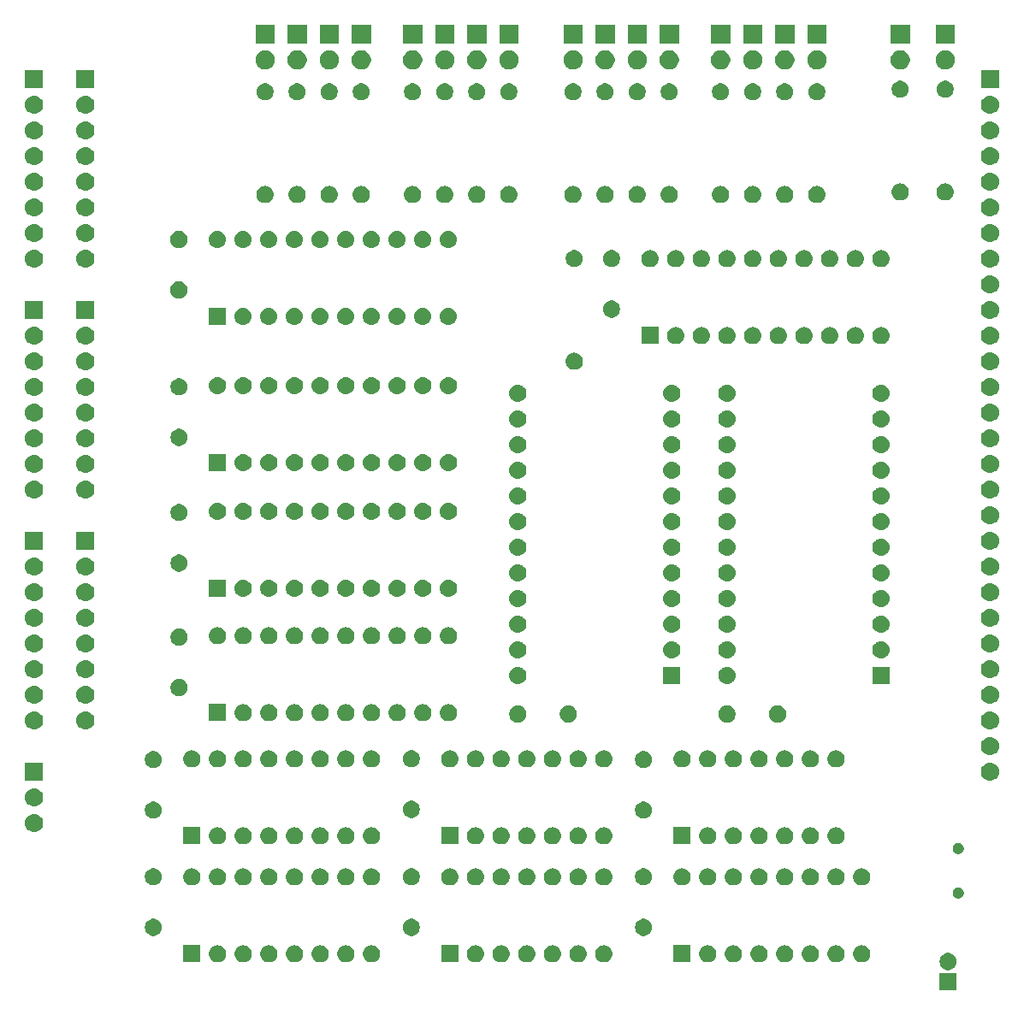
<source format=gbr>
G04 #@! TF.GenerationSoftware,KiCad,Pcbnew,(5.1.2)-2*
G04 #@! TF.CreationDate,2020-03-26T23:32:35+08:00*
G04 #@! TF.ProjectId,ALU1,414c5531-2e6b-4696-9361-645f70636258,rev?*
G04 #@! TF.SameCoordinates,Original*
G04 #@! TF.FileFunction,Soldermask,Bot*
G04 #@! TF.FilePolarity,Negative*
%FSLAX46Y46*%
G04 Gerber Fmt 4.6, Leading zero omitted, Abs format (unit mm)*
G04 Created by KiCad (PCBNEW (5.1.2)-2) date 2020-03-26 23:32:35*
%MOMM*%
%LPD*%
G04 APERTURE LIST*
%ADD10C,0.100000*%
G04 APERTURE END LIST*
D10*
G36*
X165225000Y-175321000D02*
G01*
X163523000Y-175321000D01*
X163523000Y-173619000D01*
X165225000Y-173619000D01*
X165225000Y-175321000D01*
X165225000Y-175321000D01*
G37*
G36*
X164622228Y-171651703D02*
G01*
X164777100Y-171715853D01*
X164916481Y-171808985D01*
X165035015Y-171927519D01*
X165128147Y-172066900D01*
X165192297Y-172221772D01*
X165225000Y-172386184D01*
X165225000Y-172553816D01*
X165192297Y-172718228D01*
X165128147Y-172873100D01*
X165035015Y-173012481D01*
X164916481Y-173131015D01*
X164777100Y-173224147D01*
X164622228Y-173288297D01*
X164457816Y-173321000D01*
X164290184Y-173321000D01*
X164125772Y-173288297D01*
X163970900Y-173224147D01*
X163831519Y-173131015D01*
X163712985Y-173012481D01*
X163619853Y-172873100D01*
X163555703Y-172718228D01*
X163523000Y-172553816D01*
X163523000Y-172386184D01*
X163555703Y-172221772D01*
X163619853Y-172066900D01*
X163712985Y-171927519D01*
X163831519Y-171808985D01*
X163970900Y-171715853D01*
X164125772Y-171651703D01*
X164290184Y-171619000D01*
X164457816Y-171619000D01*
X164622228Y-171651703D01*
X164622228Y-171651703D01*
G37*
G36*
X115913000Y-172555000D02*
G01*
X114211000Y-172555000D01*
X114211000Y-170853000D01*
X115913000Y-170853000D01*
X115913000Y-172555000D01*
X115913000Y-172555000D01*
G37*
G36*
X150915823Y-170865313D02*
G01*
X151076242Y-170913976D01*
X151208906Y-170984886D01*
X151224078Y-170992996D01*
X151353659Y-171099341D01*
X151460004Y-171228922D01*
X151460005Y-171228924D01*
X151539024Y-171376758D01*
X151587687Y-171537177D01*
X151604117Y-171704000D01*
X151587687Y-171870823D01*
X151539024Y-172031242D01*
X151468114Y-172163906D01*
X151460004Y-172179078D01*
X151353659Y-172308659D01*
X151224078Y-172415004D01*
X151224076Y-172415005D01*
X151076242Y-172494024D01*
X150915823Y-172542687D01*
X150790804Y-172555000D01*
X150707196Y-172555000D01*
X150582177Y-172542687D01*
X150421758Y-172494024D01*
X150273924Y-172415005D01*
X150273922Y-172415004D01*
X150144341Y-172308659D01*
X150037996Y-172179078D01*
X150029886Y-172163906D01*
X149958976Y-172031242D01*
X149910313Y-171870823D01*
X149893883Y-171704000D01*
X149910313Y-171537177D01*
X149958976Y-171376758D01*
X150037995Y-171228924D01*
X150037996Y-171228922D01*
X150144341Y-171099341D01*
X150273922Y-170992996D01*
X150289094Y-170984886D01*
X150421758Y-170913976D01*
X150582177Y-170865313D01*
X150707196Y-170853000D01*
X150790804Y-170853000D01*
X150915823Y-170865313D01*
X150915823Y-170865313D01*
G37*
G36*
X155995823Y-170865313D02*
G01*
X156156242Y-170913976D01*
X156288906Y-170984886D01*
X156304078Y-170992996D01*
X156433659Y-171099341D01*
X156540004Y-171228922D01*
X156540005Y-171228924D01*
X156619024Y-171376758D01*
X156667687Y-171537177D01*
X156684117Y-171704000D01*
X156667687Y-171870823D01*
X156619024Y-172031242D01*
X156548114Y-172163906D01*
X156540004Y-172179078D01*
X156433659Y-172308659D01*
X156304078Y-172415004D01*
X156304076Y-172415005D01*
X156156242Y-172494024D01*
X155995823Y-172542687D01*
X155870804Y-172555000D01*
X155787196Y-172555000D01*
X155662177Y-172542687D01*
X155501758Y-172494024D01*
X155353924Y-172415005D01*
X155353922Y-172415004D01*
X155224341Y-172308659D01*
X155117996Y-172179078D01*
X155109886Y-172163906D01*
X155038976Y-172031242D01*
X154990313Y-171870823D01*
X154973883Y-171704000D01*
X154990313Y-171537177D01*
X155038976Y-171376758D01*
X155117995Y-171228924D01*
X155117996Y-171228922D01*
X155224341Y-171099341D01*
X155353922Y-170992996D01*
X155369094Y-170984886D01*
X155501758Y-170913976D01*
X155662177Y-170865313D01*
X155787196Y-170853000D01*
X155870804Y-170853000D01*
X155995823Y-170865313D01*
X155995823Y-170865313D01*
G37*
G36*
X153455823Y-170865313D02*
G01*
X153616242Y-170913976D01*
X153748906Y-170984886D01*
X153764078Y-170992996D01*
X153893659Y-171099341D01*
X154000004Y-171228922D01*
X154000005Y-171228924D01*
X154079024Y-171376758D01*
X154127687Y-171537177D01*
X154144117Y-171704000D01*
X154127687Y-171870823D01*
X154079024Y-172031242D01*
X154008114Y-172163906D01*
X154000004Y-172179078D01*
X153893659Y-172308659D01*
X153764078Y-172415004D01*
X153764076Y-172415005D01*
X153616242Y-172494024D01*
X153455823Y-172542687D01*
X153330804Y-172555000D01*
X153247196Y-172555000D01*
X153122177Y-172542687D01*
X152961758Y-172494024D01*
X152813924Y-172415005D01*
X152813922Y-172415004D01*
X152684341Y-172308659D01*
X152577996Y-172179078D01*
X152569886Y-172163906D01*
X152498976Y-172031242D01*
X152450313Y-171870823D01*
X152433883Y-171704000D01*
X152450313Y-171537177D01*
X152498976Y-171376758D01*
X152577995Y-171228924D01*
X152577996Y-171228922D01*
X152684341Y-171099341D01*
X152813922Y-170992996D01*
X152829094Y-170984886D01*
X152961758Y-170913976D01*
X153122177Y-170865313D01*
X153247196Y-170853000D01*
X153330804Y-170853000D01*
X153455823Y-170865313D01*
X153455823Y-170865313D01*
G37*
G36*
X117768823Y-170865313D02*
G01*
X117929242Y-170913976D01*
X118061906Y-170984886D01*
X118077078Y-170992996D01*
X118206659Y-171099341D01*
X118313004Y-171228922D01*
X118313005Y-171228924D01*
X118392024Y-171376758D01*
X118440687Y-171537177D01*
X118457117Y-171704000D01*
X118440687Y-171870823D01*
X118392024Y-172031242D01*
X118321114Y-172163906D01*
X118313004Y-172179078D01*
X118206659Y-172308659D01*
X118077078Y-172415004D01*
X118077076Y-172415005D01*
X117929242Y-172494024D01*
X117768823Y-172542687D01*
X117643804Y-172555000D01*
X117560196Y-172555000D01*
X117435177Y-172542687D01*
X117274758Y-172494024D01*
X117126924Y-172415005D01*
X117126922Y-172415004D01*
X116997341Y-172308659D01*
X116890996Y-172179078D01*
X116882886Y-172163906D01*
X116811976Y-172031242D01*
X116763313Y-171870823D01*
X116746883Y-171704000D01*
X116763313Y-171537177D01*
X116811976Y-171376758D01*
X116890995Y-171228924D01*
X116890996Y-171228922D01*
X116997341Y-171099341D01*
X117126922Y-170992996D01*
X117142094Y-170984886D01*
X117274758Y-170913976D01*
X117435177Y-170865313D01*
X117560196Y-170853000D01*
X117643804Y-170853000D01*
X117768823Y-170865313D01*
X117768823Y-170865313D01*
G37*
G36*
X120308823Y-170865313D02*
G01*
X120469242Y-170913976D01*
X120601906Y-170984886D01*
X120617078Y-170992996D01*
X120746659Y-171099341D01*
X120853004Y-171228922D01*
X120853005Y-171228924D01*
X120932024Y-171376758D01*
X120980687Y-171537177D01*
X120997117Y-171704000D01*
X120980687Y-171870823D01*
X120932024Y-172031242D01*
X120861114Y-172163906D01*
X120853004Y-172179078D01*
X120746659Y-172308659D01*
X120617078Y-172415004D01*
X120617076Y-172415005D01*
X120469242Y-172494024D01*
X120308823Y-172542687D01*
X120183804Y-172555000D01*
X120100196Y-172555000D01*
X119975177Y-172542687D01*
X119814758Y-172494024D01*
X119666924Y-172415005D01*
X119666922Y-172415004D01*
X119537341Y-172308659D01*
X119430996Y-172179078D01*
X119422886Y-172163906D01*
X119351976Y-172031242D01*
X119303313Y-171870823D01*
X119286883Y-171704000D01*
X119303313Y-171537177D01*
X119351976Y-171376758D01*
X119430995Y-171228924D01*
X119430996Y-171228922D01*
X119537341Y-171099341D01*
X119666922Y-170992996D01*
X119682094Y-170984886D01*
X119814758Y-170913976D01*
X119975177Y-170865313D01*
X120100196Y-170853000D01*
X120183804Y-170853000D01*
X120308823Y-170865313D01*
X120308823Y-170865313D01*
G37*
G36*
X122848823Y-170865313D02*
G01*
X123009242Y-170913976D01*
X123141906Y-170984886D01*
X123157078Y-170992996D01*
X123286659Y-171099341D01*
X123393004Y-171228922D01*
X123393005Y-171228924D01*
X123472024Y-171376758D01*
X123520687Y-171537177D01*
X123537117Y-171704000D01*
X123520687Y-171870823D01*
X123472024Y-172031242D01*
X123401114Y-172163906D01*
X123393004Y-172179078D01*
X123286659Y-172308659D01*
X123157078Y-172415004D01*
X123157076Y-172415005D01*
X123009242Y-172494024D01*
X122848823Y-172542687D01*
X122723804Y-172555000D01*
X122640196Y-172555000D01*
X122515177Y-172542687D01*
X122354758Y-172494024D01*
X122206924Y-172415005D01*
X122206922Y-172415004D01*
X122077341Y-172308659D01*
X121970996Y-172179078D01*
X121962886Y-172163906D01*
X121891976Y-172031242D01*
X121843313Y-171870823D01*
X121826883Y-171704000D01*
X121843313Y-171537177D01*
X121891976Y-171376758D01*
X121970995Y-171228924D01*
X121970996Y-171228922D01*
X122077341Y-171099341D01*
X122206922Y-170992996D01*
X122222094Y-170984886D01*
X122354758Y-170913976D01*
X122515177Y-170865313D01*
X122640196Y-170853000D01*
X122723804Y-170853000D01*
X122848823Y-170865313D01*
X122848823Y-170865313D01*
G37*
G36*
X125388823Y-170865313D02*
G01*
X125549242Y-170913976D01*
X125681906Y-170984886D01*
X125697078Y-170992996D01*
X125826659Y-171099341D01*
X125933004Y-171228922D01*
X125933005Y-171228924D01*
X126012024Y-171376758D01*
X126060687Y-171537177D01*
X126077117Y-171704000D01*
X126060687Y-171870823D01*
X126012024Y-172031242D01*
X125941114Y-172163906D01*
X125933004Y-172179078D01*
X125826659Y-172308659D01*
X125697078Y-172415004D01*
X125697076Y-172415005D01*
X125549242Y-172494024D01*
X125388823Y-172542687D01*
X125263804Y-172555000D01*
X125180196Y-172555000D01*
X125055177Y-172542687D01*
X124894758Y-172494024D01*
X124746924Y-172415005D01*
X124746922Y-172415004D01*
X124617341Y-172308659D01*
X124510996Y-172179078D01*
X124502886Y-172163906D01*
X124431976Y-172031242D01*
X124383313Y-171870823D01*
X124366883Y-171704000D01*
X124383313Y-171537177D01*
X124431976Y-171376758D01*
X124510995Y-171228924D01*
X124510996Y-171228922D01*
X124617341Y-171099341D01*
X124746922Y-170992996D01*
X124762094Y-170984886D01*
X124894758Y-170913976D01*
X125055177Y-170865313D01*
X125180196Y-170853000D01*
X125263804Y-170853000D01*
X125388823Y-170865313D01*
X125388823Y-170865313D01*
G37*
G36*
X127928823Y-170865313D02*
G01*
X128089242Y-170913976D01*
X128221906Y-170984886D01*
X128237078Y-170992996D01*
X128366659Y-171099341D01*
X128473004Y-171228922D01*
X128473005Y-171228924D01*
X128552024Y-171376758D01*
X128600687Y-171537177D01*
X128617117Y-171704000D01*
X128600687Y-171870823D01*
X128552024Y-172031242D01*
X128481114Y-172163906D01*
X128473004Y-172179078D01*
X128366659Y-172308659D01*
X128237078Y-172415004D01*
X128237076Y-172415005D01*
X128089242Y-172494024D01*
X127928823Y-172542687D01*
X127803804Y-172555000D01*
X127720196Y-172555000D01*
X127595177Y-172542687D01*
X127434758Y-172494024D01*
X127286924Y-172415005D01*
X127286922Y-172415004D01*
X127157341Y-172308659D01*
X127050996Y-172179078D01*
X127042886Y-172163906D01*
X126971976Y-172031242D01*
X126923313Y-171870823D01*
X126906883Y-171704000D01*
X126923313Y-171537177D01*
X126971976Y-171376758D01*
X127050995Y-171228924D01*
X127050996Y-171228922D01*
X127157341Y-171099341D01*
X127286922Y-170992996D01*
X127302094Y-170984886D01*
X127434758Y-170913976D01*
X127595177Y-170865313D01*
X127720196Y-170853000D01*
X127803804Y-170853000D01*
X127928823Y-170865313D01*
X127928823Y-170865313D01*
G37*
G36*
X130468823Y-170865313D02*
G01*
X130629242Y-170913976D01*
X130761906Y-170984886D01*
X130777078Y-170992996D01*
X130906659Y-171099341D01*
X131013004Y-171228922D01*
X131013005Y-171228924D01*
X131092024Y-171376758D01*
X131140687Y-171537177D01*
X131157117Y-171704000D01*
X131140687Y-171870823D01*
X131092024Y-172031242D01*
X131021114Y-172163906D01*
X131013004Y-172179078D01*
X130906659Y-172308659D01*
X130777078Y-172415004D01*
X130777076Y-172415005D01*
X130629242Y-172494024D01*
X130468823Y-172542687D01*
X130343804Y-172555000D01*
X130260196Y-172555000D01*
X130135177Y-172542687D01*
X129974758Y-172494024D01*
X129826924Y-172415005D01*
X129826922Y-172415004D01*
X129697341Y-172308659D01*
X129590996Y-172179078D01*
X129582886Y-172163906D01*
X129511976Y-172031242D01*
X129463313Y-171870823D01*
X129446883Y-171704000D01*
X129463313Y-171537177D01*
X129511976Y-171376758D01*
X129590995Y-171228924D01*
X129590996Y-171228922D01*
X129697341Y-171099341D01*
X129826922Y-170992996D01*
X129842094Y-170984886D01*
X129974758Y-170913976D01*
X130135177Y-170865313D01*
X130260196Y-170853000D01*
X130343804Y-170853000D01*
X130468823Y-170865313D01*
X130468823Y-170865313D01*
G37*
G36*
X90386000Y-172555000D02*
G01*
X88684000Y-172555000D01*
X88684000Y-170853000D01*
X90386000Y-170853000D01*
X90386000Y-172555000D01*
X90386000Y-172555000D01*
G37*
G36*
X97321823Y-170865313D02*
G01*
X97482242Y-170913976D01*
X97614906Y-170984886D01*
X97630078Y-170992996D01*
X97759659Y-171099341D01*
X97866004Y-171228922D01*
X97866005Y-171228924D01*
X97945024Y-171376758D01*
X97993687Y-171537177D01*
X98010117Y-171704000D01*
X97993687Y-171870823D01*
X97945024Y-172031242D01*
X97874114Y-172163906D01*
X97866004Y-172179078D01*
X97759659Y-172308659D01*
X97630078Y-172415004D01*
X97630076Y-172415005D01*
X97482242Y-172494024D01*
X97321823Y-172542687D01*
X97196804Y-172555000D01*
X97113196Y-172555000D01*
X96988177Y-172542687D01*
X96827758Y-172494024D01*
X96679924Y-172415005D01*
X96679922Y-172415004D01*
X96550341Y-172308659D01*
X96443996Y-172179078D01*
X96435886Y-172163906D01*
X96364976Y-172031242D01*
X96316313Y-171870823D01*
X96299883Y-171704000D01*
X96316313Y-171537177D01*
X96364976Y-171376758D01*
X96443995Y-171228924D01*
X96443996Y-171228922D01*
X96550341Y-171099341D01*
X96679922Y-170992996D01*
X96695094Y-170984886D01*
X96827758Y-170913976D01*
X96988177Y-170865313D01*
X97113196Y-170853000D01*
X97196804Y-170853000D01*
X97321823Y-170865313D01*
X97321823Y-170865313D01*
G37*
G36*
X99861823Y-170865313D02*
G01*
X100022242Y-170913976D01*
X100154906Y-170984886D01*
X100170078Y-170992996D01*
X100299659Y-171099341D01*
X100406004Y-171228922D01*
X100406005Y-171228924D01*
X100485024Y-171376758D01*
X100533687Y-171537177D01*
X100550117Y-171704000D01*
X100533687Y-171870823D01*
X100485024Y-172031242D01*
X100414114Y-172163906D01*
X100406004Y-172179078D01*
X100299659Y-172308659D01*
X100170078Y-172415004D01*
X100170076Y-172415005D01*
X100022242Y-172494024D01*
X99861823Y-172542687D01*
X99736804Y-172555000D01*
X99653196Y-172555000D01*
X99528177Y-172542687D01*
X99367758Y-172494024D01*
X99219924Y-172415005D01*
X99219922Y-172415004D01*
X99090341Y-172308659D01*
X98983996Y-172179078D01*
X98975886Y-172163906D01*
X98904976Y-172031242D01*
X98856313Y-171870823D01*
X98839883Y-171704000D01*
X98856313Y-171537177D01*
X98904976Y-171376758D01*
X98983995Y-171228924D01*
X98983996Y-171228922D01*
X99090341Y-171099341D01*
X99219922Y-170992996D01*
X99235094Y-170984886D01*
X99367758Y-170913976D01*
X99528177Y-170865313D01*
X99653196Y-170853000D01*
X99736804Y-170853000D01*
X99861823Y-170865313D01*
X99861823Y-170865313D01*
G37*
G36*
X102401823Y-170865313D02*
G01*
X102562242Y-170913976D01*
X102694906Y-170984886D01*
X102710078Y-170992996D01*
X102839659Y-171099341D01*
X102946004Y-171228922D01*
X102946005Y-171228924D01*
X103025024Y-171376758D01*
X103073687Y-171537177D01*
X103090117Y-171704000D01*
X103073687Y-171870823D01*
X103025024Y-172031242D01*
X102954114Y-172163906D01*
X102946004Y-172179078D01*
X102839659Y-172308659D01*
X102710078Y-172415004D01*
X102710076Y-172415005D01*
X102562242Y-172494024D01*
X102401823Y-172542687D01*
X102276804Y-172555000D01*
X102193196Y-172555000D01*
X102068177Y-172542687D01*
X101907758Y-172494024D01*
X101759924Y-172415005D01*
X101759922Y-172415004D01*
X101630341Y-172308659D01*
X101523996Y-172179078D01*
X101515886Y-172163906D01*
X101444976Y-172031242D01*
X101396313Y-171870823D01*
X101379883Y-171704000D01*
X101396313Y-171537177D01*
X101444976Y-171376758D01*
X101523995Y-171228924D01*
X101523996Y-171228922D01*
X101630341Y-171099341D01*
X101759922Y-170992996D01*
X101775094Y-170984886D01*
X101907758Y-170913976D01*
X102068177Y-170865313D01*
X102193196Y-170853000D01*
X102276804Y-170853000D01*
X102401823Y-170865313D01*
X102401823Y-170865313D01*
G37*
G36*
X104941823Y-170865313D02*
G01*
X105102242Y-170913976D01*
X105234906Y-170984886D01*
X105250078Y-170992996D01*
X105379659Y-171099341D01*
X105486004Y-171228922D01*
X105486005Y-171228924D01*
X105565024Y-171376758D01*
X105613687Y-171537177D01*
X105630117Y-171704000D01*
X105613687Y-171870823D01*
X105565024Y-172031242D01*
X105494114Y-172163906D01*
X105486004Y-172179078D01*
X105379659Y-172308659D01*
X105250078Y-172415004D01*
X105250076Y-172415005D01*
X105102242Y-172494024D01*
X104941823Y-172542687D01*
X104816804Y-172555000D01*
X104733196Y-172555000D01*
X104608177Y-172542687D01*
X104447758Y-172494024D01*
X104299924Y-172415005D01*
X104299922Y-172415004D01*
X104170341Y-172308659D01*
X104063996Y-172179078D01*
X104055886Y-172163906D01*
X103984976Y-172031242D01*
X103936313Y-171870823D01*
X103919883Y-171704000D01*
X103936313Y-171537177D01*
X103984976Y-171376758D01*
X104063995Y-171228924D01*
X104063996Y-171228922D01*
X104170341Y-171099341D01*
X104299922Y-170992996D01*
X104315094Y-170984886D01*
X104447758Y-170913976D01*
X104608177Y-170865313D01*
X104733196Y-170853000D01*
X104816804Y-170853000D01*
X104941823Y-170865313D01*
X104941823Y-170865313D01*
G37*
G36*
X107481823Y-170865313D02*
G01*
X107642242Y-170913976D01*
X107774906Y-170984886D01*
X107790078Y-170992996D01*
X107919659Y-171099341D01*
X108026004Y-171228922D01*
X108026005Y-171228924D01*
X108105024Y-171376758D01*
X108153687Y-171537177D01*
X108170117Y-171704000D01*
X108153687Y-171870823D01*
X108105024Y-172031242D01*
X108034114Y-172163906D01*
X108026004Y-172179078D01*
X107919659Y-172308659D01*
X107790078Y-172415004D01*
X107790076Y-172415005D01*
X107642242Y-172494024D01*
X107481823Y-172542687D01*
X107356804Y-172555000D01*
X107273196Y-172555000D01*
X107148177Y-172542687D01*
X106987758Y-172494024D01*
X106839924Y-172415005D01*
X106839922Y-172415004D01*
X106710341Y-172308659D01*
X106603996Y-172179078D01*
X106595886Y-172163906D01*
X106524976Y-172031242D01*
X106476313Y-171870823D01*
X106459883Y-171704000D01*
X106476313Y-171537177D01*
X106524976Y-171376758D01*
X106603995Y-171228924D01*
X106603996Y-171228922D01*
X106710341Y-171099341D01*
X106839922Y-170992996D01*
X106855094Y-170984886D01*
X106987758Y-170913976D01*
X107148177Y-170865313D01*
X107273196Y-170853000D01*
X107356804Y-170853000D01*
X107481823Y-170865313D01*
X107481823Y-170865313D01*
G37*
G36*
X138900000Y-172555000D02*
G01*
X137198000Y-172555000D01*
X137198000Y-170853000D01*
X138900000Y-170853000D01*
X138900000Y-172555000D01*
X138900000Y-172555000D01*
G37*
G36*
X140755823Y-170865313D02*
G01*
X140916242Y-170913976D01*
X141048906Y-170984886D01*
X141064078Y-170992996D01*
X141193659Y-171099341D01*
X141300004Y-171228922D01*
X141300005Y-171228924D01*
X141379024Y-171376758D01*
X141427687Y-171537177D01*
X141444117Y-171704000D01*
X141427687Y-171870823D01*
X141379024Y-172031242D01*
X141308114Y-172163906D01*
X141300004Y-172179078D01*
X141193659Y-172308659D01*
X141064078Y-172415004D01*
X141064076Y-172415005D01*
X140916242Y-172494024D01*
X140755823Y-172542687D01*
X140630804Y-172555000D01*
X140547196Y-172555000D01*
X140422177Y-172542687D01*
X140261758Y-172494024D01*
X140113924Y-172415005D01*
X140113922Y-172415004D01*
X139984341Y-172308659D01*
X139877996Y-172179078D01*
X139869886Y-172163906D01*
X139798976Y-172031242D01*
X139750313Y-171870823D01*
X139733883Y-171704000D01*
X139750313Y-171537177D01*
X139798976Y-171376758D01*
X139877995Y-171228924D01*
X139877996Y-171228922D01*
X139984341Y-171099341D01*
X140113922Y-170992996D01*
X140129094Y-170984886D01*
X140261758Y-170913976D01*
X140422177Y-170865313D01*
X140547196Y-170853000D01*
X140630804Y-170853000D01*
X140755823Y-170865313D01*
X140755823Y-170865313D01*
G37*
G36*
X92241823Y-170865313D02*
G01*
X92402242Y-170913976D01*
X92534906Y-170984886D01*
X92550078Y-170992996D01*
X92679659Y-171099341D01*
X92786004Y-171228922D01*
X92786005Y-171228924D01*
X92865024Y-171376758D01*
X92913687Y-171537177D01*
X92930117Y-171704000D01*
X92913687Y-171870823D01*
X92865024Y-172031242D01*
X92794114Y-172163906D01*
X92786004Y-172179078D01*
X92679659Y-172308659D01*
X92550078Y-172415004D01*
X92550076Y-172415005D01*
X92402242Y-172494024D01*
X92241823Y-172542687D01*
X92116804Y-172555000D01*
X92033196Y-172555000D01*
X91908177Y-172542687D01*
X91747758Y-172494024D01*
X91599924Y-172415005D01*
X91599922Y-172415004D01*
X91470341Y-172308659D01*
X91363996Y-172179078D01*
X91355886Y-172163906D01*
X91284976Y-172031242D01*
X91236313Y-171870823D01*
X91219883Y-171704000D01*
X91236313Y-171537177D01*
X91284976Y-171376758D01*
X91363995Y-171228924D01*
X91363996Y-171228922D01*
X91470341Y-171099341D01*
X91599922Y-170992996D01*
X91615094Y-170984886D01*
X91747758Y-170913976D01*
X91908177Y-170865313D01*
X92033196Y-170853000D01*
X92116804Y-170853000D01*
X92241823Y-170865313D01*
X92241823Y-170865313D01*
G37*
G36*
X143295823Y-170865313D02*
G01*
X143456242Y-170913976D01*
X143588906Y-170984886D01*
X143604078Y-170992996D01*
X143733659Y-171099341D01*
X143840004Y-171228922D01*
X143840005Y-171228924D01*
X143919024Y-171376758D01*
X143967687Y-171537177D01*
X143984117Y-171704000D01*
X143967687Y-171870823D01*
X143919024Y-172031242D01*
X143848114Y-172163906D01*
X143840004Y-172179078D01*
X143733659Y-172308659D01*
X143604078Y-172415004D01*
X143604076Y-172415005D01*
X143456242Y-172494024D01*
X143295823Y-172542687D01*
X143170804Y-172555000D01*
X143087196Y-172555000D01*
X142962177Y-172542687D01*
X142801758Y-172494024D01*
X142653924Y-172415005D01*
X142653922Y-172415004D01*
X142524341Y-172308659D01*
X142417996Y-172179078D01*
X142409886Y-172163906D01*
X142338976Y-172031242D01*
X142290313Y-171870823D01*
X142273883Y-171704000D01*
X142290313Y-171537177D01*
X142338976Y-171376758D01*
X142417995Y-171228924D01*
X142417996Y-171228922D01*
X142524341Y-171099341D01*
X142653922Y-170992996D01*
X142669094Y-170984886D01*
X142801758Y-170913976D01*
X142962177Y-170865313D01*
X143087196Y-170853000D01*
X143170804Y-170853000D01*
X143295823Y-170865313D01*
X143295823Y-170865313D01*
G37*
G36*
X145835823Y-170865313D02*
G01*
X145996242Y-170913976D01*
X146128906Y-170984886D01*
X146144078Y-170992996D01*
X146273659Y-171099341D01*
X146380004Y-171228922D01*
X146380005Y-171228924D01*
X146459024Y-171376758D01*
X146507687Y-171537177D01*
X146524117Y-171704000D01*
X146507687Y-171870823D01*
X146459024Y-172031242D01*
X146388114Y-172163906D01*
X146380004Y-172179078D01*
X146273659Y-172308659D01*
X146144078Y-172415004D01*
X146144076Y-172415005D01*
X145996242Y-172494024D01*
X145835823Y-172542687D01*
X145710804Y-172555000D01*
X145627196Y-172555000D01*
X145502177Y-172542687D01*
X145341758Y-172494024D01*
X145193924Y-172415005D01*
X145193922Y-172415004D01*
X145064341Y-172308659D01*
X144957996Y-172179078D01*
X144949886Y-172163906D01*
X144878976Y-172031242D01*
X144830313Y-171870823D01*
X144813883Y-171704000D01*
X144830313Y-171537177D01*
X144878976Y-171376758D01*
X144957995Y-171228924D01*
X144957996Y-171228922D01*
X145064341Y-171099341D01*
X145193922Y-170992996D01*
X145209094Y-170984886D01*
X145341758Y-170913976D01*
X145502177Y-170865313D01*
X145627196Y-170853000D01*
X145710804Y-170853000D01*
X145835823Y-170865313D01*
X145835823Y-170865313D01*
G37*
G36*
X148375823Y-170865313D02*
G01*
X148536242Y-170913976D01*
X148668906Y-170984886D01*
X148684078Y-170992996D01*
X148813659Y-171099341D01*
X148920004Y-171228922D01*
X148920005Y-171228924D01*
X148999024Y-171376758D01*
X149047687Y-171537177D01*
X149064117Y-171704000D01*
X149047687Y-171870823D01*
X148999024Y-172031242D01*
X148928114Y-172163906D01*
X148920004Y-172179078D01*
X148813659Y-172308659D01*
X148684078Y-172415004D01*
X148684076Y-172415005D01*
X148536242Y-172494024D01*
X148375823Y-172542687D01*
X148250804Y-172555000D01*
X148167196Y-172555000D01*
X148042177Y-172542687D01*
X147881758Y-172494024D01*
X147733924Y-172415005D01*
X147733922Y-172415004D01*
X147604341Y-172308659D01*
X147497996Y-172179078D01*
X147489886Y-172163906D01*
X147418976Y-172031242D01*
X147370313Y-171870823D01*
X147353883Y-171704000D01*
X147370313Y-171537177D01*
X147418976Y-171376758D01*
X147497995Y-171228924D01*
X147497996Y-171228922D01*
X147604341Y-171099341D01*
X147733922Y-170992996D01*
X147749094Y-170984886D01*
X147881758Y-170913976D01*
X148042177Y-170865313D01*
X148167196Y-170853000D01*
X148250804Y-170853000D01*
X148375823Y-170865313D01*
X148375823Y-170865313D01*
G37*
G36*
X94781823Y-170865313D02*
G01*
X94942242Y-170913976D01*
X95074906Y-170984886D01*
X95090078Y-170992996D01*
X95219659Y-171099341D01*
X95326004Y-171228922D01*
X95326005Y-171228924D01*
X95405024Y-171376758D01*
X95453687Y-171537177D01*
X95470117Y-171704000D01*
X95453687Y-171870823D01*
X95405024Y-172031242D01*
X95334114Y-172163906D01*
X95326004Y-172179078D01*
X95219659Y-172308659D01*
X95090078Y-172415004D01*
X95090076Y-172415005D01*
X94942242Y-172494024D01*
X94781823Y-172542687D01*
X94656804Y-172555000D01*
X94573196Y-172555000D01*
X94448177Y-172542687D01*
X94287758Y-172494024D01*
X94139924Y-172415005D01*
X94139922Y-172415004D01*
X94010341Y-172308659D01*
X93903996Y-172179078D01*
X93895886Y-172163906D01*
X93824976Y-172031242D01*
X93776313Y-171870823D01*
X93759883Y-171704000D01*
X93776313Y-171537177D01*
X93824976Y-171376758D01*
X93903995Y-171228924D01*
X93903996Y-171228922D01*
X94010341Y-171099341D01*
X94139922Y-170992996D01*
X94155094Y-170984886D01*
X94287758Y-170913976D01*
X94448177Y-170865313D01*
X94573196Y-170853000D01*
X94656804Y-170853000D01*
X94781823Y-170865313D01*
X94781823Y-170865313D01*
G37*
G36*
X134487228Y-168265703D02*
G01*
X134642100Y-168329853D01*
X134781481Y-168422985D01*
X134900015Y-168541519D01*
X134993147Y-168680900D01*
X135057297Y-168835772D01*
X135090000Y-169000184D01*
X135090000Y-169167816D01*
X135057297Y-169332228D01*
X134993147Y-169487100D01*
X134900015Y-169626481D01*
X134781481Y-169745015D01*
X134642100Y-169838147D01*
X134487228Y-169902297D01*
X134322816Y-169935000D01*
X134155184Y-169935000D01*
X133990772Y-169902297D01*
X133835900Y-169838147D01*
X133696519Y-169745015D01*
X133577985Y-169626481D01*
X133484853Y-169487100D01*
X133420703Y-169332228D01*
X133388000Y-169167816D01*
X133388000Y-169000184D01*
X133420703Y-168835772D01*
X133484853Y-168680900D01*
X133577985Y-168541519D01*
X133696519Y-168422985D01*
X133835900Y-168329853D01*
X133990772Y-168265703D01*
X134155184Y-168233000D01*
X134322816Y-168233000D01*
X134487228Y-168265703D01*
X134487228Y-168265703D01*
G37*
G36*
X85973228Y-168265703D02*
G01*
X86128100Y-168329853D01*
X86267481Y-168422985D01*
X86386015Y-168541519D01*
X86479147Y-168680900D01*
X86543297Y-168835772D01*
X86576000Y-169000184D01*
X86576000Y-169167816D01*
X86543297Y-169332228D01*
X86479147Y-169487100D01*
X86386015Y-169626481D01*
X86267481Y-169745015D01*
X86128100Y-169838147D01*
X85973228Y-169902297D01*
X85808816Y-169935000D01*
X85641184Y-169935000D01*
X85476772Y-169902297D01*
X85321900Y-169838147D01*
X85182519Y-169745015D01*
X85063985Y-169626481D01*
X84970853Y-169487100D01*
X84906703Y-169332228D01*
X84874000Y-169167816D01*
X84874000Y-169000184D01*
X84906703Y-168835772D01*
X84970853Y-168680900D01*
X85063985Y-168541519D01*
X85182519Y-168422985D01*
X85321900Y-168329853D01*
X85476772Y-168265703D01*
X85641184Y-168233000D01*
X85808816Y-168233000D01*
X85973228Y-168265703D01*
X85973228Y-168265703D01*
G37*
G36*
X111500228Y-168265703D02*
G01*
X111655100Y-168329853D01*
X111794481Y-168422985D01*
X111913015Y-168541519D01*
X112006147Y-168680900D01*
X112070297Y-168835772D01*
X112103000Y-169000184D01*
X112103000Y-169167816D01*
X112070297Y-169332228D01*
X112006147Y-169487100D01*
X111913015Y-169626481D01*
X111794481Y-169745015D01*
X111655100Y-169838147D01*
X111500228Y-169902297D01*
X111335816Y-169935000D01*
X111168184Y-169935000D01*
X111003772Y-169902297D01*
X110848900Y-169838147D01*
X110709519Y-169745015D01*
X110590985Y-169626481D01*
X110497853Y-169487100D01*
X110433703Y-169332228D01*
X110401000Y-169167816D01*
X110401000Y-169000184D01*
X110433703Y-168835772D01*
X110497853Y-168680900D01*
X110590985Y-168541519D01*
X110709519Y-168422985D01*
X110848900Y-168329853D01*
X111003772Y-168265703D01*
X111168184Y-168233000D01*
X111335816Y-168233000D01*
X111500228Y-168265703D01*
X111500228Y-168265703D01*
G37*
G36*
X165534721Y-165140174D02*
G01*
X165634995Y-165181709D01*
X165634996Y-165181710D01*
X165725242Y-165242010D01*
X165801990Y-165318758D01*
X165801991Y-165318760D01*
X165862291Y-165409005D01*
X165903826Y-165509279D01*
X165925000Y-165615730D01*
X165925000Y-165724270D01*
X165903826Y-165830721D01*
X165862291Y-165930995D01*
X165862290Y-165930996D01*
X165801990Y-166021242D01*
X165725242Y-166097990D01*
X165679812Y-166128345D01*
X165634995Y-166158291D01*
X165534721Y-166199826D01*
X165428270Y-166221000D01*
X165319730Y-166221000D01*
X165213279Y-166199826D01*
X165113005Y-166158291D01*
X165068188Y-166128345D01*
X165022758Y-166097990D01*
X164946010Y-166021242D01*
X164885710Y-165930996D01*
X164885709Y-165930995D01*
X164844174Y-165830721D01*
X164823000Y-165724270D01*
X164823000Y-165615730D01*
X164844174Y-165509279D01*
X164885709Y-165409005D01*
X164946009Y-165318760D01*
X164946010Y-165318758D01*
X165022758Y-165242010D01*
X165113004Y-165181710D01*
X165113005Y-165181709D01*
X165213279Y-165140174D01*
X165319730Y-165119000D01*
X165428270Y-165119000D01*
X165534721Y-165140174D01*
X165534721Y-165140174D01*
G37*
G36*
X140755823Y-163245313D02*
G01*
X140916242Y-163293976D01*
X140983361Y-163329852D01*
X141064078Y-163372996D01*
X141193659Y-163479341D01*
X141300004Y-163608922D01*
X141300005Y-163608924D01*
X141379024Y-163756758D01*
X141427687Y-163917177D01*
X141444117Y-164084000D01*
X141427687Y-164250823D01*
X141379024Y-164411242D01*
X141338477Y-164487100D01*
X141300004Y-164559078D01*
X141193659Y-164688659D01*
X141064078Y-164795004D01*
X141064076Y-164795005D01*
X140916242Y-164874024D01*
X140755823Y-164922687D01*
X140630804Y-164935000D01*
X140547196Y-164935000D01*
X140422177Y-164922687D01*
X140261758Y-164874024D01*
X140113924Y-164795005D01*
X140113922Y-164795004D01*
X139984341Y-164688659D01*
X139877996Y-164559078D01*
X139839523Y-164487100D01*
X139798976Y-164411242D01*
X139750313Y-164250823D01*
X139733883Y-164084000D01*
X139750313Y-163917177D01*
X139798976Y-163756758D01*
X139877995Y-163608924D01*
X139877996Y-163608922D01*
X139984341Y-163479341D01*
X140113922Y-163372996D01*
X140194639Y-163329852D01*
X140261758Y-163293976D01*
X140422177Y-163245313D01*
X140547196Y-163233000D01*
X140630804Y-163233000D01*
X140755823Y-163245313D01*
X140755823Y-163245313D01*
G37*
G36*
X153455823Y-163245313D02*
G01*
X153616242Y-163293976D01*
X153683361Y-163329852D01*
X153764078Y-163372996D01*
X153893659Y-163479341D01*
X154000004Y-163608922D01*
X154000005Y-163608924D01*
X154079024Y-163756758D01*
X154127687Y-163917177D01*
X154144117Y-164084000D01*
X154127687Y-164250823D01*
X154079024Y-164411242D01*
X154038477Y-164487100D01*
X154000004Y-164559078D01*
X153893659Y-164688659D01*
X153764078Y-164795004D01*
X153764076Y-164795005D01*
X153616242Y-164874024D01*
X153455823Y-164922687D01*
X153330804Y-164935000D01*
X153247196Y-164935000D01*
X153122177Y-164922687D01*
X152961758Y-164874024D01*
X152813924Y-164795005D01*
X152813922Y-164795004D01*
X152684341Y-164688659D01*
X152577996Y-164559078D01*
X152539523Y-164487100D01*
X152498976Y-164411242D01*
X152450313Y-164250823D01*
X152433883Y-164084000D01*
X152450313Y-163917177D01*
X152498976Y-163756758D01*
X152577995Y-163608924D01*
X152577996Y-163608922D01*
X152684341Y-163479341D01*
X152813922Y-163372996D01*
X152894639Y-163329852D01*
X152961758Y-163293976D01*
X153122177Y-163245313D01*
X153247196Y-163233000D01*
X153330804Y-163233000D01*
X153455823Y-163245313D01*
X153455823Y-163245313D01*
G37*
G36*
X150915823Y-163245313D02*
G01*
X151076242Y-163293976D01*
X151143361Y-163329852D01*
X151224078Y-163372996D01*
X151353659Y-163479341D01*
X151460004Y-163608922D01*
X151460005Y-163608924D01*
X151539024Y-163756758D01*
X151587687Y-163917177D01*
X151604117Y-164084000D01*
X151587687Y-164250823D01*
X151539024Y-164411242D01*
X151498477Y-164487100D01*
X151460004Y-164559078D01*
X151353659Y-164688659D01*
X151224078Y-164795004D01*
X151224076Y-164795005D01*
X151076242Y-164874024D01*
X150915823Y-164922687D01*
X150790804Y-164935000D01*
X150707196Y-164935000D01*
X150582177Y-164922687D01*
X150421758Y-164874024D01*
X150273924Y-164795005D01*
X150273922Y-164795004D01*
X150144341Y-164688659D01*
X150037996Y-164559078D01*
X149999523Y-164487100D01*
X149958976Y-164411242D01*
X149910313Y-164250823D01*
X149893883Y-164084000D01*
X149910313Y-163917177D01*
X149958976Y-163756758D01*
X150037995Y-163608924D01*
X150037996Y-163608922D01*
X150144341Y-163479341D01*
X150273922Y-163372996D01*
X150354639Y-163329852D01*
X150421758Y-163293976D01*
X150582177Y-163245313D01*
X150707196Y-163233000D01*
X150790804Y-163233000D01*
X150915823Y-163245313D01*
X150915823Y-163245313D01*
G37*
G36*
X148375823Y-163245313D02*
G01*
X148536242Y-163293976D01*
X148603361Y-163329852D01*
X148684078Y-163372996D01*
X148813659Y-163479341D01*
X148920004Y-163608922D01*
X148920005Y-163608924D01*
X148999024Y-163756758D01*
X149047687Y-163917177D01*
X149064117Y-164084000D01*
X149047687Y-164250823D01*
X148999024Y-164411242D01*
X148958477Y-164487100D01*
X148920004Y-164559078D01*
X148813659Y-164688659D01*
X148684078Y-164795004D01*
X148684076Y-164795005D01*
X148536242Y-164874024D01*
X148375823Y-164922687D01*
X148250804Y-164935000D01*
X148167196Y-164935000D01*
X148042177Y-164922687D01*
X147881758Y-164874024D01*
X147733924Y-164795005D01*
X147733922Y-164795004D01*
X147604341Y-164688659D01*
X147497996Y-164559078D01*
X147459523Y-164487100D01*
X147418976Y-164411242D01*
X147370313Y-164250823D01*
X147353883Y-164084000D01*
X147370313Y-163917177D01*
X147418976Y-163756758D01*
X147497995Y-163608924D01*
X147497996Y-163608922D01*
X147604341Y-163479341D01*
X147733922Y-163372996D01*
X147814639Y-163329852D01*
X147881758Y-163293976D01*
X148042177Y-163245313D01*
X148167196Y-163233000D01*
X148250804Y-163233000D01*
X148375823Y-163245313D01*
X148375823Y-163245313D01*
G37*
G36*
X145835823Y-163245313D02*
G01*
X145996242Y-163293976D01*
X146063361Y-163329852D01*
X146144078Y-163372996D01*
X146273659Y-163479341D01*
X146380004Y-163608922D01*
X146380005Y-163608924D01*
X146459024Y-163756758D01*
X146507687Y-163917177D01*
X146524117Y-164084000D01*
X146507687Y-164250823D01*
X146459024Y-164411242D01*
X146418477Y-164487100D01*
X146380004Y-164559078D01*
X146273659Y-164688659D01*
X146144078Y-164795004D01*
X146144076Y-164795005D01*
X145996242Y-164874024D01*
X145835823Y-164922687D01*
X145710804Y-164935000D01*
X145627196Y-164935000D01*
X145502177Y-164922687D01*
X145341758Y-164874024D01*
X145193924Y-164795005D01*
X145193922Y-164795004D01*
X145064341Y-164688659D01*
X144957996Y-164559078D01*
X144919523Y-164487100D01*
X144878976Y-164411242D01*
X144830313Y-164250823D01*
X144813883Y-164084000D01*
X144830313Y-163917177D01*
X144878976Y-163756758D01*
X144957995Y-163608924D01*
X144957996Y-163608922D01*
X145064341Y-163479341D01*
X145193922Y-163372996D01*
X145274639Y-163329852D01*
X145341758Y-163293976D01*
X145502177Y-163245313D01*
X145627196Y-163233000D01*
X145710804Y-163233000D01*
X145835823Y-163245313D01*
X145835823Y-163245313D01*
G37*
G36*
X143295823Y-163245313D02*
G01*
X143456242Y-163293976D01*
X143523361Y-163329852D01*
X143604078Y-163372996D01*
X143733659Y-163479341D01*
X143840004Y-163608922D01*
X143840005Y-163608924D01*
X143919024Y-163756758D01*
X143967687Y-163917177D01*
X143984117Y-164084000D01*
X143967687Y-164250823D01*
X143919024Y-164411242D01*
X143878477Y-164487100D01*
X143840004Y-164559078D01*
X143733659Y-164688659D01*
X143604078Y-164795004D01*
X143604076Y-164795005D01*
X143456242Y-164874024D01*
X143295823Y-164922687D01*
X143170804Y-164935000D01*
X143087196Y-164935000D01*
X142962177Y-164922687D01*
X142801758Y-164874024D01*
X142653924Y-164795005D01*
X142653922Y-164795004D01*
X142524341Y-164688659D01*
X142417996Y-164559078D01*
X142379523Y-164487100D01*
X142338976Y-164411242D01*
X142290313Y-164250823D01*
X142273883Y-164084000D01*
X142290313Y-163917177D01*
X142338976Y-163756758D01*
X142417995Y-163608924D01*
X142417996Y-163608922D01*
X142524341Y-163479341D01*
X142653922Y-163372996D01*
X142734639Y-163329852D01*
X142801758Y-163293976D01*
X142962177Y-163245313D01*
X143087196Y-163233000D01*
X143170804Y-163233000D01*
X143295823Y-163245313D01*
X143295823Y-163245313D01*
G37*
G36*
X138215823Y-163245313D02*
G01*
X138376242Y-163293976D01*
X138443361Y-163329852D01*
X138524078Y-163372996D01*
X138653659Y-163479341D01*
X138760004Y-163608922D01*
X138760005Y-163608924D01*
X138839024Y-163756758D01*
X138887687Y-163917177D01*
X138904117Y-164084000D01*
X138887687Y-164250823D01*
X138839024Y-164411242D01*
X138798477Y-164487100D01*
X138760004Y-164559078D01*
X138653659Y-164688659D01*
X138524078Y-164795004D01*
X138524076Y-164795005D01*
X138376242Y-164874024D01*
X138215823Y-164922687D01*
X138090804Y-164935000D01*
X138007196Y-164935000D01*
X137882177Y-164922687D01*
X137721758Y-164874024D01*
X137573924Y-164795005D01*
X137573922Y-164795004D01*
X137444341Y-164688659D01*
X137337996Y-164559078D01*
X137299523Y-164487100D01*
X137258976Y-164411242D01*
X137210313Y-164250823D01*
X137193883Y-164084000D01*
X137210313Y-163917177D01*
X137258976Y-163756758D01*
X137337995Y-163608924D01*
X137337996Y-163608922D01*
X137444341Y-163479341D01*
X137573922Y-163372996D01*
X137654639Y-163329852D01*
X137721758Y-163293976D01*
X137882177Y-163245313D01*
X138007196Y-163233000D01*
X138090804Y-163233000D01*
X138215823Y-163245313D01*
X138215823Y-163245313D01*
G37*
G36*
X89701823Y-163245313D02*
G01*
X89862242Y-163293976D01*
X89929361Y-163329852D01*
X90010078Y-163372996D01*
X90139659Y-163479341D01*
X90246004Y-163608922D01*
X90246005Y-163608924D01*
X90325024Y-163756758D01*
X90373687Y-163917177D01*
X90390117Y-164084000D01*
X90373687Y-164250823D01*
X90325024Y-164411242D01*
X90284477Y-164487100D01*
X90246004Y-164559078D01*
X90139659Y-164688659D01*
X90010078Y-164795004D01*
X90010076Y-164795005D01*
X89862242Y-164874024D01*
X89701823Y-164922687D01*
X89576804Y-164935000D01*
X89493196Y-164935000D01*
X89368177Y-164922687D01*
X89207758Y-164874024D01*
X89059924Y-164795005D01*
X89059922Y-164795004D01*
X88930341Y-164688659D01*
X88823996Y-164559078D01*
X88785523Y-164487100D01*
X88744976Y-164411242D01*
X88696313Y-164250823D01*
X88679883Y-164084000D01*
X88696313Y-163917177D01*
X88744976Y-163756758D01*
X88823995Y-163608924D01*
X88823996Y-163608922D01*
X88930341Y-163479341D01*
X89059922Y-163372996D01*
X89140639Y-163329852D01*
X89207758Y-163293976D01*
X89368177Y-163245313D01*
X89493196Y-163233000D01*
X89576804Y-163233000D01*
X89701823Y-163245313D01*
X89701823Y-163245313D01*
G37*
G36*
X155995823Y-163245313D02*
G01*
X156156242Y-163293976D01*
X156223361Y-163329852D01*
X156304078Y-163372996D01*
X156433659Y-163479341D01*
X156540004Y-163608922D01*
X156540005Y-163608924D01*
X156619024Y-163756758D01*
X156667687Y-163917177D01*
X156684117Y-164084000D01*
X156667687Y-164250823D01*
X156619024Y-164411242D01*
X156578477Y-164487100D01*
X156540004Y-164559078D01*
X156433659Y-164688659D01*
X156304078Y-164795004D01*
X156304076Y-164795005D01*
X156156242Y-164874024D01*
X155995823Y-164922687D01*
X155870804Y-164935000D01*
X155787196Y-164935000D01*
X155662177Y-164922687D01*
X155501758Y-164874024D01*
X155353924Y-164795005D01*
X155353922Y-164795004D01*
X155224341Y-164688659D01*
X155117996Y-164559078D01*
X155079523Y-164487100D01*
X155038976Y-164411242D01*
X154990313Y-164250823D01*
X154973883Y-164084000D01*
X154990313Y-163917177D01*
X155038976Y-163756758D01*
X155117995Y-163608924D01*
X155117996Y-163608922D01*
X155224341Y-163479341D01*
X155353922Y-163372996D01*
X155434639Y-163329852D01*
X155501758Y-163293976D01*
X155662177Y-163245313D01*
X155787196Y-163233000D01*
X155870804Y-163233000D01*
X155995823Y-163245313D01*
X155995823Y-163245313D01*
G37*
G36*
X130468823Y-163245313D02*
G01*
X130629242Y-163293976D01*
X130696361Y-163329852D01*
X130777078Y-163372996D01*
X130906659Y-163479341D01*
X131013004Y-163608922D01*
X131013005Y-163608924D01*
X131092024Y-163756758D01*
X131140687Y-163917177D01*
X131157117Y-164084000D01*
X131140687Y-164250823D01*
X131092024Y-164411242D01*
X131051477Y-164487100D01*
X131013004Y-164559078D01*
X130906659Y-164688659D01*
X130777078Y-164795004D01*
X130777076Y-164795005D01*
X130629242Y-164874024D01*
X130468823Y-164922687D01*
X130343804Y-164935000D01*
X130260196Y-164935000D01*
X130135177Y-164922687D01*
X129974758Y-164874024D01*
X129826924Y-164795005D01*
X129826922Y-164795004D01*
X129697341Y-164688659D01*
X129590996Y-164559078D01*
X129552523Y-164487100D01*
X129511976Y-164411242D01*
X129463313Y-164250823D01*
X129446883Y-164084000D01*
X129463313Y-163917177D01*
X129511976Y-163756758D01*
X129590995Y-163608924D01*
X129590996Y-163608922D01*
X129697341Y-163479341D01*
X129826922Y-163372996D01*
X129907639Y-163329852D01*
X129974758Y-163293976D01*
X130135177Y-163245313D01*
X130260196Y-163233000D01*
X130343804Y-163233000D01*
X130468823Y-163245313D01*
X130468823Y-163245313D01*
G37*
G36*
X99861823Y-163245313D02*
G01*
X100022242Y-163293976D01*
X100089361Y-163329852D01*
X100170078Y-163372996D01*
X100299659Y-163479341D01*
X100406004Y-163608922D01*
X100406005Y-163608924D01*
X100485024Y-163756758D01*
X100533687Y-163917177D01*
X100550117Y-164084000D01*
X100533687Y-164250823D01*
X100485024Y-164411242D01*
X100444477Y-164487100D01*
X100406004Y-164559078D01*
X100299659Y-164688659D01*
X100170078Y-164795004D01*
X100170076Y-164795005D01*
X100022242Y-164874024D01*
X99861823Y-164922687D01*
X99736804Y-164935000D01*
X99653196Y-164935000D01*
X99528177Y-164922687D01*
X99367758Y-164874024D01*
X99219924Y-164795005D01*
X99219922Y-164795004D01*
X99090341Y-164688659D01*
X98983996Y-164559078D01*
X98945523Y-164487100D01*
X98904976Y-164411242D01*
X98856313Y-164250823D01*
X98839883Y-164084000D01*
X98856313Y-163917177D01*
X98904976Y-163756758D01*
X98983995Y-163608924D01*
X98983996Y-163608922D01*
X99090341Y-163479341D01*
X99219922Y-163372996D01*
X99300639Y-163329852D01*
X99367758Y-163293976D01*
X99528177Y-163245313D01*
X99653196Y-163233000D01*
X99736804Y-163233000D01*
X99861823Y-163245313D01*
X99861823Y-163245313D01*
G37*
G36*
X120308823Y-163245313D02*
G01*
X120469242Y-163293976D01*
X120536361Y-163329852D01*
X120617078Y-163372996D01*
X120746659Y-163479341D01*
X120853004Y-163608922D01*
X120853005Y-163608924D01*
X120932024Y-163756758D01*
X120980687Y-163917177D01*
X120997117Y-164084000D01*
X120980687Y-164250823D01*
X120932024Y-164411242D01*
X120891477Y-164487100D01*
X120853004Y-164559078D01*
X120746659Y-164688659D01*
X120617078Y-164795004D01*
X120617076Y-164795005D01*
X120469242Y-164874024D01*
X120308823Y-164922687D01*
X120183804Y-164935000D01*
X120100196Y-164935000D01*
X119975177Y-164922687D01*
X119814758Y-164874024D01*
X119666924Y-164795005D01*
X119666922Y-164795004D01*
X119537341Y-164688659D01*
X119430996Y-164559078D01*
X119392523Y-164487100D01*
X119351976Y-164411242D01*
X119303313Y-164250823D01*
X119286883Y-164084000D01*
X119303313Y-163917177D01*
X119351976Y-163756758D01*
X119430995Y-163608924D01*
X119430996Y-163608922D01*
X119537341Y-163479341D01*
X119666922Y-163372996D01*
X119747639Y-163329852D01*
X119814758Y-163293976D01*
X119975177Y-163245313D01*
X120100196Y-163233000D01*
X120183804Y-163233000D01*
X120308823Y-163245313D01*
X120308823Y-163245313D01*
G37*
G36*
X104941823Y-163245313D02*
G01*
X105102242Y-163293976D01*
X105169361Y-163329852D01*
X105250078Y-163372996D01*
X105379659Y-163479341D01*
X105486004Y-163608922D01*
X105486005Y-163608924D01*
X105565024Y-163756758D01*
X105613687Y-163917177D01*
X105630117Y-164084000D01*
X105613687Y-164250823D01*
X105565024Y-164411242D01*
X105524477Y-164487100D01*
X105486004Y-164559078D01*
X105379659Y-164688659D01*
X105250078Y-164795004D01*
X105250076Y-164795005D01*
X105102242Y-164874024D01*
X104941823Y-164922687D01*
X104816804Y-164935000D01*
X104733196Y-164935000D01*
X104608177Y-164922687D01*
X104447758Y-164874024D01*
X104299924Y-164795005D01*
X104299922Y-164795004D01*
X104170341Y-164688659D01*
X104063996Y-164559078D01*
X104025523Y-164487100D01*
X103984976Y-164411242D01*
X103936313Y-164250823D01*
X103919883Y-164084000D01*
X103936313Y-163917177D01*
X103984976Y-163756758D01*
X104063995Y-163608924D01*
X104063996Y-163608922D01*
X104170341Y-163479341D01*
X104299922Y-163372996D01*
X104380639Y-163329852D01*
X104447758Y-163293976D01*
X104608177Y-163245313D01*
X104733196Y-163233000D01*
X104816804Y-163233000D01*
X104941823Y-163245313D01*
X104941823Y-163245313D01*
G37*
G36*
X92241823Y-163245313D02*
G01*
X92402242Y-163293976D01*
X92469361Y-163329852D01*
X92550078Y-163372996D01*
X92679659Y-163479341D01*
X92786004Y-163608922D01*
X92786005Y-163608924D01*
X92865024Y-163756758D01*
X92913687Y-163917177D01*
X92930117Y-164084000D01*
X92913687Y-164250823D01*
X92865024Y-164411242D01*
X92824477Y-164487100D01*
X92786004Y-164559078D01*
X92679659Y-164688659D01*
X92550078Y-164795004D01*
X92550076Y-164795005D01*
X92402242Y-164874024D01*
X92241823Y-164922687D01*
X92116804Y-164935000D01*
X92033196Y-164935000D01*
X91908177Y-164922687D01*
X91747758Y-164874024D01*
X91599924Y-164795005D01*
X91599922Y-164795004D01*
X91470341Y-164688659D01*
X91363996Y-164559078D01*
X91325523Y-164487100D01*
X91284976Y-164411242D01*
X91236313Y-164250823D01*
X91219883Y-164084000D01*
X91236313Y-163917177D01*
X91284976Y-163756758D01*
X91363995Y-163608924D01*
X91363996Y-163608922D01*
X91470341Y-163479341D01*
X91599922Y-163372996D01*
X91680639Y-163329852D01*
X91747758Y-163293976D01*
X91908177Y-163245313D01*
X92033196Y-163233000D01*
X92116804Y-163233000D01*
X92241823Y-163245313D01*
X92241823Y-163245313D01*
G37*
G36*
X127928823Y-163245313D02*
G01*
X128089242Y-163293976D01*
X128156361Y-163329852D01*
X128237078Y-163372996D01*
X128366659Y-163479341D01*
X128473004Y-163608922D01*
X128473005Y-163608924D01*
X128552024Y-163756758D01*
X128600687Y-163917177D01*
X128617117Y-164084000D01*
X128600687Y-164250823D01*
X128552024Y-164411242D01*
X128511477Y-164487100D01*
X128473004Y-164559078D01*
X128366659Y-164688659D01*
X128237078Y-164795004D01*
X128237076Y-164795005D01*
X128089242Y-164874024D01*
X127928823Y-164922687D01*
X127803804Y-164935000D01*
X127720196Y-164935000D01*
X127595177Y-164922687D01*
X127434758Y-164874024D01*
X127286924Y-164795005D01*
X127286922Y-164795004D01*
X127157341Y-164688659D01*
X127050996Y-164559078D01*
X127012523Y-164487100D01*
X126971976Y-164411242D01*
X126923313Y-164250823D01*
X126906883Y-164084000D01*
X126923313Y-163917177D01*
X126971976Y-163756758D01*
X127050995Y-163608924D01*
X127050996Y-163608922D01*
X127157341Y-163479341D01*
X127286922Y-163372996D01*
X127367639Y-163329852D01*
X127434758Y-163293976D01*
X127595177Y-163245313D01*
X127720196Y-163233000D01*
X127803804Y-163233000D01*
X127928823Y-163245313D01*
X127928823Y-163245313D01*
G37*
G36*
X102401823Y-163245313D02*
G01*
X102562242Y-163293976D01*
X102629361Y-163329852D01*
X102710078Y-163372996D01*
X102839659Y-163479341D01*
X102946004Y-163608922D01*
X102946005Y-163608924D01*
X103025024Y-163756758D01*
X103073687Y-163917177D01*
X103090117Y-164084000D01*
X103073687Y-164250823D01*
X103025024Y-164411242D01*
X102984477Y-164487100D01*
X102946004Y-164559078D01*
X102839659Y-164688659D01*
X102710078Y-164795004D01*
X102710076Y-164795005D01*
X102562242Y-164874024D01*
X102401823Y-164922687D01*
X102276804Y-164935000D01*
X102193196Y-164935000D01*
X102068177Y-164922687D01*
X101907758Y-164874024D01*
X101759924Y-164795005D01*
X101759922Y-164795004D01*
X101630341Y-164688659D01*
X101523996Y-164559078D01*
X101485523Y-164487100D01*
X101444976Y-164411242D01*
X101396313Y-164250823D01*
X101379883Y-164084000D01*
X101396313Y-163917177D01*
X101444976Y-163756758D01*
X101523995Y-163608924D01*
X101523996Y-163608922D01*
X101630341Y-163479341D01*
X101759922Y-163372996D01*
X101840639Y-163329852D01*
X101907758Y-163293976D01*
X102068177Y-163245313D01*
X102193196Y-163233000D01*
X102276804Y-163233000D01*
X102401823Y-163245313D01*
X102401823Y-163245313D01*
G37*
G36*
X117768823Y-163245313D02*
G01*
X117929242Y-163293976D01*
X117996361Y-163329852D01*
X118077078Y-163372996D01*
X118206659Y-163479341D01*
X118313004Y-163608922D01*
X118313005Y-163608924D01*
X118392024Y-163756758D01*
X118440687Y-163917177D01*
X118457117Y-164084000D01*
X118440687Y-164250823D01*
X118392024Y-164411242D01*
X118351477Y-164487100D01*
X118313004Y-164559078D01*
X118206659Y-164688659D01*
X118077078Y-164795004D01*
X118077076Y-164795005D01*
X117929242Y-164874024D01*
X117768823Y-164922687D01*
X117643804Y-164935000D01*
X117560196Y-164935000D01*
X117435177Y-164922687D01*
X117274758Y-164874024D01*
X117126924Y-164795005D01*
X117126922Y-164795004D01*
X116997341Y-164688659D01*
X116890996Y-164559078D01*
X116852523Y-164487100D01*
X116811976Y-164411242D01*
X116763313Y-164250823D01*
X116746883Y-164084000D01*
X116763313Y-163917177D01*
X116811976Y-163756758D01*
X116890995Y-163608924D01*
X116890996Y-163608922D01*
X116997341Y-163479341D01*
X117126922Y-163372996D01*
X117207639Y-163329852D01*
X117274758Y-163293976D01*
X117435177Y-163245313D01*
X117560196Y-163233000D01*
X117643804Y-163233000D01*
X117768823Y-163245313D01*
X117768823Y-163245313D01*
G37*
G36*
X122848823Y-163245313D02*
G01*
X123009242Y-163293976D01*
X123076361Y-163329852D01*
X123157078Y-163372996D01*
X123286659Y-163479341D01*
X123393004Y-163608922D01*
X123393005Y-163608924D01*
X123472024Y-163756758D01*
X123520687Y-163917177D01*
X123537117Y-164084000D01*
X123520687Y-164250823D01*
X123472024Y-164411242D01*
X123431477Y-164487100D01*
X123393004Y-164559078D01*
X123286659Y-164688659D01*
X123157078Y-164795004D01*
X123157076Y-164795005D01*
X123009242Y-164874024D01*
X122848823Y-164922687D01*
X122723804Y-164935000D01*
X122640196Y-164935000D01*
X122515177Y-164922687D01*
X122354758Y-164874024D01*
X122206924Y-164795005D01*
X122206922Y-164795004D01*
X122077341Y-164688659D01*
X121970996Y-164559078D01*
X121932523Y-164487100D01*
X121891976Y-164411242D01*
X121843313Y-164250823D01*
X121826883Y-164084000D01*
X121843313Y-163917177D01*
X121891976Y-163756758D01*
X121970995Y-163608924D01*
X121970996Y-163608922D01*
X122077341Y-163479341D01*
X122206922Y-163372996D01*
X122287639Y-163329852D01*
X122354758Y-163293976D01*
X122515177Y-163245313D01*
X122640196Y-163233000D01*
X122723804Y-163233000D01*
X122848823Y-163245313D01*
X122848823Y-163245313D01*
G37*
G36*
X115228823Y-163245313D02*
G01*
X115389242Y-163293976D01*
X115456361Y-163329852D01*
X115537078Y-163372996D01*
X115666659Y-163479341D01*
X115773004Y-163608922D01*
X115773005Y-163608924D01*
X115852024Y-163756758D01*
X115900687Y-163917177D01*
X115917117Y-164084000D01*
X115900687Y-164250823D01*
X115852024Y-164411242D01*
X115811477Y-164487100D01*
X115773004Y-164559078D01*
X115666659Y-164688659D01*
X115537078Y-164795004D01*
X115537076Y-164795005D01*
X115389242Y-164874024D01*
X115228823Y-164922687D01*
X115103804Y-164935000D01*
X115020196Y-164935000D01*
X114895177Y-164922687D01*
X114734758Y-164874024D01*
X114586924Y-164795005D01*
X114586922Y-164795004D01*
X114457341Y-164688659D01*
X114350996Y-164559078D01*
X114312523Y-164487100D01*
X114271976Y-164411242D01*
X114223313Y-164250823D01*
X114206883Y-164084000D01*
X114223313Y-163917177D01*
X114271976Y-163756758D01*
X114350995Y-163608924D01*
X114350996Y-163608922D01*
X114457341Y-163479341D01*
X114586922Y-163372996D01*
X114667639Y-163329852D01*
X114734758Y-163293976D01*
X114895177Y-163245313D01*
X115020196Y-163233000D01*
X115103804Y-163233000D01*
X115228823Y-163245313D01*
X115228823Y-163245313D01*
G37*
G36*
X125388823Y-163245313D02*
G01*
X125549242Y-163293976D01*
X125616361Y-163329852D01*
X125697078Y-163372996D01*
X125826659Y-163479341D01*
X125933004Y-163608922D01*
X125933005Y-163608924D01*
X126012024Y-163756758D01*
X126060687Y-163917177D01*
X126077117Y-164084000D01*
X126060687Y-164250823D01*
X126012024Y-164411242D01*
X125971477Y-164487100D01*
X125933004Y-164559078D01*
X125826659Y-164688659D01*
X125697078Y-164795004D01*
X125697076Y-164795005D01*
X125549242Y-164874024D01*
X125388823Y-164922687D01*
X125263804Y-164935000D01*
X125180196Y-164935000D01*
X125055177Y-164922687D01*
X124894758Y-164874024D01*
X124746924Y-164795005D01*
X124746922Y-164795004D01*
X124617341Y-164688659D01*
X124510996Y-164559078D01*
X124472523Y-164487100D01*
X124431976Y-164411242D01*
X124383313Y-164250823D01*
X124366883Y-164084000D01*
X124383313Y-163917177D01*
X124431976Y-163756758D01*
X124510995Y-163608924D01*
X124510996Y-163608922D01*
X124617341Y-163479341D01*
X124746922Y-163372996D01*
X124827639Y-163329852D01*
X124894758Y-163293976D01*
X125055177Y-163245313D01*
X125180196Y-163233000D01*
X125263804Y-163233000D01*
X125388823Y-163245313D01*
X125388823Y-163245313D01*
G37*
G36*
X97321823Y-163245313D02*
G01*
X97482242Y-163293976D01*
X97549361Y-163329852D01*
X97630078Y-163372996D01*
X97759659Y-163479341D01*
X97866004Y-163608922D01*
X97866005Y-163608924D01*
X97945024Y-163756758D01*
X97993687Y-163917177D01*
X98010117Y-164084000D01*
X97993687Y-164250823D01*
X97945024Y-164411242D01*
X97904477Y-164487100D01*
X97866004Y-164559078D01*
X97759659Y-164688659D01*
X97630078Y-164795004D01*
X97630076Y-164795005D01*
X97482242Y-164874024D01*
X97321823Y-164922687D01*
X97196804Y-164935000D01*
X97113196Y-164935000D01*
X96988177Y-164922687D01*
X96827758Y-164874024D01*
X96679924Y-164795005D01*
X96679922Y-164795004D01*
X96550341Y-164688659D01*
X96443996Y-164559078D01*
X96405523Y-164487100D01*
X96364976Y-164411242D01*
X96316313Y-164250823D01*
X96299883Y-164084000D01*
X96316313Y-163917177D01*
X96364976Y-163756758D01*
X96443995Y-163608924D01*
X96443996Y-163608922D01*
X96550341Y-163479341D01*
X96679922Y-163372996D01*
X96760639Y-163329852D01*
X96827758Y-163293976D01*
X96988177Y-163245313D01*
X97113196Y-163233000D01*
X97196804Y-163233000D01*
X97321823Y-163245313D01*
X97321823Y-163245313D01*
G37*
G36*
X111500228Y-163265703D02*
G01*
X111655100Y-163329853D01*
X111794481Y-163422985D01*
X111913015Y-163541519D01*
X112006147Y-163680900D01*
X112070297Y-163835772D01*
X112103000Y-164000184D01*
X112103000Y-164167816D01*
X112070297Y-164332228D01*
X112006147Y-164487100D01*
X111913015Y-164626481D01*
X111794481Y-164745015D01*
X111655100Y-164838147D01*
X111500228Y-164902297D01*
X111335816Y-164935000D01*
X111168184Y-164935000D01*
X111003772Y-164902297D01*
X110848900Y-164838147D01*
X110709519Y-164745015D01*
X110590985Y-164626481D01*
X110497853Y-164487100D01*
X110433703Y-164332228D01*
X110401000Y-164167816D01*
X110401000Y-164000184D01*
X110433703Y-163835772D01*
X110497853Y-163680900D01*
X110590985Y-163541519D01*
X110709519Y-163422985D01*
X110848900Y-163329853D01*
X111003772Y-163265703D01*
X111168184Y-163233000D01*
X111335816Y-163233000D01*
X111500228Y-163265703D01*
X111500228Y-163265703D01*
G37*
G36*
X94781823Y-163245313D02*
G01*
X94942242Y-163293976D01*
X95009361Y-163329852D01*
X95090078Y-163372996D01*
X95219659Y-163479341D01*
X95326004Y-163608922D01*
X95326005Y-163608924D01*
X95405024Y-163756758D01*
X95453687Y-163917177D01*
X95470117Y-164084000D01*
X95453687Y-164250823D01*
X95405024Y-164411242D01*
X95364477Y-164487100D01*
X95326004Y-164559078D01*
X95219659Y-164688659D01*
X95090078Y-164795004D01*
X95090076Y-164795005D01*
X94942242Y-164874024D01*
X94781823Y-164922687D01*
X94656804Y-164935000D01*
X94573196Y-164935000D01*
X94448177Y-164922687D01*
X94287758Y-164874024D01*
X94139924Y-164795005D01*
X94139922Y-164795004D01*
X94010341Y-164688659D01*
X93903996Y-164559078D01*
X93865523Y-164487100D01*
X93824976Y-164411242D01*
X93776313Y-164250823D01*
X93759883Y-164084000D01*
X93776313Y-163917177D01*
X93824976Y-163756758D01*
X93903995Y-163608924D01*
X93903996Y-163608922D01*
X94010341Y-163479341D01*
X94139922Y-163372996D01*
X94220639Y-163329852D01*
X94287758Y-163293976D01*
X94448177Y-163245313D01*
X94573196Y-163233000D01*
X94656804Y-163233000D01*
X94781823Y-163245313D01*
X94781823Y-163245313D01*
G37*
G36*
X85973228Y-163265703D02*
G01*
X86128100Y-163329853D01*
X86267481Y-163422985D01*
X86386015Y-163541519D01*
X86479147Y-163680900D01*
X86543297Y-163835772D01*
X86576000Y-164000184D01*
X86576000Y-164167816D01*
X86543297Y-164332228D01*
X86479147Y-164487100D01*
X86386015Y-164626481D01*
X86267481Y-164745015D01*
X86128100Y-164838147D01*
X85973228Y-164902297D01*
X85808816Y-164935000D01*
X85641184Y-164935000D01*
X85476772Y-164902297D01*
X85321900Y-164838147D01*
X85182519Y-164745015D01*
X85063985Y-164626481D01*
X84970853Y-164487100D01*
X84906703Y-164332228D01*
X84874000Y-164167816D01*
X84874000Y-164000184D01*
X84906703Y-163835772D01*
X84970853Y-163680900D01*
X85063985Y-163541519D01*
X85182519Y-163422985D01*
X85321900Y-163329853D01*
X85476772Y-163265703D01*
X85641184Y-163233000D01*
X85808816Y-163233000D01*
X85973228Y-163265703D01*
X85973228Y-163265703D01*
G37*
G36*
X107481823Y-163245313D02*
G01*
X107642242Y-163293976D01*
X107709361Y-163329852D01*
X107790078Y-163372996D01*
X107919659Y-163479341D01*
X108026004Y-163608922D01*
X108026005Y-163608924D01*
X108105024Y-163756758D01*
X108153687Y-163917177D01*
X108170117Y-164084000D01*
X108153687Y-164250823D01*
X108105024Y-164411242D01*
X108064477Y-164487100D01*
X108026004Y-164559078D01*
X107919659Y-164688659D01*
X107790078Y-164795004D01*
X107790076Y-164795005D01*
X107642242Y-164874024D01*
X107481823Y-164922687D01*
X107356804Y-164935000D01*
X107273196Y-164935000D01*
X107148177Y-164922687D01*
X106987758Y-164874024D01*
X106839924Y-164795005D01*
X106839922Y-164795004D01*
X106710341Y-164688659D01*
X106603996Y-164559078D01*
X106565523Y-164487100D01*
X106524976Y-164411242D01*
X106476313Y-164250823D01*
X106459883Y-164084000D01*
X106476313Y-163917177D01*
X106524976Y-163756758D01*
X106603995Y-163608924D01*
X106603996Y-163608922D01*
X106710341Y-163479341D01*
X106839922Y-163372996D01*
X106920639Y-163329852D01*
X106987758Y-163293976D01*
X107148177Y-163245313D01*
X107273196Y-163233000D01*
X107356804Y-163233000D01*
X107481823Y-163245313D01*
X107481823Y-163245313D01*
G37*
G36*
X134487228Y-163265703D02*
G01*
X134642100Y-163329853D01*
X134781481Y-163422985D01*
X134900015Y-163541519D01*
X134993147Y-163680900D01*
X135057297Y-163835772D01*
X135090000Y-164000184D01*
X135090000Y-164167816D01*
X135057297Y-164332228D01*
X134993147Y-164487100D01*
X134900015Y-164626481D01*
X134781481Y-164745015D01*
X134642100Y-164838147D01*
X134487228Y-164902297D01*
X134322816Y-164935000D01*
X134155184Y-164935000D01*
X133990772Y-164902297D01*
X133835900Y-164838147D01*
X133696519Y-164745015D01*
X133577985Y-164626481D01*
X133484853Y-164487100D01*
X133420703Y-164332228D01*
X133388000Y-164167816D01*
X133388000Y-164000184D01*
X133420703Y-163835772D01*
X133484853Y-163680900D01*
X133577985Y-163541519D01*
X133696519Y-163422985D01*
X133835900Y-163329853D01*
X133990772Y-163265703D01*
X134155184Y-163233000D01*
X134322816Y-163233000D01*
X134487228Y-163265703D01*
X134487228Y-163265703D01*
G37*
G36*
X165534721Y-160740174D02*
G01*
X165634995Y-160781709D01*
X165634996Y-160781710D01*
X165725242Y-160842010D01*
X165801990Y-160918758D01*
X165801991Y-160918760D01*
X165862291Y-161009005D01*
X165903826Y-161109279D01*
X165925000Y-161215730D01*
X165925000Y-161324270D01*
X165903826Y-161430721D01*
X165862291Y-161530995D01*
X165862290Y-161530996D01*
X165801990Y-161621242D01*
X165725242Y-161697990D01*
X165679812Y-161728345D01*
X165634995Y-161758291D01*
X165534721Y-161799826D01*
X165428270Y-161821000D01*
X165319730Y-161821000D01*
X165213279Y-161799826D01*
X165113005Y-161758291D01*
X165068188Y-161728345D01*
X165022758Y-161697990D01*
X164946010Y-161621242D01*
X164885710Y-161530996D01*
X164885709Y-161530995D01*
X164844174Y-161430721D01*
X164823000Y-161324270D01*
X164823000Y-161215730D01*
X164844174Y-161109279D01*
X164885709Y-161009005D01*
X164946009Y-160918760D01*
X164946010Y-160918758D01*
X165022758Y-160842010D01*
X165113004Y-160781710D01*
X165113005Y-160781709D01*
X165213279Y-160740174D01*
X165319730Y-160719000D01*
X165428270Y-160719000D01*
X165534721Y-160740174D01*
X165534721Y-160740174D01*
G37*
G36*
X97321823Y-159181313D02*
G01*
X97482242Y-159229976D01*
X97614906Y-159300886D01*
X97630078Y-159308996D01*
X97759659Y-159415341D01*
X97866004Y-159544922D01*
X97866005Y-159544924D01*
X97945024Y-159692758D01*
X97993687Y-159853177D01*
X98010117Y-160020000D01*
X97993687Y-160186823D01*
X97945024Y-160347242D01*
X97874114Y-160479906D01*
X97866004Y-160495078D01*
X97759659Y-160624659D01*
X97630078Y-160731004D01*
X97630076Y-160731005D01*
X97482242Y-160810024D01*
X97321823Y-160858687D01*
X97196804Y-160871000D01*
X97113196Y-160871000D01*
X96988177Y-160858687D01*
X96827758Y-160810024D01*
X96679924Y-160731005D01*
X96679922Y-160731004D01*
X96550341Y-160624659D01*
X96443996Y-160495078D01*
X96435886Y-160479906D01*
X96364976Y-160347242D01*
X96316313Y-160186823D01*
X96299883Y-160020000D01*
X96316313Y-159853177D01*
X96364976Y-159692758D01*
X96443995Y-159544924D01*
X96443996Y-159544922D01*
X96550341Y-159415341D01*
X96679922Y-159308996D01*
X96695094Y-159300886D01*
X96827758Y-159229976D01*
X96988177Y-159181313D01*
X97113196Y-159169000D01*
X97196804Y-159169000D01*
X97321823Y-159181313D01*
X97321823Y-159181313D01*
G37*
G36*
X94781823Y-159181313D02*
G01*
X94942242Y-159229976D01*
X95074906Y-159300886D01*
X95090078Y-159308996D01*
X95219659Y-159415341D01*
X95326004Y-159544922D01*
X95326005Y-159544924D01*
X95405024Y-159692758D01*
X95453687Y-159853177D01*
X95470117Y-160020000D01*
X95453687Y-160186823D01*
X95405024Y-160347242D01*
X95334114Y-160479906D01*
X95326004Y-160495078D01*
X95219659Y-160624659D01*
X95090078Y-160731004D01*
X95090076Y-160731005D01*
X94942242Y-160810024D01*
X94781823Y-160858687D01*
X94656804Y-160871000D01*
X94573196Y-160871000D01*
X94448177Y-160858687D01*
X94287758Y-160810024D01*
X94139924Y-160731005D01*
X94139922Y-160731004D01*
X94010341Y-160624659D01*
X93903996Y-160495078D01*
X93895886Y-160479906D01*
X93824976Y-160347242D01*
X93776313Y-160186823D01*
X93759883Y-160020000D01*
X93776313Y-159853177D01*
X93824976Y-159692758D01*
X93903995Y-159544924D01*
X93903996Y-159544922D01*
X94010341Y-159415341D01*
X94139922Y-159308996D01*
X94155094Y-159300886D01*
X94287758Y-159229976D01*
X94448177Y-159181313D01*
X94573196Y-159169000D01*
X94656804Y-159169000D01*
X94781823Y-159181313D01*
X94781823Y-159181313D01*
G37*
G36*
X92241823Y-159181313D02*
G01*
X92402242Y-159229976D01*
X92534906Y-159300886D01*
X92550078Y-159308996D01*
X92679659Y-159415341D01*
X92786004Y-159544922D01*
X92786005Y-159544924D01*
X92865024Y-159692758D01*
X92913687Y-159853177D01*
X92930117Y-160020000D01*
X92913687Y-160186823D01*
X92865024Y-160347242D01*
X92794114Y-160479906D01*
X92786004Y-160495078D01*
X92679659Y-160624659D01*
X92550078Y-160731004D01*
X92550076Y-160731005D01*
X92402242Y-160810024D01*
X92241823Y-160858687D01*
X92116804Y-160871000D01*
X92033196Y-160871000D01*
X91908177Y-160858687D01*
X91747758Y-160810024D01*
X91599924Y-160731005D01*
X91599922Y-160731004D01*
X91470341Y-160624659D01*
X91363996Y-160495078D01*
X91355886Y-160479906D01*
X91284976Y-160347242D01*
X91236313Y-160186823D01*
X91219883Y-160020000D01*
X91236313Y-159853177D01*
X91284976Y-159692758D01*
X91363995Y-159544924D01*
X91363996Y-159544922D01*
X91470341Y-159415341D01*
X91599922Y-159308996D01*
X91615094Y-159300886D01*
X91747758Y-159229976D01*
X91908177Y-159181313D01*
X92033196Y-159169000D01*
X92116804Y-159169000D01*
X92241823Y-159181313D01*
X92241823Y-159181313D01*
G37*
G36*
X90386000Y-160871000D02*
G01*
X88684000Y-160871000D01*
X88684000Y-159169000D01*
X90386000Y-159169000D01*
X90386000Y-160871000D01*
X90386000Y-160871000D01*
G37*
G36*
X120308823Y-159181313D02*
G01*
X120469242Y-159229976D01*
X120601906Y-159300886D01*
X120617078Y-159308996D01*
X120746659Y-159415341D01*
X120853004Y-159544922D01*
X120853005Y-159544924D01*
X120932024Y-159692758D01*
X120980687Y-159853177D01*
X120997117Y-160020000D01*
X120980687Y-160186823D01*
X120932024Y-160347242D01*
X120861114Y-160479906D01*
X120853004Y-160495078D01*
X120746659Y-160624659D01*
X120617078Y-160731004D01*
X120617076Y-160731005D01*
X120469242Y-160810024D01*
X120308823Y-160858687D01*
X120183804Y-160871000D01*
X120100196Y-160871000D01*
X119975177Y-160858687D01*
X119814758Y-160810024D01*
X119666924Y-160731005D01*
X119666922Y-160731004D01*
X119537341Y-160624659D01*
X119430996Y-160495078D01*
X119422886Y-160479906D01*
X119351976Y-160347242D01*
X119303313Y-160186823D01*
X119286883Y-160020000D01*
X119303313Y-159853177D01*
X119351976Y-159692758D01*
X119430995Y-159544924D01*
X119430996Y-159544922D01*
X119537341Y-159415341D01*
X119666922Y-159308996D01*
X119682094Y-159300886D01*
X119814758Y-159229976D01*
X119975177Y-159181313D01*
X120100196Y-159169000D01*
X120183804Y-159169000D01*
X120308823Y-159181313D01*
X120308823Y-159181313D01*
G37*
G36*
X140755823Y-159181313D02*
G01*
X140916242Y-159229976D01*
X141048906Y-159300886D01*
X141064078Y-159308996D01*
X141193659Y-159415341D01*
X141300004Y-159544922D01*
X141300005Y-159544924D01*
X141379024Y-159692758D01*
X141427687Y-159853177D01*
X141444117Y-160020000D01*
X141427687Y-160186823D01*
X141379024Y-160347242D01*
X141308114Y-160479906D01*
X141300004Y-160495078D01*
X141193659Y-160624659D01*
X141064078Y-160731004D01*
X141064076Y-160731005D01*
X140916242Y-160810024D01*
X140755823Y-160858687D01*
X140630804Y-160871000D01*
X140547196Y-160871000D01*
X140422177Y-160858687D01*
X140261758Y-160810024D01*
X140113924Y-160731005D01*
X140113922Y-160731004D01*
X139984341Y-160624659D01*
X139877996Y-160495078D01*
X139869886Y-160479906D01*
X139798976Y-160347242D01*
X139750313Y-160186823D01*
X139733883Y-160020000D01*
X139750313Y-159853177D01*
X139798976Y-159692758D01*
X139877995Y-159544924D01*
X139877996Y-159544922D01*
X139984341Y-159415341D01*
X140113922Y-159308996D01*
X140129094Y-159300886D01*
X140261758Y-159229976D01*
X140422177Y-159181313D01*
X140547196Y-159169000D01*
X140630804Y-159169000D01*
X140755823Y-159181313D01*
X140755823Y-159181313D01*
G37*
G36*
X138900000Y-160871000D02*
G01*
X137198000Y-160871000D01*
X137198000Y-159169000D01*
X138900000Y-159169000D01*
X138900000Y-160871000D01*
X138900000Y-160871000D01*
G37*
G36*
X130468823Y-159181313D02*
G01*
X130629242Y-159229976D01*
X130761906Y-159300886D01*
X130777078Y-159308996D01*
X130906659Y-159415341D01*
X131013004Y-159544922D01*
X131013005Y-159544924D01*
X131092024Y-159692758D01*
X131140687Y-159853177D01*
X131157117Y-160020000D01*
X131140687Y-160186823D01*
X131092024Y-160347242D01*
X131021114Y-160479906D01*
X131013004Y-160495078D01*
X130906659Y-160624659D01*
X130777078Y-160731004D01*
X130777076Y-160731005D01*
X130629242Y-160810024D01*
X130468823Y-160858687D01*
X130343804Y-160871000D01*
X130260196Y-160871000D01*
X130135177Y-160858687D01*
X129974758Y-160810024D01*
X129826924Y-160731005D01*
X129826922Y-160731004D01*
X129697341Y-160624659D01*
X129590996Y-160495078D01*
X129582886Y-160479906D01*
X129511976Y-160347242D01*
X129463313Y-160186823D01*
X129446883Y-160020000D01*
X129463313Y-159853177D01*
X129511976Y-159692758D01*
X129590995Y-159544924D01*
X129590996Y-159544922D01*
X129697341Y-159415341D01*
X129826922Y-159308996D01*
X129842094Y-159300886D01*
X129974758Y-159229976D01*
X130135177Y-159181313D01*
X130260196Y-159169000D01*
X130343804Y-159169000D01*
X130468823Y-159181313D01*
X130468823Y-159181313D01*
G37*
G36*
X125388823Y-159181313D02*
G01*
X125549242Y-159229976D01*
X125681906Y-159300886D01*
X125697078Y-159308996D01*
X125826659Y-159415341D01*
X125933004Y-159544922D01*
X125933005Y-159544924D01*
X126012024Y-159692758D01*
X126060687Y-159853177D01*
X126077117Y-160020000D01*
X126060687Y-160186823D01*
X126012024Y-160347242D01*
X125941114Y-160479906D01*
X125933004Y-160495078D01*
X125826659Y-160624659D01*
X125697078Y-160731004D01*
X125697076Y-160731005D01*
X125549242Y-160810024D01*
X125388823Y-160858687D01*
X125263804Y-160871000D01*
X125180196Y-160871000D01*
X125055177Y-160858687D01*
X124894758Y-160810024D01*
X124746924Y-160731005D01*
X124746922Y-160731004D01*
X124617341Y-160624659D01*
X124510996Y-160495078D01*
X124502886Y-160479906D01*
X124431976Y-160347242D01*
X124383313Y-160186823D01*
X124366883Y-160020000D01*
X124383313Y-159853177D01*
X124431976Y-159692758D01*
X124510995Y-159544924D01*
X124510996Y-159544922D01*
X124617341Y-159415341D01*
X124746922Y-159308996D01*
X124762094Y-159300886D01*
X124894758Y-159229976D01*
X125055177Y-159181313D01*
X125180196Y-159169000D01*
X125263804Y-159169000D01*
X125388823Y-159181313D01*
X125388823Y-159181313D01*
G37*
G36*
X127928823Y-159181313D02*
G01*
X128089242Y-159229976D01*
X128221906Y-159300886D01*
X128237078Y-159308996D01*
X128366659Y-159415341D01*
X128473004Y-159544922D01*
X128473005Y-159544924D01*
X128552024Y-159692758D01*
X128600687Y-159853177D01*
X128617117Y-160020000D01*
X128600687Y-160186823D01*
X128552024Y-160347242D01*
X128481114Y-160479906D01*
X128473004Y-160495078D01*
X128366659Y-160624659D01*
X128237078Y-160731004D01*
X128237076Y-160731005D01*
X128089242Y-160810024D01*
X127928823Y-160858687D01*
X127803804Y-160871000D01*
X127720196Y-160871000D01*
X127595177Y-160858687D01*
X127434758Y-160810024D01*
X127286924Y-160731005D01*
X127286922Y-160731004D01*
X127157341Y-160624659D01*
X127050996Y-160495078D01*
X127042886Y-160479906D01*
X126971976Y-160347242D01*
X126923313Y-160186823D01*
X126906883Y-160020000D01*
X126923313Y-159853177D01*
X126971976Y-159692758D01*
X127050995Y-159544924D01*
X127050996Y-159544922D01*
X127157341Y-159415341D01*
X127286922Y-159308996D01*
X127302094Y-159300886D01*
X127434758Y-159229976D01*
X127595177Y-159181313D01*
X127720196Y-159169000D01*
X127803804Y-159169000D01*
X127928823Y-159181313D01*
X127928823Y-159181313D01*
G37*
G36*
X122848823Y-159181313D02*
G01*
X123009242Y-159229976D01*
X123141906Y-159300886D01*
X123157078Y-159308996D01*
X123286659Y-159415341D01*
X123393004Y-159544922D01*
X123393005Y-159544924D01*
X123472024Y-159692758D01*
X123520687Y-159853177D01*
X123537117Y-160020000D01*
X123520687Y-160186823D01*
X123472024Y-160347242D01*
X123401114Y-160479906D01*
X123393004Y-160495078D01*
X123286659Y-160624659D01*
X123157078Y-160731004D01*
X123157076Y-160731005D01*
X123009242Y-160810024D01*
X122848823Y-160858687D01*
X122723804Y-160871000D01*
X122640196Y-160871000D01*
X122515177Y-160858687D01*
X122354758Y-160810024D01*
X122206924Y-160731005D01*
X122206922Y-160731004D01*
X122077341Y-160624659D01*
X121970996Y-160495078D01*
X121962886Y-160479906D01*
X121891976Y-160347242D01*
X121843313Y-160186823D01*
X121826883Y-160020000D01*
X121843313Y-159853177D01*
X121891976Y-159692758D01*
X121970995Y-159544924D01*
X121970996Y-159544922D01*
X122077341Y-159415341D01*
X122206922Y-159308996D01*
X122222094Y-159300886D01*
X122354758Y-159229976D01*
X122515177Y-159181313D01*
X122640196Y-159169000D01*
X122723804Y-159169000D01*
X122848823Y-159181313D01*
X122848823Y-159181313D01*
G37*
G36*
X102401823Y-159181313D02*
G01*
X102562242Y-159229976D01*
X102694906Y-159300886D01*
X102710078Y-159308996D01*
X102839659Y-159415341D01*
X102946004Y-159544922D01*
X102946005Y-159544924D01*
X103025024Y-159692758D01*
X103073687Y-159853177D01*
X103090117Y-160020000D01*
X103073687Y-160186823D01*
X103025024Y-160347242D01*
X102954114Y-160479906D01*
X102946004Y-160495078D01*
X102839659Y-160624659D01*
X102710078Y-160731004D01*
X102710076Y-160731005D01*
X102562242Y-160810024D01*
X102401823Y-160858687D01*
X102276804Y-160871000D01*
X102193196Y-160871000D01*
X102068177Y-160858687D01*
X101907758Y-160810024D01*
X101759924Y-160731005D01*
X101759922Y-160731004D01*
X101630341Y-160624659D01*
X101523996Y-160495078D01*
X101515886Y-160479906D01*
X101444976Y-160347242D01*
X101396313Y-160186823D01*
X101379883Y-160020000D01*
X101396313Y-159853177D01*
X101444976Y-159692758D01*
X101523995Y-159544924D01*
X101523996Y-159544922D01*
X101630341Y-159415341D01*
X101759922Y-159308996D01*
X101775094Y-159300886D01*
X101907758Y-159229976D01*
X102068177Y-159181313D01*
X102193196Y-159169000D01*
X102276804Y-159169000D01*
X102401823Y-159181313D01*
X102401823Y-159181313D01*
G37*
G36*
X150915823Y-159181313D02*
G01*
X151076242Y-159229976D01*
X151208906Y-159300886D01*
X151224078Y-159308996D01*
X151353659Y-159415341D01*
X151460004Y-159544922D01*
X151460005Y-159544924D01*
X151539024Y-159692758D01*
X151587687Y-159853177D01*
X151604117Y-160020000D01*
X151587687Y-160186823D01*
X151539024Y-160347242D01*
X151468114Y-160479906D01*
X151460004Y-160495078D01*
X151353659Y-160624659D01*
X151224078Y-160731004D01*
X151224076Y-160731005D01*
X151076242Y-160810024D01*
X150915823Y-160858687D01*
X150790804Y-160871000D01*
X150707196Y-160871000D01*
X150582177Y-160858687D01*
X150421758Y-160810024D01*
X150273924Y-160731005D01*
X150273922Y-160731004D01*
X150144341Y-160624659D01*
X150037996Y-160495078D01*
X150029886Y-160479906D01*
X149958976Y-160347242D01*
X149910313Y-160186823D01*
X149893883Y-160020000D01*
X149910313Y-159853177D01*
X149958976Y-159692758D01*
X150037995Y-159544924D01*
X150037996Y-159544922D01*
X150144341Y-159415341D01*
X150273922Y-159308996D01*
X150289094Y-159300886D01*
X150421758Y-159229976D01*
X150582177Y-159181313D01*
X150707196Y-159169000D01*
X150790804Y-159169000D01*
X150915823Y-159181313D01*
X150915823Y-159181313D01*
G37*
G36*
X104941823Y-159181313D02*
G01*
X105102242Y-159229976D01*
X105234906Y-159300886D01*
X105250078Y-159308996D01*
X105379659Y-159415341D01*
X105486004Y-159544922D01*
X105486005Y-159544924D01*
X105565024Y-159692758D01*
X105613687Y-159853177D01*
X105630117Y-160020000D01*
X105613687Y-160186823D01*
X105565024Y-160347242D01*
X105494114Y-160479906D01*
X105486004Y-160495078D01*
X105379659Y-160624659D01*
X105250078Y-160731004D01*
X105250076Y-160731005D01*
X105102242Y-160810024D01*
X104941823Y-160858687D01*
X104816804Y-160871000D01*
X104733196Y-160871000D01*
X104608177Y-160858687D01*
X104447758Y-160810024D01*
X104299924Y-160731005D01*
X104299922Y-160731004D01*
X104170341Y-160624659D01*
X104063996Y-160495078D01*
X104055886Y-160479906D01*
X103984976Y-160347242D01*
X103936313Y-160186823D01*
X103919883Y-160020000D01*
X103936313Y-159853177D01*
X103984976Y-159692758D01*
X104063995Y-159544924D01*
X104063996Y-159544922D01*
X104170341Y-159415341D01*
X104299922Y-159308996D01*
X104315094Y-159300886D01*
X104447758Y-159229976D01*
X104608177Y-159181313D01*
X104733196Y-159169000D01*
X104816804Y-159169000D01*
X104941823Y-159181313D01*
X104941823Y-159181313D01*
G37*
G36*
X148375823Y-159181313D02*
G01*
X148536242Y-159229976D01*
X148668906Y-159300886D01*
X148684078Y-159308996D01*
X148813659Y-159415341D01*
X148920004Y-159544922D01*
X148920005Y-159544924D01*
X148999024Y-159692758D01*
X149047687Y-159853177D01*
X149064117Y-160020000D01*
X149047687Y-160186823D01*
X148999024Y-160347242D01*
X148928114Y-160479906D01*
X148920004Y-160495078D01*
X148813659Y-160624659D01*
X148684078Y-160731004D01*
X148684076Y-160731005D01*
X148536242Y-160810024D01*
X148375823Y-160858687D01*
X148250804Y-160871000D01*
X148167196Y-160871000D01*
X148042177Y-160858687D01*
X147881758Y-160810024D01*
X147733924Y-160731005D01*
X147733922Y-160731004D01*
X147604341Y-160624659D01*
X147497996Y-160495078D01*
X147489886Y-160479906D01*
X147418976Y-160347242D01*
X147370313Y-160186823D01*
X147353883Y-160020000D01*
X147370313Y-159853177D01*
X147418976Y-159692758D01*
X147497995Y-159544924D01*
X147497996Y-159544922D01*
X147604341Y-159415341D01*
X147733922Y-159308996D01*
X147749094Y-159300886D01*
X147881758Y-159229976D01*
X148042177Y-159181313D01*
X148167196Y-159169000D01*
X148250804Y-159169000D01*
X148375823Y-159181313D01*
X148375823Y-159181313D01*
G37*
G36*
X107481823Y-159181313D02*
G01*
X107642242Y-159229976D01*
X107774906Y-159300886D01*
X107790078Y-159308996D01*
X107919659Y-159415341D01*
X108026004Y-159544922D01*
X108026005Y-159544924D01*
X108105024Y-159692758D01*
X108153687Y-159853177D01*
X108170117Y-160020000D01*
X108153687Y-160186823D01*
X108105024Y-160347242D01*
X108034114Y-160479906D01*
X108026004Y-160495078D01*
X107919659Y-160624659D01*
X107790078Y-160731004D01*
X107790076Y-160731005D01*
X107642242Y-160810024D01*
X107481823Y-160858687D01*
X107356804Y-160871000D01*
X107273196Y-160871000D01*
X107148177Y-160858687D01*
X106987758Y-160810024D01*
X106839924Y-160731005D01*
X106839922Y-160731004D01*
X106710341Y-160624659D01*
X106603996Y-160495078D01*
X106595886Y-160479906D01*
X106524976Y-160347242D01*
X106476313Y-160186823D01*
X106459883Y-160020000D01*
X106476313Y-159853177D01*
X106524976Y-159692758D01*
X106603995Y-159544924D01*
X106603996Y-159544922D01*
X106710341Y-159415341D01*
X106839922Y-159308996D01*
X106855094Y-159300886D01*
X106987758Y-159229976D01*
X107148177Y-159181313D01*
X107273196Y-159169000D01*
X107356804Y-159169000D01*
X107481823Y-159181313D01*
X107481823Y-159181313D01*
G37*
G36*
X145835823Y-159181313D02*
G01*
X145996242Y-159229976D01*
X146128906Y-159300886D01*
X146144078Y-159308996D01*
X146273659Y-159415341D01*
X146380004Y-159544922D01*
X146380005Y-159544924D01*
X146459024Y-159692758D01*
X146507687Y-159853177D01*
X146524117Y-160020000D01*
X146507687Y-160186823D01*
X146459024Y-160347242D01*
X146388114Y-160479906D01*
X146380004Y-160495078D01*
X146273659Y-160624659D01*
X146144078Y-160731004D01*
X146144076Y-160731005D01*
X145996242Y-160810024D01*
X145835823Y-160858687D01*
X145710804Y-160871000D01*
X145627196Y-160871000D01*
X145502177Y-160858687D01*
X145341758Y-160810024D01*
X145193924Y-160731005D01*
X145193922Y-160731004D01*
X145064341Y-160624659D01*
X144957996Y-160495078D01*
X144949886Y-160479906D01*
X144878976Y-160347242D01*
X144830313Y-160186823D01*
X144813883Y-160020000D01*
X144830313Y-159853177D01*
X144878976Y-159692758D01*
X144957995Y-159544924D01*
X144957996Y-159544922D01*
X145064341Y-159415341D01*
X145193922Y-159308996D01*
X145209094Y-159300886D01*
X145341758Y-159229976D01*
X145502177Y-159181313D01*
X145627196Y-159169000D01*
X145710804Y-159169000D01*
X145835823Y-159181313D01*
X145835823Y-159181313D01*
G37*
G36*
X115913000Y-160871000D02*
G01*
X114211000Y-160871000D01*
X114211000Y-159169000D01*
X115913000Y-159169000D01*
X115913000Y-160871000D01*
X115913000Y-160871000D01*
G37*
G36*
X143295823Y-159181313D02*
G01*
X143456242Y-159229976D01*
X143588906Y-159300886D01*
X143604078Y-159308996D01*
X143733659Y-159415341D01*
X143840004Y-159544922D01*
X143840005Y-159544924D01*
X143919024Y-159692758D01*
X143967687Y-159853177D01*
X143984117Y-160020000D01*
X143967687Y-160186823D01*
X143919024Y-160347242D01*
X143848114Y-160479906D01*
X143840004Y-160495078D01*
X143733659Y-160624659D01*
X143604078Y-160731004D01*
X143604076Y-160731005D01*
X143456242Y-160810024D01*
X143295823Y-160858687D01*
X143170804Y-160871000D01*
X143087196Y-160871000D01*
X142962177Y-160858687D01*
X142801758Y-160810024D01*
X142653924Y-160731005D01*
X142653922Y-160731004D01*
X142524341Y-160624659D01*
X142417996Y-160495078D01*
X142409886Y-160479906D01*
X142338976Y-160347242D01*
X142290313Y-160186823D01*
X142273883Y-160020000D01*
X142290313Y-159853177D01*
X142338976Y-159692758D01*
X142417995Y-159544924D01*
X142417996Y-159544922D01*
X142524341Y-159415341D01*
X142653922Y-159308996D01*
X142669094Y-159300886D01*
X142801758Y-159229976D01*
X142962177Y-159181313D01*
X143087196Y-159169000D01*
X143170804Y-159169000D01*
X143295823Y-159181313D01*
X143295823Y-159181313D01*
G37*
G36*
X99861823Y-159181313D02*
G01*
X100022242Y-159229976D01*
X100154906Y-159300886D01*
X100170078Y-159308996D01*
X100299659Y-159415341D01*
X100406004Y-159544922D01*
X100406005Y-159544924D01*
X100485024Y-159692758D01*
X100533687Y-159853177D01*
X100550117Y-160020000D01*
X100533687Y-160186823D01*
X100485024Y-160347242D01*
X100414114Y-160479906D01*
X100406004Y-160495078D01*
X100299659Y-160624659D01*
X100170078Y-160731004D01*
X100170076Y-160731005D01*
X100022242Y-160810024D01*
X99861823Y-160858687D01*
X99736804Y-160871000D01*
X99653196Y-160871000D01*
X99528177Y-160858687D01*
X99367758Y-160810024D01*
X99219924Y-160731005D01*
X99219922Y-160731004D01*
X99090341Y-160624659D01*
X98983996Y-160495078D01*
X98975886Y-160479906D01*
X98904976Y-160347242D01*
X98856313Y-160186823D01*
X98839883Y-160020000D01*
X98856313Y-159853177D01*
X98904976Y-159692758D01*
X98983995Y-159544924D01*
X98983996Y-159544922D01*
X99090341Y-159415341D01*
X99219922Y-159308996D01*
X99235094Y-159300886D01*
X99367758Y-159229976D01*
X99528177Y-159181313D01*
X99653196Y-159169000D01*
X99736804Y-159169000D01*
X99861823Y-159181313D01*
X99861823Y-159181313D01*
G37*
G36*
X117768823Y-159181313D02*
G01*
X117929242Y-159229976D01*
X118061906Y-159300886D01*
X118077078Y-159308996D01*
X118206659Y-159415341D01*
X118313004Y-159544922D01*
X118313005Y-159544924D01*
X118392024Y-159692758D01*
X118440687Y-159853177D01*
X118457117Y-160020000D01*
X118440687Y-160186823D01*
X118392024Y-160347242D01*
X118321114Y-160479906D01*
X118313004Y-160495078D01*
X118206659Y-160624659D01*
X118077078Y-160731004D01*
X118077076Y-160731005D01*
X117929242Y-160810024D01*
X117768823Y-160858687D01*
X117643804Y-160871000D01*
X117560196Y-160871000D01*
X117435177Y-160858687D01*
X117274758Y-160810024D01*
X117126924Y-160731005D01*
X117126922Y-160731004D01*
X116997341Y-160624659D01*
X116890996Y-160495078D01*
X116882886Y-160479906D01*
X116811976Y-160347242D01*
X116763313Y-160186823D01*
X116746883Y-160020000D01*
X116763313Y-159853177D01*
X116811976Y-159692758D01*
X116890995Y-159544924D01*
X116890996Y-159544922D01*
X116997341Y-159415341D01*
X117126922Y-159308996D01*
X117142094Y-159300886D01*
X117274758Y-159229976D01*
X117435177Y-159181313D01*
X117560196Y-159169000D01*
X117643804Y-159169000D01*
X117768823Y-159181313D01*
X117768823Y-159181313D01*
G37*
G36*
X153455823Y-159181313D02*
G01*
X153616242Y-159229976D01*
X153748906Y-159300886D01*
X153764078Y-159308996D01*
X153893659Y-159415341D01*
X154000004Y-159544922D01*
X154000005Y-159544924D01*
X154079024Y-159692758D01*
X154127687Y-159853177D01*
X154144117Y-160020000D01*
X154127687Y-160186823D01*
X154079024Y-160347242D01*
X154008114Y-160479906D01*
X154000004Y-160495078D01*
X153893659Y-160624659D01*
X153764078Y-160731004D01*
X153764076Y-160731005D01*
X153616242Y-160810024D01*
X153455823Y-160858687D01*
X153330804Y-160871000D01*
X153247196Y-160871000D01*
X153122177Y-160858687D01*
X152961758Y-160810024D01*
X152813924Y-160731005D01*
X152813922Y-160731004D01*
X152684341Y-160624659D01*
X152577996Y-160495078D01*
X152569886Y-160479906D01*
X152498976Y-160347242D01*
X152450313Y-160186823D01*
X152433883Y-160020000D01*
X152450313Y-159853177D01*
X152498976Y-159692758D01*
X152577995Y-159544924D01*
X152577996Y-159544922D01*
X152684341Y-159415341D01*
X152813922Y-159308996D01*
X152829094Y-159300886D01*
X152961758Y-159229976D01*
X153122177Y-159181313D01*
X153247196Y-159169000D01*
X153330804Y-159169000D01*
X153455823Y-159181313D01*
X153455823Y-159181313D01*
G37*
G36*
X74024443Y-157855519D02*
G01*
X74090627Y-157862037D01*
X74260466Y-157913557D01*
X74416991Y-157997222D01*
X74447768Y-158022480D01*
X74554186Y-158109814D01*
X74637448Y-158211271D01*
X74666778Y-158247009D01*
X74750443Y-158403534D01*
X74801963Y-158573373D01*
X74819359Y-158750000D01*
X74801963Y-158926627D01*
X74750443Y-159096466D01*
X74666778Y-159252991D01*
X74637448Y-159288729D01*
X74554186Y-159390186D01*
X74452729Y-159473448D01*
X74416991Y-159502778D01*
X74260466Y-159586443D01*
X74090627Y-159637963D01*
X74024442Y-159644482D01*
X73958260Y-159651000D01*
X73869740Y-159651000D01*
X73803558Y-159644482D01*
X73737373Y-159637963D01*
X73567534Y-159586443D01*
X73411009Y-159502778D01*
X73375271Y-159473448D01*
X73273814Y-159390186D01*
X73190552Y-159288729D01*
X73161222Y-159252991D01*
X73077557Y-159096466D01*
X73026037Y-158926627D01*
X73008641Y-158750000D01*
X73026037Y-158573373D01*
X73077557Y-158403534D01*
X73161222Y-158247009D01*
X73190552Y-158211271D01*
X73273814Y-158109814D01*
X73380232Y-158022480D01*
X73411009Y-157997222D01*
X73567534Y-157913557D01*
X73737373Y-157862037D01*
X73803557Y-157855519D01*
X73869740Y-157849000D01*
X73958260Y-157849000D01*
X74024443Y-157855519D01*
X74024443Y-157855519D01*
G37*
G36*
X134487228Y-156661703D02*
G01*
X134642100Y-156725853D01*
X134781481Y-156818985D01*
X134900015Y-156937519D01*
X134993147Y-157076900D01*
X135057297Y-157231772D01*
X135090000Y-157396184D01*
X135090000Y-157563816D01*
X135057297Y-157728228D01*
X134993147Y-157883100D01*
X134900015Y-158022481D01*
X134781481Y-158141015D01*
X134642100Y-158234147D01*
X134487228Y-158298297D01*
X134322816Y-158331000D01*
X134155184Y-158331000D01*
X133990772Y-158298297D01*
X133835900Y-158234147D01*
X133696519Y-158141015D01*
X133577985Y-158022481D01*
X133484853Y-157883100D01*
X133420703Y-157728228D01*
X133388000Y-157563816D01*
X133388000Y-157396184D01*
X133420703Y-157231772D01*
X133484853Y-157076900D01*
X133577985Y-156937519D01*
X133696519Y-156818985D01*
X133835900Y-156725853D01*
X133990772Y-156661703D01*
X134155184Y-156629000D01*
X134322816Y-156629000D01*
X134487228Y-156661703D01*
X134487228Y-156661703D01*
G37*
G36*
X85973228Y-156661703D02*
G01*
X86128100Y-156725853D01*
X86267481Y-156818985D01*
X86386015Y-156937519D01*
X86479147Y-157076900D01*
X86543297Y-157231772D01*
X86576000Y-157396184D01*
X86576000Y-157563816D01*
X86543297Y-157728228D01*
X86479147Y-157883100D01*
X86386015Y-158022481D01*
X86267481Y-158141015D01*
X86128100Y-158234147D01*
X85973228Y-158298297D01*
X85808816Y-158331000D01*
X85641184Y-158331000D01*
X85476772Y-158298297D01*
X85321900Y-158234147D01*
X85182519Y-158141015D01*
X85063985Y-158022481D01*
X84970853Y-157883100D01*
X84906703Y-157728228D01*
X84874000Y-157563816D01*
X84874000Y-157396184D01*
X84906703Y-157231772D01*
X84970853Y-157076900D01*
X85063985Y-156937519D01*
X85182519Y-156818985D01*
X85321900Y-156725853D01*
X85476772Y-156661703D01*
X85641184Y-156629000D01*
X85808816Y-156629000D01*
X85973228Y-156661703D01*
X85973228Y-156661703D01*
G37*
G36*
X111500228Y-156581703D02*
G01*
X111655100Y-156645853D01*
X111794481Y-156738985D01*
X111913015Y-156857519D01*
X112006147Y-156996900D01*
X112070297Y-157151772D01*
X112103000Y-157316184D01*
X112103000Y-157483816D01*
X112070297Y-157648228D01*
X112006147Y-157803100D01*
X111913015Y-157942481D01*
X111794481Y-158061015D01*
X111655100Y-158154147D01*
X111500228Y-158218297D01*
X111335816Y-158251000D01*
X111168184Y-158251000D01*
X111003772Y-158218297D01*
X110848900Y-158154147D01*
X110709519Y-158061015D01*
X110590985Y-157942481D01*
X110497853Y-157803100D01*
X110433703Y-157648228D01*
X110401000Y-157483816D01*
X110401000Y-157316184D01*
X110433703Y-157151772D01*
X110497853Y-156996900D01*
X110590985Y-156857519D01*
X110709519Y-156738985D01*
X110848900Y-156645853D01*
X111003772Y-156581703D01*
X111168184Y-156549000D01*
X111335816Y-156549000D01*
X111500228Y-156581703D01*
X111500228Y-156581703D01*
G37*
G36*
X74024442Y-155315518D02*
G01*
X74090627Y-155322037D01*
X74260466Y-155373557D01*
X74416991Y-155457222D01*
X74452729Y-155486552D01*
X74554186Y-155569814D01*
X74637448Y-155671271D01*
X74666778Y-155707009D01*
X74750443Y-155863534D01*
X74801963Y-156033373D01*
X74819359Y-156210000D01*
X74801963Y-156386627D01*
X74750443Y-156556466D01*
X74666778Y-156712991D01*
X74656223Y-156725852D01*
X74554186Y-156850186D01*
X74452729Y-156933448D01*
X74416991Y-156962778D01*
X74260466Y-157046443D01*
X74090627Y-157097963D01*
X74024443Y-157104481D01*
X73958260Y-157111000D01*
X73869740Y-157111000D01*
X73803557Y-157104481D01*
X73737373Y-157097963D01*
X73567534Y-157046443D01*
X73411009Y-156962778D01*
X73375271Y-156933448D01*
X73273814Y-156850186D01*
X73171777Y-156725852D01*
X73161222Y-156712991D01*
X73077557Y-156556466D01*
X73026037Y-156386627D01*
X73008641Y-156210000D01*
X73026037Y-156033373D01*
X73077557Y-155863534D01*
X73161222Y-155707009D01*
X73190552Y-155671271D01*
X73273814Y-155569814D01*
X73375271Y-155486552D01*
X73411009Y-155457222D01*
X73567534Y-155373557D01*
X73737373Y-155322037D01*
X73803558Y-155315518D01*
X73869740Y-155309000D01*
X73958260Y-155309000D01*
X74024442Y-155315518D01*
X74024442Y-155315518D01*
G37*
G36*
X74815000Y-154571000D02*
G01*
X73013000Y-154571000D01*
X73013000Y-152769000D01*
X74815000Y-152769000D01*
X74815000Y-154571000D01*
X74815000Y-154571000D01*
G37*
G36*
X168639442Y-152775518D02*
G01*
X168705627Y-152782037D01*
X168875466Y-152833557D01*
X169031991Y-152917222D01*
X169062768Y-152942480D01*
X169169186Y-153029814D01*
X169252448Y-153131271D01*
X169281778Y-153167009D01*
X169365443Y-153323534D01*
X169416963Y-153493373D01*
X169434359Y-153670000D01*
X169416963Y-153846627D01*
X169365443Y-154016466D01*
X169281778Y-154172991D01*
X169252448Y-154208729D01*
X169169186Y-154310186D01*
X169067729Y-154393448D01*
X169031991Y-154422778D01*
X168875466Y-154506443D01*
X168705627Y-154557963D01*
X168639443Y-154564481D01*
X168573260Y-154571000D01*
X168484740Y-154571000D01*
X168418557Y-154564481D01*
X168352373Y-154557963D01*
X168182534Y-154506443D01*
X168026009Y-154422778D01*
X167990271Y-154393448D01*
X167888814Y-154310186D01*
X167805552Y-154208729D01*
X167776222Y-154172991D01*
X167692557Y-154016466D01*
X167641037Y-153846627D01*
X167623641Y-153670000D01*
X167641037Y-153493373D01*
X167692557Y-153323534D01*
X167776222Y-153167009D01*
X167805552Y-153131271D01*
X167888814Y-153029814D01*
X167995232Y-152942480D01*
X168026009Y-152917222D01*
X168182534Y-152833557D01*
X168352373Y-152782037D01*
X168418558Y-152775518D01*
X168484740Y-152769000D01*
X168573260Y-152769000D01*
X168639442Y-152775518D01*
X168639442Y-152775518D01*
G37*
G36*
X85973228Y-151661703D02*
G01*
X86128100Y-151725853D01*
X86267481Y-151818985D01*
X86386015Y-151937519D01*
X86479147Y-152076900D01*
X86543297Y-152231772D01*
X86576000Y-152396184D01*
X86576000Y-152563816D01*
X86543297Y-152728228D01*
X86479147Y-152883100D01*
X86386015Y-153022481D01*
X86267481Y-153141015D01*
X86128100Y-153234147D01*
X85973228Y-153298297D01*
X85808816Y-153331000D01*
X85641184Y-153331000D01*
X85476772Y-153298297D01*
X85321900Y-153234147D01*
X85182519Y-153141015D01*
X85063985Y-153022481D01*
X84970853Y-152883100D01*
X84906703Y-152728228D01*
X84874000Y-152563816D01*
X84874000Y-152396184D01*
X84906703Y-152231772D01*
X84970853Y-152076900D01*
X85063985Y-151937519D01*
X85182519Y-151818985D01*
X85321900Y-151725853D01*
X85476772Y-151661703D01*
X85641184Y-151629000D01*
X85808816Y-151629000D01*
X85973228Y-151661703D01*
X85973228Y-151661703D01*
G37*
G36*
X134487228Y-151661703D02*
G01*
X134642100Y-151725853D01*
X134781481Y-151818985D01*
X134900015Y-151937519D01*
X134993147Y-152076900D01*
X135057297Y-152231772D01*
X135090000Y-152396184D01*
X135090000Y-152563816D01*
X135057297Y-152728228D01*
X134993147Y-152883100D01*
X134900015Y-153022481D01*
X134781481Y-153141015D01*
X134642100Y-153234147D01*
X134487228Y-153298297D01*
X134322816Y-153331000D01*
X134155184Y-153331000D01*
X133990772Y-153298297D01*
X133835900Y-153234147D01*
X133696519Y-153141015D01*
X133577985Y-153022481D01*
X133484853Y-152883100D01*
X133420703Y-152728228D01*
X133388000Y-152563816D01*
X133388000Y-152396184D01*
X133420703Y-152231772D01*
X133484853Y-152076900D01*
X133577985Y-151937519D01*
X133696519Y-151818985D01*
X133835900Y-151725853D01*
X133990772Y-151661703D01*
X134155184Y-151629000D01*
X134322816Y-151629000D01*
X134487228Y-151661703D01*
X134487228Y-151661703D01*
G37*
G36*
X92241823Y-151561313D02*
G01*
X92402242Y-151609976D01*
X92469361Y-151645852D01*
X92550078Y-151688996D01*
X92679659Y-151795341D01*
X92786004Y-151924922D01*
X92786005Y-151924924D01*
X92865024Y-152072758D01*
X92865025Y-152072761D01*
X92866281Y-152076903D01*
X92913687Y-152233177D01*
X92930117Y-152400000D01*
X92913687Y-152566823D01*
X92865024Y-152727242D01*
X92824477Y-152803100D01*
X92786004Y-152875078D01*
X92679659Y-153004659D01*
X92550078Y-153111004D01*
X92550076Y-153111005D01*
X92402242Y-153190024D01*
X92241823Y-153238687D01*
X92116804Y-153251000D01*
X92033196Y-153251000D01*
X91908177Y-153238687D01*
X91747758Y-153190024D01*
X91599924Y-153111005D01*
X91599922Y-153111004D01*
X91470341Y-153004659D01*
X91363996Y-152875078D01*
X91325523Y-152803100D01*
X91284976Y-152727242D01*
X91236313Y-152566823D01*
X91219883Y-152400000D01*
X91236313Y-152233177D01*
X91283719Y-152076903D01*
X91284975Y-152072761D01*
X91284976Y-152072758D01*
X91363995Y-151924924D01*
X91363996Y-151924922D01*
X91470341Y-151795341D01*
X91599922Y-151688996D01*
X91680639Y-151645852D01*
X91747758Y-151609976D01*
X91908177Y-151561313D01*
X92033196Y-151549000D01*
X92116804Y-151549000D01*
X92241823Y-151561313D01*
X92241823Y-151561313D01*
G37*
G36*
X107481823Y-151561313D02*
G01*
X107642242Y-151609976D01*
X107709361Y-151645852D01*
X107790078Y-151688996D01*
X107919659Y-151795341D01*
X108026004Y-151924922D01*
X108026005Y-151924924D01*
X108105024Y-152072758D01*
X108105025Y-152072761D01*
X108106281Y-152076903D01*
X108153687Y-152233177D01*
X108170117Y-152400000D01*
X108153687Y-152566823D01*
X108105024Y-152727242D01*
X108064477Y-152803100D01*
X108026004Y-152875078D01*
X107919659Y-153004659D01*
X107790078Y-153111004D01*
X107790076Y-153111005D01*
X107642242Y-153190024D01*
X107481823Y-153238687D01*
X107356804Y-153251000D01*
X107273196Y-153251000D01*
X107148177Y-153238687D01*
X106987758Y-153190024D01*
X106839924Y-153111005D01*
X106839922Y-153111004D01*
X106710341Y-153004659D01*
X106603996Y-152875078D01*
X106565523Y-152803100D01*
X106524976Y-152727242D01*
X106476313Y-152566823D01*
X106459883Y-152400000D01*
X106476313Y-152233177D01*
X106523719Y-152076903D01*
X106524975Y-152072761D01*
X106524976Y-152072758D01*
X106603995Y-151924924D01*
X106603996Y-151924922D01*
X106710341Y-151795341D01*
X106839922Y-151688996D01*
X106920639Y-151645852D01*
X106987758Y-151609976D01*
X107148177Y-151561313D01*
X107273196Y-151549000D01*
X107356804Y-151549000D01*
X107481823Y-151561313D01*
X107481823Y-151561313D01*
G37*
G36*
X104941823Y-151561313D02*
G01*
X105102242Y-151609976D01*
X105169361Y-151645852D01*
X105250078Y-151688996D01*
X105379659Y-151795341D01*
X105486004Y-151924922D01*
X105486005Y-151924924D01*
X105565024Y-152072758D01*
X105565025Y-152072761D01*
X105566281Y-152076903D01*
X105613687Y-152233177D01*
X105630117Y-152400000D01*
X105613687Y-152566823D01*
X105565024Y-152727242D01*
X105524477Y-152803100D01*
X105486004Y-152875078D01*
X105379659Y-153004659D01*
X105250078Y-153111004D01*
X105250076Y-153111005D01*
X105102242Y-153190024D01*
X104941823Y-153238687D01*
X104816804Y-153251000D01*
X104733196Y-153251000D01*
X104608177Y-153238687D01*
X104447758Y-153190024D01*
X104299924Y-153111005D01*
X104299922Y-153111004D01*
X104170341Y-153004659D01*
X104063996Y-152875078D01*
X104025523Y-152803100D01*
X103984976Y-152727242D01*
X103936313Y-152566823D01*
X103919883Y-152400000D01*
X103936313Y-152233177D01*
X103983719Y-152076903D01*
X103984975Y-152072761D01*
X103984976Y-152072758D01*
X104063995Y-151924924D01*
X104063996Y-151924922D01*
X104170341Y-151795341D01*
X104299922Y-151688996D01*
X104380639Y-151645852D01*
X104447758Y-151609976D01*
X104608177Y-151561313D01*
X104733196Y-151549000D01*
X104816804Y-151549000D01*
X104941823Y-151561313D01*
X104941823Y-151561313D01*
G37*
G36*
X102401823Y-151561313D02*
G01*
X102562242Y-151609976D01*
X102629361Y-151645852D01*
X102710078Y-151688996D01*
X102839659Y-151795341D01*
X102946004Y-151924922D01*
X102946005Y-151924924D01*
X103025024Y-152072758D01*
X103025025Y-152072761D01*
X103026281Y-152076903D01*
X103073687Y-152233177D01*
X103090117Y-152400000D01*
X103073687Y-152566823D01*
X103025024Y-152727242D01*
X102984477Y-152803100D01*
X102946004Y-152875078D01*
X102839659Y-153004659D01*
X102710078Y-153111004D01*
X102710076Y-153111005D01*
X102562242Y-153190024D01*
X102401823Y-153238687D01*
X102276804Y-153251000D01*
X102193196Y-153251000D01*
X102068177Y-153238687D01*
X101907758Y-153190024D01*
X101759924Y-153111005D01*
X101759922Y-153111004D01*
X101630341Y-153004659D01*
X101523996Y-152875078D01*
X101485523Y-152803100D01*
X101444976Y-152727242D01*
X101396313Y-152566823D01*
X101379883Y-152400000D01*
X101396313Y-152233177D01*
X101443719Y-152076903D01*
X101444975Y-152072761D01*
X101444976Y-152072758D01*
X101523995Y-151924924D01*
X101523996Y-151924922D01*
X101630341Y-151795341D01*
X101759922Y-151688996D01*
X101840639Y-151645852D01*
X101907758Y-151609976D01*
X102068177Y-151561313D01*
X102193196Y-151549000D01*
X102276804Y-151549000D01*
X102401823Y-151561313D01*
X102401823Y-151561313D01*
G37*
G36*
X99861823Y-151561313D02*
G01*
X100022242Y-151609976D01*
X100089361Y-151645852D01*
X100170078Y-151688996D01*
X100299659Y-151795341D01*
X100406004Y-151924922D01*
X100406005Y-151924924D01*
X100485024Y-152072758D01*
X100485025Y-152072761D01*
X100486281Y-152076903D01*
X100533687Y-152233177D01*
X100550117Y-152400000D01*
X100533687Y-152566823D01*
X100485024Y-152727242D01*
X100444477Y-152803100D01*
X100406004Y-152875078D01*
X100299659Y-153004659D01*
X100170078Y-153111004D01*
X100170076Y-153111005D01*
X100022242Y-153190024D01*
X99861823Y-153238687D01*
X99736804Y-153251000D01*
X99653196Y-153251000D01*
X99528177Y-153238687D01*
X99367758Y-153190024D01*
X99219924Y-153111005D01*
X99219922Y-153111004D01*
X99090341Y-153004659D01*
X98983996Y-152875078D01*
X98945523Y-152803100D01*
X98904976Y-152727242D01*
X98856313Y-152566823D01*
X98839883Y-152400000D01*
X98856313Y-152233177D01*
X98903719Y-152076903D01*
X98904975Y-152072761D01*
X98904976Y-152072758D01*
X98983995Y-151924924D01*
X98983996Y-151924922D01*
X99090341Y-151795341D01*
X99219922Y-151688996D01*
X99300639Y-151645852D01*
X99367758Y-151609976D01*
X99528177Y-151561313D01*
X99653196Y-151549000D01*
X99736804Y-151549000D01*
X99861823Y-151561313D01*
X99861823Y-151561313D01*
G37*
G36*
X97321823Y-151561313D02*
G01*
X97482242Y-151609976D01*
X97549361Y-151645852D01*
X97630078Y-151688996D01*
X97759659Y-151795341D01*
X97866004Y-151924922D01*
X97866005Y-151924924D01*
X97945024Y-152072758D01*
X97945025Y-152072761D01*
X97946281Y-152076903D01*
X97993687Y-152233177D01*
X98010117Y-152400000D01*
X97993687Y-152566823D01*
X97945024Y-152727242D01*
X97904477Y-152803100D01*
X97866004Y-152875078D01*
X97759659Y-153004659D01*
X97630078Y-153111004D01*
X97630076Y-153111005D01*
X97482242Y-153190024D01*
X97321823Y-153238687D01*
X97196804Y-153251000D01*
X97113196Y-153251000D01*
X96988177Y-153238687D01*
X96827758Y-153190024D01*
X96679924Y-153111005D01*
X96679922Y-153111004D01*
X96550341Y-153004659D01*
X96443996Y-152875078D01*
X96405523Y-152803100D01*
X96364976Y-152727242D01*
X96316313Y-152566823D01*
X96299883Y-152400000D01*
X96316313Y-152233177D01*
X96363719Y-152076903D01*
X96364975Y-152072761D01*
X96364976Y-152072758D01*
X96443995Y-151924924D01*
X96443996Y-151924922D01*
X96550341Y-151795341D01*
X96679922Y-151688996D01*
X96760639Y-151645852D01*
X96827758Y-151609976D01*
X96988177Y-151561313D01*
X97113196Y-151549000D01*
X97196804Y-151549000D01*
X97321823Y-151561313D01*
X97321823Y-151561313D01*
G37*
G36*
X94781823Y-151561313D02*
G01*
X94942242Y-151609976D01*
X95009361Y-151645852D01*
X95090078Y-151688996D01*
X95219659Y-151795341D01*
X95326004Y-151924922D01*
X95326005Y-151924924D01*
X95405024Y-152072758D01*
X95405025Y-152072761D01*
X95406281Y-152076903D01*
X95453687Y-152233177D01*
X95470117Y-152400000D01*
X95453687Y-152566823D01*
X95405024Y-152727242D01*
X95364477Y-152803100D01*
X95326004Y-152875078D01*
X95219659Y-153004659D01*
X95090078Y-153111004D01*
X95090076Y-153111005D01*
X94942242Y-153190024D01*
X94781823Y-153238687D01*
X94656804Y-153251000D01*
X94573196Y-153251000D01*
X94448177Y-153238687D01*
X94287758Y-153190024D01*
X94139924Y-153111005D01*
X94139922Y-153111004D01*
X94010341Y-153004659D01*
X93903996Y-152875078D01*
X93865523Y-152803100D01*
X93824976Y-152727242D01*
X93776313Y-152566823D01*
X93759883Y-152400000D01*
X93776313Y-152233177D01*
X93823719Y-152076903D01*
X93824975Y-152072761D01*
X93824976Y-152072758D01*
X93903995Y-151924924D01*
X93903996Y-151924922D01*
X94010341Y-151795341D01*
X94139922Y-151688996D01*
X94220639Y-151645852D01*
X94287758Y-151609976D01*
X94448177Y-151561313D01*
X94573196Y-151549000D01*
X94656804Y-151549000D01*
X94781823Y-151561313D01*
X94781823Y-151561313D01*
G37*
G36*
X138215823Y-151561313D02*
G01*
X138376242Y-151609976D01*
X138443361Y-151645852D01*
X138524078Y-151688996D01*
X138653659Y-151795341D01*
X138760004Y-151924922D01*
X138760005Y-151924924D01*
X138839024Y-152072758D01*
X138839025Y-152072761D01*
X138840281Y-152076903D01*
X138887687Y-152233177D01*
X138904117Y-152400000D01*
X138887687Y-152566823D01*
X138839024Y-152727242D01*
X138798477Y-152803100D01*
X138760004Y-152875078D01*
X138653659Y-153004659D01*
X138524078Y-153111004D01*
X138524076Y-153111005D01*
X138376242Y-153190024D01*
X138215823Y-153238687D01*
X138090804Y-153251000D01*
X138007196Y-153251000D01*
X137882177Y-153238687D01*
X137721758Y-153190024D01*
X137573924Y-153111005D01*
X137573922Y-153111004D01*
X137444341Y-153004659D01*
X137337996Y-152875078D01*
X137299523Y-152803100D01*
X137258976Y-152727242D01*
X137210313Y-152566823D01*
X137193883Y-152400000D01*
X137210313Y-152233177D01*
X137257719Y-152076903D01*
X137258975Y-152072761D01*
X137258976Y-152072758D01*
X137337995Y-151924924D01*
X137337996Y-151924922D01*
X137444341Y-151795341D01*
X137573922Y-151688996D01*
X137654639Y-151645852D01*
X137721758Y-151609976D01*
X137882177Y-151561313D01*
X138007196Y-151549000D01*
X138090804Y-151549000D01*
X138215823Y-151561313D01*
X138215823Y-151561313D01*
G37*
G36*
X89701823Y-151561313D02*
G01*
X89862242Y-151609976D01*
X89929361Y-151645852D01*
X90010078Y-151688996D01*
X90139659Y-151795341D01*
X90246004Y-151924922D01*
X90246005Y-151924924D01*
X90325024Y-152072758D01*
X90325025Y-152072761D01*
X90326281Y-152076903D01*
X90373687Y-152233177D01*
X90390117Y-152400000D01*
X90373687Y-152566823D01*
X90325024Y-152727242D01*
X90284477Y-152803100D01*
X90246004Y-152875078D01*
X90139659Y-153004659D01*
X90010078Y-153111004D01*
X90010076Y-153111005D01*
X89862242Y-153190024D01*
X89701823Y-153238687D01*
X89576804Y-153251000D01*
X89493196Y-153251000D01*
X89368177Y-153238687D01*
X89207758Y-153190024D01*
X89059924Y-153111005D01*
X89059922Y-153111004D01*
X88930341Y-153004659D01*
X88823996Y-152875078D01*
X88785523Y-152803100D01*
X88744976Y-152727242D01*
X88696313Y-152566823D01*
X88679883Y-152400000D01*
X88696313Y-152233177D01*
X88743719Y-152076903D01*
X88744975Y-152072761D01*
X88744976Y-152072758D01*
X88823995Y-151924924D01*
X88823996Y-151924922D01*
X88930341Y-151795341D01*
X89059922Y-151688996D01*
X89140639Y-151645852D01*
X89207758Y-151609976D01*
X89368177Y-151561313D01*
X89493196Y-151549000D01*
X89576804Y-151549000D01*
X89701823Y-151561313D01*
X89701823Y-151561313D01*
G37*
G36*
X140755823Y-151561313D02*
G01*
X140916242Y-151609976D01*
X140983361Y-151645852D01*
X141064078Y-151688996D01*
X141193659Y-151795341D01*
X141300004Y-151924922D01*
X141300005Y-151924924D01*
X141379024Y-152072758D01*
X141379025Y-152072761D01*
X141380281Y-152076903D01*
X141427687Y-152233177D01*
X141444117Y-152400000D01*
X141427687Y-152566823D01*
X141379024Y-152727242D01*
X141338477Y-152803100D01*
X141300004Y-152875078D01*
X141193659Y-153004659D01*
X141064078Y-153111004D01*
X141064076Y-153111005D01*
X140916242Y-153190024D01*
X140755823Y-153238687D01*
X140630804Y-153251000D01*
X140547196Y-153251000D01*
X140422177Y-153238687D01*
X140261758Y-153190024D01*
X140113924Y-153111005D01*
X140113922Y-153111004D01*
X139984341Y-153004659D01*
X139877996Y-152875078D01*
X139839523Y-152803100D01*
X139798976Y-152727242D01*
X139750313Y-152566823D01*
X139733883Y-152400000D01*
X139750313Y-152233177D01*
X139797719Y-152076903D01*
X139798975Y-152072761D01*
X139798976Y-152072758D01*
X139877995Y-151924924D01*
X139877996Y-151924922D01*
X139984341Y-151795341D01*
X140113922Y-151688996D01*
X140194639Y-151645852D01*
X140261758Y-151609976D01*
X140422177Y-151561313D01*
X140547196Y-151549000D01*
X140630804Y-151549000D01*
X140755823Y-151561313D01*
X140755823Y-151561313D01*
G37*
G36*
X145835823Y-151561313D02*
G01*
X145996242Y-151609976D01*
X146063361Y-151645852D01*
X146144078Y-151688996D01*
X146273659Y-151795341D01*
X146380004Y-151924922D01*
X146380005Y-151924924D01*
X146459024Y-152072758D01*
X146459025Y-152072761D01*
X146460281Y-152076903D01*
X146507687Y-152233177D01*
X146524117Y-152400000D01*
X146507687Y-152566823D01*
X146459024Y-152727242D01*
X146418477Y-152803100D01*
X146380004Y-152875078D01*
X146273659Y-153004659D01*
X146144078Y-153111004D01*
X146144076Y-153111005D01*
X145996242Y-153190024D01*
X145835823Y-153238687D01*
X145710804Y-153251000D01*
X145627196Y-153251000D01*
X145502177Y-153238687D01*
X145341758Y-153190024D01*
X145193924Y-153111005D01*
X145193922Y-153111004D01*
X145064341Y-153004659D01*
X144957996Y-152875078D01*
X144919523Y-152803100D01*
X144878976Y-152727242D01*
X144830313Y-152566823D01*
X144813883Y-152400000D01*
X144830313Y-152233177D01*
X144877719Y-152076903D01*
X144878975Y-152072761D01*
X144878976Y-152072758D01*
X144957995Y-151924924D01*
X144957996Y-151924922D01*
X145064341Y-151795341D01*
X145193922Y-151688996D01*
X145274639Y-151645852D01*
X145341758Y-151609976D01*
X145502177Y-151561313D01*
X145627196Y-151549000D01*
X145710804Y-151549000D01*
X145835823Y-151561313D01*
X145835823Y-151561313D01*
G37*
G36*
X150915823Y-151561313D02*
G01*
X151076242Y-151609976D01*
X151143361Y-151645852D01*
X151224078Y-151688996D01*
X151353659Y-151795341D01*
X151460004Y-151924922D01*
X151460005Y-151924924D01*
X151539024Y-152072758D01*
X151539025Y-152072761D01*
X151540281Y-152076903D01*
X151587687Y-152233177D01*
X151604117Y-152400000D01*
X151587687Y-152566823D01*
X151539024Y-152727242D01*
X151498477Y-152803100D01*
X151460004Y-152875078D01*
X151353659Y-153004659D01*
X151224078Y-153111004D01*
X151224076Y-153111005D01*
X151076242Y-153190024D01*
X150915823Y-153238687D01*
X150790804Y-153251000D01*
X150707196Y-153251000D01*
X150582177Y-153238687D01*
X150421758Y-153190024D01*
X150273924Y-153111005D01*
X150273922Y-153111004D01*
X150144341Y-153004659D01*
X150037996Y-152875078D01*
X149999523Y-152803100D01*
X149958976Y-152727242D01*
X149910313Y-152566823D01*
X149893883Y-152400000D01*
X149910313Y-152233177D01*
X149957719Y-152076903D01*
X149958975Y-152072761D01*
X149958976Y-152072758D01*
X150037995Y-151924924D01*
X150037996Y-151924922D01*
X150144341Y-151795341D01*
X150273922Y-151688996D01*
X150354639Y-151645852D01*
X150421758Y-151609976D01*
X150582177Y-151561313D01*
X150707196Y-151549000D01*
X150790804Y-151549000D01*
X150915823Y-151561313D01*
X150915823Y-151561313D01*
G37*
G36*
X148375823Y-151561313D02*
G01*
X148536242Y-151609976D01*
X148603361Y-151645852D01*
X148684078Y-151688996D01*
X148813659Y-151795341D01*
X148920004Y-151924922D01*
X148920005Y-151924924D01*
X148999024Y-152072758D01*
X148999025Y-152072761D01*
X149000281Y-152076903D01*
X149047687Y-152233177D01*
X149064117Y-152400000D01*
X149047687Y-152566823D01*
X148999024Y-152727242D01*
X148958477Y-152803100D01*
X148920004Y-152875078D01*
X148813659Y-153004659D01*
X148684078Y-153111004D01*
X148684076Y-153111005D01*
X148536242Y-153190024D01*
X148375823Y-153238687D01*
X148250804Y-153251000D01*
X148167196Y-153251000D01*
X148042177Y-153238687D01*
X147881758Y-153190024D01*
X147733924Y-153111005D01*
X147733922Y-153111004D01*
X147604341Y-153004659D01*
X147497996Y-152875078D01*
X147459523Y-152803100D01*
X147418976Y-152727242D01*
X147370313Y-152566823D01*
X147353883Y-152400000D01*
X147370313Y-152233177D01*
X147417719Y-152076903D01*
X147418975Y-152072761D01*
X147418976Y-152072758D01*
X147497995Y-151924924D01*
X147497996Y-151924922D01*
X147604341Y-151795341D01*
X147733922Y-151688996D01*
X147814639Y-151645852D01*
X147881758Y-151609976D01*
X148042177Y-151561313D01*
X148167196Y-151549000D01*
X148250804Y-151549000D01*
X148375823Y-151561313D01*
X148375823Y-151561313D01*
G37*
G36*
X130468823Y-151561313D02*
G01*
X130629242Y-151609976D01*
X130696361Y-151645852D01*
X130777078Y-151688996D01*
X130906659Y-151795341D01*
X131013004Y-151924922D01*
X131013005Y-151924924D01*
X131092024Y-152072758D01*
X131092025Y-152072761D01*
X131093281Y-152076903D01*
X131140687Y-152233177D01*
X131157117Y-152400000D01*
X131140687Y-152566823D01*
X131092024Y-152727242D01*
X131051477Y-152803100D01*
X131013004Y-152875078D01*
X130906659Y-153004659D01*
X130777078Y-153111004D01*
X130777076Y-153111005D01*
X130629242Y-153190024D01*
X130468823Y-153238687D01*
X130343804Y-153251000D01*
X130260196Y-153251000D01*
X130135177Y-153238687D01*
X129974758Y-153190024D01*
X129826924Y-153111005D01*
X129826922Y-153111004D01*
X129697341Y-153004659D01*
X129590996Y-152875078D01*
X129552523Y-152803100D01*
X129511976Y-152727242D01*
X129463313Y-152566823D01*
X129446883Y-152400000D01*
X129463313Y-152233177D01*
X129510719Y-152076903D01*
X129511975Y-152072761D01*
X129511976Y-152072758D01*
X129590995Y-151924924D01*
X129590996Y-151924922D01*
X129697341Y-151795341D01*
X129826922Y-151688996D01*
X129907639Y-151645852D01*
X129974758Y-151609976D01*
X130135177Y-151561313D01*
X130260196Y-151549000D01*
X130343804Y-151549000D01*
X130468823Y-151561313D01*
X130468823Y-151561313D01*
G37*
G36*
X127928823Y-151561313D02*
G01*
X128089242Y-151609976D01*
X128156361Y-151645852D01*
X128237078Y-151688996D01*
X128366659Y-151795341D01*
X128473004Y-151924922D01*
X128473005Y-151924924D01*
X128552024Y-152072758D01*
X128552025Y-152072761D01*
X128553281Y-152076903D01*
X128600687Y-152233177D01*
X128617117Y-152400000D01*
X128600687Y-152566823D01*
X128552024Y-152727242D01*
X128511477Y-152803100D01*
X128473004Y-152875078D01*
X128366659Y-153004659D01*
X128237078Y-153111004D01*
X128237076Y-153111005D01*
X128089242Y-153190024D01*
X127928823Y-153238687D01*
X127803804Y-153251000D01*
X127720196Y-153251000D01*
X127595177Y-153238687D01*
X127434758Y-153190024D01*
X127286924Y-153111005D01*
X127286922Y-153111004D01*
X127157341Y-153004659D01*
X127050996Y-152875078D01*
X127012523Y-152803100D01*
X126971976Y-152727242D01*
X126923313Y-152566823D01*
X126906883Y-152400000D01*
X126923313Y-152233177D01*
X126970719Y-152076903D01*
X126971975Y-152072761D01*
X126971976Y-152072758D01*
X127050995Y-151924924D01*
X127050996Y-151924922D01*
X127157341Y-151795341D01*
X127286922Y-151688996D01*
X127367639Y-151645852D01*
X127434758Y-151609976D01*
X127595177Y-151561313D01*
X127720196Y-151549000D01*
X127803804Y-151549000D01*
X127928823Y-151561313D01*
X127928823Y-151561313D01*
G37*
G36*
X125388823Y-151561313D02*
G01*
X125549242Y-151609976D01*
X125616361Y-151645852D01*
X125697078Y-151688996D01*
X125826659Y-151795341D01*
X125933004Y-151924922D01*
X125933005Y-151924924D01*
X126012024Y-152072758D01*
X126012025Y-152072761D01*
X126013281Y-152076903D01*
X126060687Y-152233177D01*
X126077117Y-152400000D01*
X126060687Y-152566823D01*
X126012024Y-152727242D01*
X125971477Y-152803100D01*
X125933004Y-152875078D01*
X125826659Y-153004659D01*
X125697078Y-153111004D01*
X125697076Y-153111005D01*
X125549242Y-153190024D01*
X125388823Y-153238687D01*
X125263804Y-153251000D01*
X125180196Y-153251000D01*
X125055177Y-153238687D01*
X124894758Y-153190024D01*
X124746924Y-153111005D01*
X124746922Y-153111004D01*
X124617341Y-153004659D01*
X124510996Y-152875078D01*
X124472523Y-152803100D01*
X124431976Y-152727242D01*
X124383313Y-152566823D01*
X124366883Y-152400000D01*
X124383313Y-152233177D01*
X124430719Y-152076903D01*
X124431975Y-152072761D01*
X124431976Y-152072758D01*
X124510995Y-151924924D01*
X124510996Y-151924922D01*
X124617341Y-151795341D01*
X124746922Y-151688996D01*
X124827639Y-151645852D01*
X124894758Y-151609976D01*
X125055177Y-151561313D01*
X125180196Y-151549000D01*
X125263804Y-151549000D01*
X125388823Y-151561313D01*
X125388823Y-151561313D01*
G37*
G36*
X122848823Y-151561313D02*
G01*
X123009242Y-151609976D01*
X123076361Y-151645852D01*
X123157078Y-151688996D01*
X123286659Y-151795341D01*
X123393004Y-151924922D01*
X123393005Y-151924924D01*
X123472024Y-152072758D01*
X123472025Y-152072761D01*
X123473281Y-152076903D01*
X123520687Y-152233177D01*
X123537117Y-152400000D01*
X123520687Y-152566823D01*
X123472024Y-152727242D01*
X123431477Y-152803100D01*
X123393004Y-152875078D01*
X123286659Y-153004659D01*
X123157078Y-153111004D01*
X123157076Y-153111005D01*
X123009242Y-153190024D01*
X122848823Y-153238687D01*
X122723804Y-153251000D01*
X122640196Y-153251000D01*
X122515177Y-153238687D01*
X122354758Y-153190024D01*
X122206924Y-153111005D01*
X122206922Y-153111004D01*
X122077341Y-153004659D01*
X121970996Y-152875078D01*
X121932523Y-152803100D01*
X121891976Y-152727242D01*
X121843313Y-152566823D01*
X121826883Y-152400000D01*
X121843313Y-152233177D01*
X121890719Y-152076903D01*
X121891975Y-152072761D01*
X121891976Y-152072758D01*
X121970995Y-151924924D01*
X121970996Y-151924922D01*
X122077341Y-151795341D01*
X122206922Y-151688996D01*
X122287639Y-151645852D01*
X122354758Y-151609976D01*
X122515177Y-151561313D01*
X122640196Y-151549000D01*
X122723804Y-151549000D01*
X122848823Y-151561313D01*
X122848823Y-151561313D01*
G37*
G36*
X120308823Y-151561313D02*
G01*
X120469242Y-151609976D01*
X120536361Y-151645852D01*
X120617078Y-151688996D01*
X120746659Y-151795341D01*
X120853004Y-151924922D01*
X120853005Y-151924924D01*
X120932024Y-152072758D01*
X120932025Y-152072761D01*
X120933281Y-152076903D01*
X120980687Y-152233177D01*
X120997117Y-152400000D01*
X120980687Y-152566823D01*
X120932024Y-152727242D01*
X120891477Y-152803100D01*
X120853004Y-152875078D01*
X120746659Y-153004659D01*
X120617078Y-153111004D01*
X120617076Y-153111005D01*
X120469242Y-153190024D01*
X120308823Y-153238687D01*
X120183804Y-153251000D01*
X120100196Y-153251000D01*
X119975177Y-153238687D01*
X119814758Y-153190024D01*
X119666924Y-153111005D01*
X119666922Y-153111004D01*
X119537341Y-153004659D01*
X119430996Y-152875078D01*
X119392523Y-152803100D01*
X119351976Y-152727242D01*
X119303313Y-152566823D01*
X119286883Y-152400000D01*
X119303313Y-152233177D01*
X119350719Y-152076903D01*
X119351975Y-152072761D01*
X119351976Y-152072758D01*
X119430995Y-151924924D01*
X119430996Y-151924922D01*
X119537341Y-151795341D01*
X119666922Y-151688996D01*
X119747639Y-151645852D01*
X119814758Y-151609976D01*
X119975177Y-151561313D01*
X120100196Y-151549000D01*
X120183804Y-151549000D01*
X120308823Y-151561313D01*
X120308823Y-151561313D01*
G37*
G36*
X111500228Y-151581703D02*
G01*
X111655100Y-151645853D01*
X111794481Y-151738985D01*
X111913015Y-151857519D01*
X112006147Y-151996900D01*
X112070297Y-152151772D01*
X112103000Y-152316184D01*
X112103000Y-152483816D01*
X112070297Y-152648228D01*
X112006147Y-152803100D01*
X111913015Y-152942481D01*
X111794481Y-153061015D01*
X111655100Y-153154147D01*
X111500228Y-153218297D01*
X111335816Y-153251000D01*
X111168184Y-153251000D01*
X111003772Y-153218297D01*
X110848900Y-153154147D01*
X110709519Y-153061015D01*
X110590985Y-152942481D01*
X110497853Y-152803100D01*
X110433703Y-152648228D01*
X110401000Y-152483816D01*
X110401000Y-152316184D01*
X110433703Y-152151772D01*
X110497853Y-151996900D01*
X110590985Y-151857519D01*
X110709519Y-151738985D01*
X110848900Y-151645853D01*
X111003772Y-151581703D01*
X111168184Y-151549000D01*
X111335816Y-151549000D01*
X111500228Y-151581703D01*
X111500228Y-151581703D01*
G37*
G36*
X117768823Y-151561313D02*
G01*
X117929242Y-151609976D01*
X117996361Y-151645852D01*
X118077078Y-151688996D01*
X118206659Y-151795341D01*
X118313004Y-151924922D01*
X118313005Y-151924924D01*
X118392024Y-152072758D01*
X118392025Y-152072761D01*
X118393281Y-152076903D01*
X118440687Y-152233177D01*
X118457117Y-152400000D01*
X118440687Y-152566823D01*
X118392024Y-152727242D01*
X118351477Y-152803100D01*
X118313004Y-152875078D01*
X118206659Y-153004659D01*
X118077078Y-153111004D01*
X118077076Y-153111005D01*
X117929242Y-153190024D01*
X117768823Y-153238687D01*
X117643804Y-153251000D01*
X117560196Y-153251000D01*
X117435177Y-153238687D01*
X117274758Y-153190024D01*
X117126924Y-153111005D01*
X117126922Y-153111004D01*
X116997341Y-153004659D01*
X116890996Y-152875078D01*
X116852523Y-152803100D01*
X116811976Y-152727242D01*
X116763313Y-152566823D01*
X116746883Y-152400000D01*
X116763313Y-152233177D01*
X116810719Y-152076903D01*
X116811975Y-152072761D01*
X116811976Y-152072758D01*
X116890995Y-151924924D01*
X116890996Y-151924922D01*
X116997341Y-151795341D01*
X117126922Y-151688996D01*
X117207639Y-151645852D01*
X117274758Y-151609976D01*
X117435177Y-151561313D01*
X117560196Y-151549000D01*
X117643804Y-151549000D01*
X117768823Y-151561313D01*
X117768823Y-151561313D01*
G37*
G36*
X115228823Y-151561313D02*
G01*
X115389242Y-151609976D01*
X115456361Y-151645852D01*
X115537078Y-151688996D01*
X115666659Y-151795341D01*
X115773004Y-151924922D01*
X115773005Y-151924924D01*
X115852024Y-152072758D01*
X115852025Y-152072761D01*
X115853281Y-152076903D01*
X115900687Y-152233177D01*
X115917117Y-152400000D01*
X115900687Y-152566823D01*
X115852024Y-152727242D01*
X115811477Y-152803100D01*
X115773004Y-152875078D01*
X115666659Y-153004659D01*
X115537078Y-153111004D01*
X115537076Y-153111005D01*
X115389242Y-153190024D01*
X115228823Y-153238687D01*
X115103804Y-153251000D01*
X115020196Y-153251000D01*
X114895177Y-153238687D01*
X114734758Y-153190024D01*
X114586924Y-153111005D01*
X114586922Y-153111004D01*
X114457341Y-153004659D01*
X114350996Y-152875078D01*
X114312523Y-152803100D01*
X114271976Y-152727242D01*
X114223313Y-152566823D01*
X114206883Y-152400000D01*
X114223313Y-152233177D01*
X114270719Y-152076903D01*
X114271975Y-152072761D01*
X114271976Y-152072758D01*
X114350995Y-151924924D01*
X114350996Y-151924922D01*
X114457341Y-151795341D01*
X114586922Y-151688996D01*
X114667639Y-151645852D01*
X114734758Y-151609976D01*
X114895177Y-151561313D01*
X115020196Y-151549000D01*
X115103804Y-151549000D01*
X115228823Y-151561313D01*
X115228823Y-151561313D01*
G37*
G36*
X153455823Y-151561313D02*
G01*
X153616242Y-151609976D01*
X153683361Y-151645852D01*
X153764078Y-151688996D01*
X153893659Y-151795341D01*
X154000004Y-151924922D01*
X154000005Y-151924924D01*
X154079024Y-152072758D01*
X154079025Y-152072761D01*
X154080281Y-152076903D01*
X154127687Y-152233177D01*
X154144117Y-152400000D01*
X154127687Y-152566823D01*
X154079024Y-152727242D01*
X154038477Y-152803100D01*
X154000004Y-152875078D01*
X153893659Y-153004659D01*
X153764078Y-153111004D01*
X153764076Y-153111005D01*
X153616242Y-153190024D01*
X153455823Y-153238687D01*
X153330804Y-153251000D01*
X153247196Y-153251000D01*
X153122177Y-153238687D01*
X152961758Y-153190024D01*
X152813924Y-153111005D01*
X152813922Y-153111004D01*
X152684341Y-153004659D01*
X152577996Y-152875078D01*
X152539523Y-152803100D01*
X152498976Y-152727242D01*
X152450313Y-152566823D01*
X152433883Y-152400000D01*
X152450313Y-152233177D01*
X152497719Y-152076903D01*
X152498975Y-152072761D01*
X152498976Y-152072758D01*
X152577995Y-151924924D01*
X152577996Y-151924922D01*
X152684341Y-151795341D01*
X152813922Y-151688996D01*
X152894639Y-151645852D01*
X152961758Y-151609976D01*
X153122177Y-151561313D01*
X153247196Y-151549000D01*
X153330804Y-151549000D01*
X153455823Y-151561313D01*
X153455823Y-151561313D01*
G37*
G36*
X143295823Y-151561313D02*
G01*
X143456242Y-151609976D01*
X143523361Y-151645852D01*
X143604078Y-151688996D01*
X143733659Y-151795341D01*
X143840004Y-151924922D01*
X143840005Y-151924924D01*
X143919024Y-152072758D01*
X143919025Y-152072761D01*
X143920281Y-152076903D01*
X143967687Y-152233177D01*
X143984117Y-152400000D01*
X143967687Y-152566823D01*
X143919024Y-152727242D01*
X143878477Y-152803100D01*
X143840004Y-152875078D01*
X143733659Y-153004659D01*
X143604078Y-153111004D01*
X143604076Y-153111005D01*
X143456242Y-153190024D01*
X143295823Y-153238687D01*
X143170804Y-153251000D01*
X143087196Y-153251000D01*
X142962177Y-153238687D01*
X142801758Y-153190024D01*
X142653924Y-153111005D01*
X142653922Y-153111004D01*
X142524341Y-153004659D01*
X142417996Y-152875078D01*
X142379523Y-152803100D01*
X142338976Y-152727242D01*
X142290313Y-152566823D01*
X142273883Y-152400000D01*
X142290313Y-152233177D01*
X142337719Y-152076903D01*
X142338975Y-152072761D01*
X142338976Y-152072758D01*
X142417995Y-151924924D01*
X142417996Y-151924922D01*
X142524341Y-151795341D01*
X142653922Y-151688996D01*
X142734639Y-151645852D01*
X142801758Y-151609976D01*
X142962177Y-151561313D01*
X143087196Y-151549000D01*
X143170804Y-151549000D01*
X143295823Y-151561313D01*
X143295823Y-151561313D01*
G37*
G36*
X168639442Y-150235518D02*
G01*
X168705627Y-150242037D01*
X168875466Y-150293557D01*
X169031991Y-150377222D01*
X169067729Y-150406552D01*
X169169186Y-150489814D01*
X169252448Y-150591271D01*
X169281778Y-150627009D01*
X169365443Y-150783534D01*
X169416963Y-150953373D01*
X169434359Y-151130000D01*
X169416963Y-151306627D01*
X169365443Y-151476466D01*
X169281778Y-151632991D01*
X169258213Y-151661705D01*
X169169186Y-151770186D01*
X169067729Y-151853448D01*
X169031991Y-151882778D01*
X168875466Y-151966443D01*
X168705627Y-152017963D01*
X168639442Y-152024482D01*
X168573260Y-152031000D01*
X168484740Y-152031000D01*
X168418558Y-152024482D01*
X168352373Y-152017963D01*
X168182534Y-151966443D01*
X168026009Y-151882778D01*
X167990271Y-151853448D01*
X167888814Y-151770186D01*
X167799787Y-151661705D01*
X167776222Y-151632991D01*
X167692557Y-151476466D01*
X167641037Y-151306627D01*
X167623641Y-151130000D01*
X167641037Y-150953373D01*
X167692557Y-150783534D01*
X167776222Y-150627009D01*
X167805552Y-150591271D01*
X167888814Y-150489814D01*
X167990271Y-150406552D01*
X168026009Y-150377222D01*
X168182534Y-150293557D01*
X168352373Y-150242037D01*
X168418558Y-150235518D01*
X168484740Y-150229000D01*
X168573260Y-150229000D01*
X168639442Y-150235518D01*
X168639442Y-150235518D01*
G37*
G36*
X74024443Y-147695519D02*
G01*
X74090627Y-147702037D01*
X74260466Y-147753557D01*
X74416991Y-147837222D01*
X74452729Y-147866552D01*
X74554186Y-147949814D01*
X74627226Y-148038815D01*
X74666778Y-148087009D01*
X74750443Y-148243534D01*
X74801963Y-148413373D01*
X74819359Y-148590000D01*
X74801963Y-148766627D01*
X74750443Y-148936466D01*
X74666778Y-149092991D01*
X74637448Y-149128729D01*
X74554186Y-149230186D01*
X74452729Y-149313448D01*
X74416991Y-149342778D01*
X74260466Y-149426443D01*
X74090627Y-149477963D01*
X74024442Y-149484482D01*
X73958260Y-149491000D01*
X73869740Y-149491000D01*
X73803558Y-149484482D01*
X73737373Y-149477963D01*
X73567534Y-149426443D01*
X73411009Y-149342778D01*
X73375271Y-149313448D01*
X73273814Y-149230186D01*
X73190552Y-149128729D01*
X73161222Y-149092991D01*
X73077557Y-148936466D01*
X73026037Y-148766627D01*
X73008641Y-148590000D01*
X73026037Y-148413373D01*
X73077557Y-148243534D01*
X73161222Y-148087009D01*
X73200774Y-148038815D01*
X73273814Y-147949814D01*
X73375271Y-147866552D01*
X73411009Y-147837222D01*
X73567534Y-147753557D01*
X73737373Y-147702037D01*
X73803557Y-147695519D01*
X73869740Y-147689000D01*
X73958260Y-147689000D01*
X74024443Y-147695519D01*
X74024443Y-147695519D01*
G37*
G36*
X79104443Y-147695519D02*
G01*
X79170627Y-147702037D01*
X79340466Y-147753557D01*
X79496991Y-147837222D01*
X79532729Y-147866552D01*
X79634186Y-147949814D01*
X79707226Y-148038815D01*
X79746778Y-148087009D01*
X79830443Y-148243534D01*
X79881963Y-148413373D01*
X79899359Y-148590000D01*
X79881963Y-148766627D01*
X79830443Y-148936466D01*
X79746778Y-149092991D01*
X79717448Y-149128729D01*
X79634186Y-149230186D01*
X79532729Y-149313448D01*
X79496991Y-149342778D01*
X79340466Y-149426443D01*
X79170627Y-149477963D01*
X79104442Y-149484482D01*
X79038260Y-149491000D01*
X78949740Y-149491000D01*
X78883558Y-149484482D01*
X78817373Y-149477963D01*
X78647534Y-149426443D01*
X78491009Y-149342778D01*
X78455271Y-149313448D01*
X78353814Y-149230186D01*
X78270552Y-149128729D01*
X78241222Y-149092991D01*
X78157557Y-148936466D01*
X78106037Y-148766627D01*
X78088641Y-148590000D01*
X78106037Y-148413373D01*
X78157557Y-148243534D01*
X78241222Y-148087009D01*
X78280774Y-148038815D01*
X78353814Y-147949814D01*
X78455271Y-147866552D01*
X78491009Y-147837222D01*
X78647534Y-147753557D01*
X78817373Y-147702037D01*
X78883557Y-147695519D01*
X78949740Y-147689000D01*
X79038260Y-147689000D01*
X79104443Y-147695519D01*
X79104443Y-147695519D01*
G37*
G36*
X168639443Y-147695519D02*
G01*
X168705627Y-147702037D01*
X168875466Y-147753557D01*
X169031991Y-147837222D01*
X169067729Y-147866552D01*
X169169186Y-147949814D01*
X169242226Y-148038815D01*
X169281778Y-148087009D01*
X169365443Y-148243534D01*
X169416963Y-148413373D01*
X169434359Y-148590000D01*
X169416963Y-148766627D01*
X169365443Y-148936466D01*
X169281778Y-149092991D01*
X169252448Y-149128729D01*
X169169186Y-149230186D01*
X169067729Y-149313448D01*
X169031991Y-149342778D01*
X168875466Y-149426443D01*
X168705627Y-149477963D01*
X168639442Y-149484482D01*
X168573260Y-149491000D01*
X168484740Y-149491000D01*
X168418558Y-149484482D01*
X168352373Y-149477963D01*
X168182534Y-149426443D01*
X168026009Y-149342778D01*
X167990271Y-149313448D01*
X167888814Y-149230186D01*
X167805552Y-149128729D01*
X167776222Y-149092991D01*
X167692557Y-148936466D01*
X167641037Y-148766627D01*
X167623641Y-148590000D01*
X167641037Y-148413373D01*
X167692557Y-148243534D01*
X167776222Y-148087009D01*
X167815774Y-148038815D01*
X167888814Y-147949814D01*
X167990271Y-147866552D01*
X168026009Y-147837222D01*
X168182534Y-147753557D01*
X168352373Y-147702037D01*
X168418557Y-147695519D01*
X168484740Y-147689000D01*
X168573260Y-147689000D01*
X168639443Y-147695519D01*
X168639443Y-147695519D01*
G37*
G36*
X127041228Y-147136703D02*
G01*
X127196100Y-147200853D01*
X127335481Y-147293985D01*
X127454015Y-147412519D01*
X127547147Y-147551900D01*
X127611297Y-147706772D01*
X127644000Y-147871184D01*
X127644000Y-148038816D01*
X127611297Y-148203228D01*
X127547147Y-148358100D01*
X127454015Y-148497481D01*
X127335481Y-148616015D01*
X127196100Y-148709147D01*
X127041228Y-148773297D01*
X126876816Y-148806000D01*
X126709184Y-148806000D01*
X126544772Y-148773297D01*
X126389900Y-148709147D01*
X126250519Y-148616015D01*
X126131985Y-148497481D01*
X126038853Y-148358100D01*
X125974703Y-148203228D01*
X125942000Y-148038816D01*
X125942000Y-147871184D01*
X125974703Y-147706772D01*
X126038853Y-147551900D01*
X126131985Y-147412519D01*
X126250519Y-147293985D01*
X126389900Y-147200853D01*
X126544772Y-147136703D01*
X126709184Y-147104000D01*
X126876816Y-147104000D01*
X127041228Y-147136703D01*
X127041228Y-147136703D01*
G37*
G36*
X142742228Y-147136703D02*
G01*
X142897100Y-147200853D01*
X143036481Y-147293985D01*
X143155015Y-147412519D01*
X143248147Y-147551900D01*
X143312297Y-147706772D01*
X143345000Y-147871184D01*
X143345000Y-148038816D01*
X143312297Y-148203228D01*
X143248147Y-148358100D01*
X143155015Y-148497481D01*
X143036481Y-148616015D01*
X142897100Y-148709147D01*
X142742228Y-148773297D01*
X142577816Y-148806000D01*
X142410184Y-148806000D01*
X142245772Y-148773297D01*
X142090900Y-148709147D01*
X141951519Y-148616015D01*
X141832985Y-148497481D01*
X141739853Y-148358100D01*
X141675703Y-148203228D01*
X141643000Y-148038816D01*
X141643000Y-147871184D01*
X141675703Y-147706772D01*
X141739853Y-147551900D01*
X141832985Y-147412519D01*
X141951519Y-147293985D01*
X142090900Y-147200853D01*
X142245772Y-147136703D01*
X142410184Y-147104000D01*
X142577816Y-147104000D01*
X142742228Y-147136703D01*
X142742228Y-147136703D01*
G37*
G36*
X147742228Y-147136703D02*
G01*
X147897100Y-147200853D01*
X148036481Y-147293985D01*
X148155015Y-147412519D01*
X148248147Y-147551900D01*
X148312297Y-147706772D01*
X148345000Y-147871184D01*
X148345000Y-148038816D01*
X148312297Y-148203228D01*
X148248147Y-148358100D01*
X148155015Y-148497481D01*
X148036481Y-148616015D01*
X147897100Y-148709147D01*
X147742228Y-148773297D01*
X147577816Y-148806000D01*
X147410184Y-148806000D01*
X147245772Y-148773297D01*
X147090900Y-148709147D01*
X146951519Y-148616015D01*
X146832985Y-148497481D01*
X146739853Y-148358100D01*
X146675703Y-148203228D01*
X146643000Y-148038816D01*
X146643000Y-147871184D01*
X146675703Y-147706772D01*
X146739853Y-147551900D01*
X146832985Y-147412519D01*
X146951519Y-147293985D01*
X147090900Y-147200853D01*
X147245772Y-147136703D01*
X147410184Y-147104000D01*
X147577816Y-147104000D01*
X147742228Y-147136703D01*
X147742228Y-147136703D01*
G37*
G36*
X122041228Y-147136703D02*
G01*
X122196100Y-147200853D01*
X122335481Y-147293985D01*
X122454015Y-147412519D01*
X122547147Y-147551900D01*
X122611297Y-147706772D01*
X122644000Y-147871184D01*
X122644000Y-148038816D01*
X122611297Y-148203228D01*
X122547147Y-148358100D01*
X122454015Y-148497481D01*
X122335481Y-148616015D01*
X122196100Y-148709147D01*
X122041228Y-148773297D01*
X121876816Y-148806000D01*
X121709184Y-148806000D01*
X121544772Y-148773297D01*
X121389900Y-148709147D01*
X121250519Y-148616015D01*
X121131985Y-148497481D01*
X121038853Y-148358100D01*
X120974703Y-148203228D01*
X120942000Y-148038816D01*
X120942000Y-147871184D01*
X120974703Y-147706772D01*
X121038853Y-147551900D01*
X121131985Y-147412519D01*
X121250519Y-147293985D01*
X121389900Y-147200853D01*
X121544772Y-147136703D01*
X121709184Y-147104000D01*
X121876816Y-147104000D01*
X122041228Y-147136703D01*
X122041228Y-147136703D01*
G37*
G36*
X115101823Y-146989313D02*
G01*
X115262242Y-147037976D01*
X115385764Y-147104000D01*
X115410078Y-147116996D01*
X115539659Y-147223341D01*
X115646004Y-147352922D01*
X115646005Y-147352924D01*
X115725024Y-147500758D01*
X115773687Y-147661177D01*
X115790117Y-147828000D01*
X115773687Y-147994823D01*
X115725024Y-148155242D01*
X115699375Y-148203228D01*
X115646004Y-148303078D01*
X115539659Y-148432659D01*
X115410078Y-148539004D01*
X115410076Y-148539005D01*
X115262242Y-148618024D01*
X115101823Y-148666687D01*
X114976804Y-148679000D01*
X114893196Y-148679000D01*
X114768177Y-148666687D01*
X114607758Y-148618024D01*
X114459924Y-148539005D01*
X114459922Y-148539004D01*
X114330341Y-148432659D01*
X114223996Y-148303078D01*
X114170625Y-148203228D01*
X114144976Y-148155242D01*
X114096313Y-147994823D01*
X114079883Y-147828000D01*
X114096313Y-147661177D01*
X114144976Y-147500758D01*
X114223995Y-147352924D01*
X114223996Y-147352922D01*
X114330341Y-147223341D01*
X114459922Y-147116996D01*
X114484236Y-147104000D01*
X114607758Y-147037976D01*
X114768177Y-146989313D01*
X114893196Y-146977000D01*
X114976804Y-146977000D01*
X115101823Y-146989313D01*
X115101823Y-146989313D01*
G37*
G36*
X112561823Y-146989313D02*
G01*
X112722242Y-147037976D01*
X112845764Y-147104000D01*
X112870078Y-147116996D01*
X112999659Y-147223341D01*
X113106004Y-147352922D01*
X113106005Y-147352924D01*
X113185024Y-147500758D01*
X113233687Y-147661177D01*
X113250117Y-147828000D01*
X113233687Y-147994823D01*
X113185024Y-148155242D01*
X113159375Y-148203228D01*
X113106004Y-148303078D01*
X112999659Y-148432659D01*
X112870078Y-148539004D01*
X112870076Y-148539005D01*
X112722242Y-148618024D01*
X112561823Y-148666687D01*
X112436804Y-148679000D01*
X112353196Y-148679000D01*
X112228177Y-148666687D01*
X112067758Y-148618024D01*
X111919924Y-148539005D01*
X111919922Y-148539004D01*
X111790341Y-148432659D01*
X111683996Y-148303078D01*
X111630625Y-148203228D01*
X111604976Y-148155242D01*
X111556313Y-147994823D01*
X111539883Y-147828000D01*
X111556313Y-147661177D01*
X111604976Y-147500758D01*
X111683995Y-147352924D01*
X111683996Y-147352922D01*
X111790341Y-147223341D01*
X111919922Y-147116996D01*
X111944236Y-147104000D01*
X112067758Y-147037976D01*
X112228177Y-146989313D01*
X112353196Y-146977000D01*
X112436804Y-146977000D01*
X112561823Y-146989313D01*
X112561823Y-146989313D01*
G37*
G36*
X110021823Y-146989313D02*
G01*
X110182242Y-147037976D01*
X110305764Y-147104000D01*
X110330078Y-147116996D01*
X110459659Y-147223341D01*
X110566004Y-147352922D01*
X110566005Y-147352924D01*
X110645024Y-147500758D01*
X110693687Y-147661177D01*
X110710117Y-147828000D01*
X110693687Y-147994823D01*
X110645024Y-148155242D01*
X110619375Y-148203228D01*
X110566004Y-148303078D01*
X110459659Y-148432659D01*
X110330078Y-148539004D01*
X110330076Y-148539005D01*
X110182242Y-148618024D01*
X110021823Y-148666687D01*
X109896804Y-148679000D01*
X109813196Y-148679000D01*
X109688177Y-148666687D01*
X109527758Y-148618024D01*
X109379924Y-148539005D01*
X109379922Y-148539004D01*
X109250341Y-148432659D01*
X109143996Y-148303078D01*
X109090625Y-148203228D01*
X109064976Y-148155242D01*
X109016313Y-147994823D01*
X108999883Y-147828000D01*
X109016313Y-147661177D01*
X109064976Y-147500758D01*
X109143995Y-147352924D01*
X109143996Y-147352922D01*
X109250341Y-147223341D01*
X109379922Y-147116996D01*
X109404236Y-147104000D01*
X109527758Y-147037976D01*
X109688177Y-146989313D01*
X109813196Y-146977000D01*
X109896804Y-146977000D01*
X110021823Y-146989313D01*
X110021823Y-146989313D01*
G37*
G36*
X107481823Y-146989313D02*
G01*
X107642242Y-147037976D01*
X107765764Y-147104000D01*
X107790078Y-147116996D01*
X107919659Y-147223341D01*
X108026004Y-147352922D01*
X108026005Y-147352924D01*
X108105024Y-147500758D01*
X108153687Y-147661177D01*
X108170117Y-147828000D01*
X108153687Y-147994823D01*
X108105024Y-148155242D01*
X108079375Y-148203228D01*
X108026004Y-148303078D01*
X107919659Y-148432659D01*
X107790078Y-148539004D01*
X107790076Y-148539005D01*
X107642242Y-148618024D01*
X107481823Y-148666687D01*
X107356804Y-148679000D01*
X107273196Y-148679000D01*
X107148177Y-148666687D01*
X106987758Y-148618024D01*
X106839924Y-148539005D01*
X106839922Y-148539004D01*
X106710341Y-148432659D01*
X106603996Y-148303078D01*
X106550625Y-148203228D01*
X106524976Y-148155242D01*
X106476313Y-147994823D01*
X106459883Y-147828000D01*
X106476313Y-147661177D01*
X106524976Y-147500758D01*
X106603995Y-147352924D01*
X106603996Y-147352922D01*
X106710341Y-147223341D01*
X106839922Y-147116996D01*
X106864236Y-147104000D01*
X106987758Y-147037976D01*
X107148177Y-146989313D01*
X107273196Y-146977000D01*
X107356804Y-146977000D01*
X107481823Y-146989313D01*
X107481823Y-146989313D01*
G37*
G36*
X104941823Y-146989313D02*
G01*
X105102242Y-147037976D01*
X105225764Y-147104000D01*
X105250078Y-147116996D01*
X105379659Y-147223341D01*
X105486004Y-147352922D01*
X105486005Y-147352924D01*
X105565024Y-147500758D01*
X105613687Y-147661177D01*
X105630117Y-147828000D01*
X105613687Y-147994823D01*
X105565024Y-148155242D01*
X105539375Y-148203228D01*
X105486004Y-148303078D01*
X105379659Y-148432659D01*
X105250078Y-148539004D01*
X105250076Y-148539005D01*
X105102242Y-148618024D01*
X104941823Y-148666687D01*
X104816804Y-148679000D01*
X104733196Y-148679000D01*
X104608177Y-148666687D01*
X104447758Y-148618024D01*
X104299924Y-148539005D01*
X104299922Y-148539004D01*
X104170341Y-148432659D01*
X104063996Y-148303078D01*
X104010625Y-148203228D01*
X103984976Y-148155242D01*
X103936313Y-147994823D01*
X103919883Y-147828000D01*
X103936313Y-147661177D01*
X103984976Y-147500758D01*
X104063995Y-147352924D01*
X104063996Y-147352922D01*
X104170341Y-147223341D01*
X104299922Y-147116996D01*
X104324236Y-147104000D01*
X104447758Y-147037976D01*
X104608177Y-146989313D01*
X104733196Y-146977000D01*
X104816804Y-146977000D01*
X104941823Y-146989313D01*
X104941823Y-146989313D01*
G37*
G36*
X102401823Y-146989313D02*
G01*
X102562242Y-147037976D01*
X102685764Y-147104000D01*
X102710078Y-147116996D01*
X102839659Y-147223341D01*
X102946004Y-147352922D01*
X102946005Y-147352924D01*
X103025024Y-147500758D01*
X103073687Y-147661177D01*
X103090117Y-147828000D01*
X103073687Y-147994823D01*
X103025024Y-148155242D01*
X102999375Y-148203228D01*
X102946004Y-148303078D01*
X102839659Y-148432659D01*
X102710078Y-148539004D01*
X102710076Y-148539005D01*
X102562242Y-148618024D01*
X102401823Y-148666687D01*
X102276804Y-148679000D01*
X102193196Y-148679000D01*
X102068177Y-148666687D01*
X101907758Y-148618024D01*
X101759924Y-148539005D01*
X101759922Y-148539004D01*
X101630341Y-148432659D01*
X101523996Y-148303078D01*
X101470625Y-148203228D01*
X101444976Y-148155242D01*
X101396313Y-147994823D01*
X101379883Y-147828000D01*
X101396313Y-147661177D01*
X101444976Y-147500758D01*
X101523995Y-147352924D01*
X101523996Y-147352922D01*
X101630341Y-147223341D01*
X101759922Y-147116996D01*
X101784236Y-147104000D01*
X101907758Y-147037976D01*
X102068177Y-146989313D01*
X102193196Y-146977000D01*
X102276804Y-146977000D01*
X102401823Y-146989313D01*
X102401823Y-146989313D01*
G37*
G36*
X99861823Y-146989313D02*
G01*
X100022242Y-147037976D01*
X100145764Y-147104000D01*
X100170078Y-147116996D01*
X100299659Y-147223341D01*
X100406004Y-147352922D01*
X100406005Y-147352924D01*
X100485024Y-147500758D01*
X100533687Y-147661177D01*
X100550117Y-147828000D01*
X100533687Y-147994823D01*
X100485024Y-148155242D01*
X100459375Y-148203228D01*
X100406004Y-148303078D01*
X100299659Y-148432659D01*
X100170078Y-148539004D01*
X100170076Y-148539005D01*
X100022242Y-148618024D01*
X99861823Y-148666687D01*
X99736804Y-148679000D01*
X99653196Y-148679000D01*
X99528177Y-148666687D01*
X99367758Y-148618024D01*
X99219924Y-148539005D01*
X99219922Y-148539004D01*
X99090341Y-148432659D01*
X98983996Y-148303078D01*
X98930625Y-148203228D01*
X98904976Y-148155242D01*
X98856313Y-147994823D01*
X98839883Y-147828000D01*
X98856313Y-147661177D01*
X98904976Y-147500758D01*
X98983995Y-147352924D01*
X98983996Y-147352922D01*
X99090341Y-147223341D01*
X99219922Y-147116996D01*
X99244236Y-147104000D01*
X99367758Y-147037976D01*
X99528177Y-146989313D01*
X99653196Y-146977000D01*
X99736804Y-146977000D01*
X99861823Y-146989313D01*
X99861823Y-146989313D01*
G37*
G36*
X97321823Y-146989313D02*
G01*
X97482242Y-147037976D01*
X97605764Y-147104000D01*
X97630078Y-147116996D01*
X97759659Y-147223341D01*
X97866004Y-147352922D01*
X97866005Y-147352924D01*
X97945024Y-147500758D01*
X97993687Y-147661177D01*
X98010117Y-147828000D01*
X97993687Y-147994823D01*
X97945024Y-148155242D01*
X97919375Y-148203228D01*
X97866004Y-148303078D01*
X97759659Y-148432659D01*
X97630078Y-148539004D01*
X97630076Y-148539005D01*
X97482242Y-148618024D01*
X97321823Y-148666687D01*
X97196804Y-148679000D01*
X97113196Y-148679000D01*
X96988177Y-148666687D01*
X96827758Y-148618024D01*
X96679924Y-148539005D01*
X96679922Y-148539004D01*
X96550341Y-148432659D01*
X96443996Y-148303078D01*
X96390625Y-148203228D01*
X96364976Y-148155242D01*
X96316313Y-147994823D01*
X96299883Y-147828000D01*
X96316313Y-147661177D01*
X96364976Y-147500758D01*
X96443995Y-147352924D01*
X96443996Y-147352922D01*
X96550341Y-147223341D01*
X96679922Y-147116996D01*
X96704236Y-147104000D01*
X96827758Y-147037976D01*
X96988177Y-146989313D01*
X97113196Y-146977000D01*
X97196804Y-146977000D01*
X97321823Y-146989313D01*
X97321823Y-146989313D01*
G37*
G36*
X94781823Y-146989313D02*
G01*
X94942242Y-147037976D01*
X95065764Y-147104000D01*
X95090078Y-147116996D01*
X95219659Y-147223341D01*
X95326004Y-147352922D01*
X95326005Y-147352924D01*
X95405024Y-147500758D01*
X95453687Y-147661177D01*
X95470117Y-147828000D01*
X95453687Y-147994823D01*
X95405024Y-148155242D01*
X95379375Y-148203228D01*
X95326004Y-148303078D01*
X95219659Y-148432659D01*
X95090078Y-148539004D01*
X95090076Y-148539005D01*
X94942242Y-148618024D01*
X94781823Y-148666687D01*
X94656804Y-148679000D01*
X94573196Y-148679000D01*
X94448177Y-148666687D01*
X94287758Y-148618024D01*
X94139924Y-148539005D01*
X94139922Y-148539004D01*
X94010341Y-148432659D01*
X93903996Y-148303078D01*
X93850625Y-148203228D01*
X93824976Y-148155242D01*
X93776313Y-147994823D01*
X93759883Y-147828000D01*
X93776313Y-147661177D01*
X93824976Y-147500758D01*
X93903995Y-147352924D01*
X93903996Y-147352922D01*
X94010341Y-147223341D01*
X94139922Y-147116996D01*
X94164236Y-147104000D01*
X94287758Y-147037976D01*
X94448177Y-146989313D01*
X94573196Y-146977000D01*
X94656804Y-146977000D01*
X94781823Y-146989313D01*
X94781823Y-146989313D01*
G37*
G36*
X92926000Y-148679000D02*
G01*
X91224000Y-148679000D01*
X91224000Y-146977000D01*
X92926000Y-146977000D01*
X92926000Y-148679000D01*
X92926000Y-148679000D01*
G37*
G36*
X74024443Y-145155519D02*
G01*
X74090627Y-145162037D01*
X74260466Y-145213557D01*
X74260468Y-145213558D01*
X74338729Y-145255390D01*
X74416991Y-145297222D01*
X74452729Y-145326552D01*
X74554186Y-145409814D01*
X74637448Y-145511271D01*
X74666778Y-145547009D01*
X74750443Y-145703534D01*
X74801963Y-145873373D01*
X74819359Y-146050000D01*
X74801963Y-146226627D01*
X74750443Y-146396466D01*
X74666778Y-146552991D01*
X74637448Y-146588729D01*
X74554186Y-146690186D01*
X74452729Y-146773448D01*
X74416991Y-146802778D01*
X74260466Y-146886443D01*
X74090627Y-146937963D01*
X74024442Y-146944482D01*
X73958260Y-146951000D01*
X73869740Y-146951000D01*
X73803558Y-146944482D01*
X73737373Y-146937963D01*
X73567534Y-146886443D01*
X73411009Y-146802778D01*
X73375271Y-146773448D01*
X73273814Y-146690186D01*
X73190552Y-146588729D01*
X73161222Y-146552991D01*
X73077557Y-146396466D01*
X73026037Y-146226627D01*
X73008641Y-146050000D01*
X73026037Y-145873373D01*
X73077557Y-145703534D01*
X73161222Y-145547009D01*
X73190552Y-145511271D01*
X73273814Y-145409814D01*
X73375271Y-145326552D01*
X73411009Y-145297222D01*
X73489271Y-145255390D01*
X73567532Y-145213558D01*
X73567534Y-145213557D01*
X73737373Y-145162037D01*
X73803557Y-145155519D01*
X73869740Y-145149000D01*
X73958260Y-145149000D01*
X74024443Y-145155519D01*
X74024443Y-145155519D01*
G37*
G36*
X168639443Y-145155519D02*
G01*
X168705627Y-145162037D01*
X168875466Y-145213557D01*
X168875468Y-145213558D01*
X168953729Y-145255390D01*
X169031991Y-145297222D01*
X169067729Y-145326552D01*
X169169186Y-145409814D01*
X169252448Y-145511271D01*
X169281778Y-145547009D01*
X169365443Y-145703534D01*
X169416963Y-145873373D01*
X169434359Y-146050000D01*
X169416963Y-146226627D01*
X169365443Y-146396466D01*
X169281778Y-146552991D01*
X169252448Y-146588729D01*
X169169186Y-146690186D01*
X169067729Y-146773448D01*
X169031991Y-146802778D01*
X168875466Y-146886443D01*
X168705627Y-146937963D01*
X168639442Y-146944482D01*
X168573260Y-146951000D01*
X168484740Y-146951000D01*
X168418558Y-146944482D01*
X168352373Y-146937963D01*
X168182534Y-146886443D01*
X168026009Y-146802778D01*
X167990271Y-146773448D01*
X167888814Y-146690186D01*
X167805552Y-146588729D01*
X167776222Y-146552991D01*
X167692557Y-146396466D01*
X167641037Y-146226627D01*
X167623641Y-146050000D01*
X167641037Y-145873373D01*
X167692557Y-145703534D01*
X167776222Y-145547009D01*
X167805552Y-145511271D01*
X167888814Y-145409814D01*
X167990271Y-145326552D01*
X168026009Y-145297222D01*
X168104271Y-145255390D01*
X168182532Y-145213558D01*
X168182534Y-145213557D01*
X168352373Y-145162037D01*
X168418557Y-145155519D01*
X168484740Y-145149000D01*
X168573260Y-145149000D01*
X168639443Y-145155519D01*
X168639443Y-145155519D01*
G37*
G36*
X79104443Y-145155519D02*
G01*
X79170627Y-145162037D01*
X79340466Y-145213557D01*
X79340468Y-145213558D01*
X79418729Y-145255390D01*
X79496991Y-145297222D01*
X79532729Y-145326552D01*
X79634186Y-145409814D01*
X79717448Y-145511271D01*
X79746778Y-145547009D01*
X79830443Y-145703534D01*
X79881963Y-145873373D01*
X79899359Y-146050000D01*
X79881963Y-146226627D01*
X79830443Y-146396466D01*
X79746778Y-146552991D01*
X79717448Y-146588729D01*
X79634186Y-146690186D01*
X79532729Y-146773448D01*
X79496991Y-146802778D01*
X79340466Y-146886443D01*
X79170627Y-146937963D01*
X79104442Y-146944482D01*
X79038260Y-146951000D01*
X78949740Y-146951000D01*
X78883558Y-146944482D01*
X78817373Y-146937963D01*
X78647534Y-146886443D01*
X78491009Y-146802778D01*
X78455271Y-146773448D01*
X78353814Y-146690186D01*
X78270552Y-146588729D01*
X78241222Y-146552991D01*
X78157557Y-146396466D01*
X78106037Y-146226627D01*
X78088641Y-146050000D01*
X78106037Y-145873373D01*
X78157557Y-145703534D01*
X78241222Y-145547009D01*
X78270552Y-145511271D01*
X78353814Y-145409814D01*
X78455271Y-145326552D01*
X78491009Y-145297222D01*
X78569271Y-145255390D01*
X78647532Y-145213558D01*
X78647534Y-145213557D01*
X78817373Y-145162037D01*
X78883557Y-145155519D01*
X78949740Y-145149000D01*
X79038260Y-145149000D01*
X79104443Y-145155519D01*
X79104443Y-145155519D01*
G37*
G36*
X88513228Y-144516703D02*
G01*
X88668100Y-144580853D01*
X88807481Y-144673985D01*
X88926015Y-144792519D01*
X89019147Y-144931900D01*
X89083297Y-145086772D01*
X89116000Y-145251184D01*
X89116000Y-145418816D01*
X89083297Y-145583228D01*
X89019147Y-145738100D01*
X88926015Y-145877481D01*
X88807481Y-145996015D01*
X88668100Y-146089147D01*
X88513228Y-146153297D01*
X88348816Y-146186000D01*
X88181184Y-146186000D01*
X88016772Y-146153297D01*
X87861900Y-146089147D01*
X87722519Y-145996015D01*
X87603985Y-145877481D01*
X87510853Y-145738100D01*
X87446703Y-145583228D01*
X87414000Y-145418816D01*
X87414000Y-145251184D01*
X87446703Y-145086772D01*
X87510853Y-144931900D01*
X87603985Y-144792519D01*
X87722519Y-144673985D01*
X87861900Y-144580853D01*
X88016772Y-144516703D01*
X88181184Y-144484000D01*
X88348816Y-144484000D01*
X88513228Y-144516703D01*
X88513228Y-144516703D01*
G37*
G36*
X121959823Y-143306313D02*
G01*
X122120242Y-143354976D01*
X122252906Y-143425886D01*
X122268078Y-143433996D01*
X122397659Y-143540341D01*
X122504004Y-143669922D01*
X122504005Y-143669924D01*
X122583024Y-143817758D01*
X122631687Y-143978177D01*
X122648117Y-144145000D01*
X122631687Y-144311823D01*
X122583024Y-144472242D01*
X122576739Y-144484000D01*
X122504004Y-144620078D01*
X122397659Y-144749659D01*
X122268078Y-144856004D01*
X122268076Y-144856005D01*
X122120242Y-144935024D01*
X121959823Y-144983687D01*
X121834804Y-144996000D01*
X121751196Y-144996000D01*
X121626177Y-144983687D01*
X121465758Y-144935024D01*
X121317924Y-144856005D01*
X121317922Y-144856004D01*
X121188341Y-144749659D01*
X121081996Y-144620078D01*
X121009261Y-144484000D01*
X121002976Y-144472242D01*
X120954313Y-144311823D01*
X120937883Y-144145000D01*
X120954313Y-143978177D01*
X121002976Y-143817758D01*
X121081995Y-143669924D01*
X121081996Y-143669922D01*
X121188341Y-143540341D01*
X121317922Y-143433996D01*
X121333094Y-143425886D01*
X121465758Y-143354976D01*
X121626177Y-143306313D01*
X121751196Y-143294000D01*
X121834804Y-143294000D01*
X121959823Y-143306313D01*
X121959823Y-143306313D01*
G37*
G36*
X142660823Y-143306313D02*
G01*
X142821242Y-143354976D01*
X142953906Y-143425886D01*
X142969078Y-143433996D01*
X143098659Y-143540341D01*
X143205004Y-143669922D01*
X143205005Y-143669924D01*
X143284024Y-143817758D01*
X143332687Y-143978177D01*
X143349117Y-144145000D01*
X143332687Y-144311823D01*
X143284024Y-144472242D01*
X143277739Y-144484000D01*
X143205004Y-144620078D01*
X143098659Y-144749659D01*
X142969078Y-144856004D01*
X142969076Y-144856005D01*
X142821242Y-144935024D01*
X142660823Y-144983687D01*
X142535804Y-144996000D01*
X142452196Y-144996000D01*
X142327177Y-144983687D01*
X142166758Y-144935024D01*
X142018924Y-144856005D01*
X142018922Y-144856004D01*
X141889341Y-144749659D01*
X141782996Y-144620078D01*
X141710261Y-144484000D01*
X141703976Y-144472242D01*
X141655313Y-144311823D01*
X141638883Y-144145000D01*
X141655313Y-143978177D01*
X141703976Y-143817758D01*
X141782995Y-143669924D01*
X141782996Y-143669922D01*
X141889341Y-143540341D01*
X142018922Y-143433996D01*
X142034094Y-143425886D01*
X142166758Y-143354976D01*
X142327177Y-143306313D01*
X142452196Y-143294000D01*
X142535804Y-143294000D01*
X142660823Y-143306313D01*
X142660823Y-143306313D01*
G37*
G36*
X158585000Y-144996000D02*
G01*
X156883000Y-144996000D01*
X156883000Y-143294000D01*
X158585000Y-143294000D01*
X158585000Y-144996000D01*
X158585000Y-144996000D01*
G37*
G36*
X137884000Y-144996000D02*
G01*
X136182000Y-144996000D01*
X136182000Y-143294000D01*
X137884000Y-143294000D01*
X137884000Y-144996000D01*
X137884000Y-144996000D01*
G37*
G36*
X79104442Y-142615518D02*
G01*
X79170627Y-142622037D01*
X79340466Y-142673557D01*
X79496991Y-142757222D01*
X79532729Y-142786552D01*
X79634186Y-142869814D01*
X79717448Y-142971271D01*
X79746778Y-143007009D01*
X79830443Y-143163534D01*
X79881963Y-143333373D01*
X79899359Y-143510000D01*
X79881963Y-143686627D01*
X79830443Y-143856466D01*
X79746778Y-144012991D01*
X79717448Y-144048729D01*
X79634186Y-144150186D01*
X79532729Y-144233448D01*
X79496991Y-144262778D01*
X79340466Y-144346443D01*
X79170627Y-144397963D01*
X79104443Y-144404481D01*
X79038260Y-144411000D01*
X78949740Y-144411000D01*
X78883557Y-144404481D01*
X78817373Y-144397963D01*
X78647534Y-144346443D01*
X78491009Y-144262778D01*
X78455271Y-144233448D01*
X78353814Y-144150186D01*
X78270552Y-144048729D01*
X78241222Y-144012991D01*
X78157557Y-143856466D01*
X78106037Y-143686627D01*
X78088641Y-143510000D01*
X78106037Y-143333373D01*
X78157557Y-143163534D01*
X78241222Y-143007009D01*
X78270552Y-142971271D01*
X78353814Y-142869814D01*
X78455271Y-142786552D01*
X78491009Y-142757222D01*
X78647534Y-142673557D01*
X78817373Y-142622037D01*
X78883558Y-142615518D01*
X78949740Y-142609000D01*
X79038260Y-142609000D01*
X79104442Y-142615518D01*
X79104442Y-142615518D01*
G37*
G36*
X74024442Y-142615518D02*
G01*
X74090627Y-142622037D01*
X74260466Y-142673557D01*
X74416991Y-142757222D01*
X74452729Y-142786552D01*
X74554186Y-142869814D01*
X74637448Y-142971271D01*
X74666778Y-143007009D01*
X74750443Y-143163534D01*
X74801963Y-143333373D01*
X74819359Y-143510000D01*
X74801963Y-143686627D01*
X74750443Y-143856466D01*
X74666778Y-144012991D01*
X74637448Y-144048729D01*
X74554186Y-144150186D01*
X74452729Y-144233448D01*
X74416991Y-144262778D01*
X74260466Y-144346443D01*
X74090627Y-144397963D01*
X74024443Y-144404481D01*
X73958260Y-144411000D01*
X73869740Y-144411000D01*
X73803557Y-144404481D01*
X73737373Y-144397963D01*
X73567534Y-144346443D01*
X73411009Y-144262778D01*
X73375271Y-144233448D01*
X73273814Y-144150186D01*
X73190552Y-144048729D01*
X73161222Y-144012991D01*
X73077557Y-143856466D01*
X73026037Y-143686627D01*
X73008641Y-143510000D01*
X73026037Y-143333373D01*
X73077557Y-143163534D01*
X73161222Y-143007009D01*
X73190552Y-142971271D01*
X73273814Y-142869814D01*
X73375271Y-142786552D01*
X73411009Y-142757222D01*
X73567534Y-142673557D01*
X73737373Y-142622037D01*
X73803558Y-142615518D01*
X73869740Y-142609000D01*
X73958260Y-142609000D01*
X74024442Y-142615518D01*
X74024442Y-142615518D01*
G37*
G36*
X168639442Y-142615518D02*
G01*
X168705627Y-142622037D01*
X168875466Y-142673557D01*
X169031991Y-142757222D01*
X169067729Y-142786552D01*
X169169186Y-142869814D01*
X169252448Y-142971271D01*
X169281778Y-143007009D01*
X169365443Y-143163534D01*
X169416963Y-143333373D01*
X169434359Y-143510000D01*
X169416963Y-143686627D01*
X169365443Y-143856466D01*
X169281778Y-144012991D01*
X169252448Y-144048729D01*
X169169186Y-144150186D01*
X169067729Y-144233448D01*
X169031991Y-144262778D01*
X168875466Y-144346443D01*
X168705627Y-144397963D01*
X168639443Y-144404481D01*
X168573260Y-144411000D01*
X168484740Y-144411000D01*
X168418557Y-144404481D01*
X168352373Y-144397963D01*
X168182534Y-144346443D01*
X168026009Y-144262778D01*
X167990271Y-144233448D01*
X167888814Y-144150186D01*
X167805552Y-144048729D01*
X167776222Y-144012991D01*
X167692557Y-143856466D01*
X167641037Y-143686627D01*
X167623641Y-143510000D01*
X167641037Y-143333373D01*
X167692557Y-143163534D01*
X167776222Y-143007009D01*
X167805552Y-142971271D01*
X167888814Y-142869814D01*
X167990271Y-142786552D01*
X168026009Y-142757222D01*
X168182534Y-142673557D01*
X168352373Y-142622037D01*
X168418558Y-142615518D01*
X168484740Y-142609000D01*
X168573260Y-142609000D01*
X168639442Y-142615518D01*
X168639442Y-142615518D01*
G37*
G36*
X142660823Y-140766313D02*
G01*
X142821242Y-140814976D01*
X142953906Y-140885886D01*
X142969078Y-140893996D01*
X143098659Y-141000341D01*
X143205004Y-141129922D01*
X143205005Y-141129924D01*
X143284024Y-141277758D01*
X143332687Y-141438177D01*
X143349117Y-141605000D01*
X143332687Y-141771823D01*
X143284024Y-141932242D01*
X143213114Y-142064906D01*
X143205004Y-142080078D01*
X143098659Y-142209659D01*
X142969078Y-142316004D01*
X142969076Y-142316005D01*
X142821242Y-142395024D01*
X142660823Y-142443687D01*
X142535804Y-142456000D01*
X142452196Y-142456000D01*
X142327177Y-142443687D01*
X142166758Y-142395024D01*
X142018924Y-142316005D01*
X142018922Y-142316004D01*
X141889341Y-142209659D01*
X141782996Y-142080078D01*
X141774886Y-142064906D01*
X141703976Y-141932242D01*
X141655313Y-141771823D01*
X141638883Y-141605000D01*
X141655313Y-141438177D01*
X141703976Y-141277758D01*
X141782995Y-141129924D01*
X141782996Y-141129922D01*
X141889341Y-141000341D01*
X142018922Y-140893996D01*
X142034094Y-140885886D01*
X142166758Y-140814976D01*
X142327177Y-140766313D01*
X142452196Y-140754000D01*
X142535804Y-140754000D01*
X142660823Y-140766313D01*
X142660823Y-140766313D01*
G37*
G36*
X157900823Y-140766313D02*
G01*
X158061242Y-140814976D01*
X158193906Y-140885886D01*
X158209078Y-140893996D01*
X158338659Y-141000341D01*
X158445004Y-141129922D01*
X158445005Y-141129924D01*
X158524024Y-141277758D01*
X158572687Y-141438177D01*
X158589117Y-141605000D01*
X158572687Y-141771823D01*
X158524024Y-141932242D01*
X158453114Y-142064906D01*
X158445004Y-142080078D01*
X158338659Y-142209659D01*
X158209078Y-142316004D01*
X158209076Y-142316005D01*
X158061242Y-142395024D01*
X157900823Y-142443687D01*
X157775804Y-142456000D01*
X157692196Y-142456000D01*
X157567177Y-142443687D01*
X157406758Y-142395024D01*
X157258924Y-142316005D01*
X157258922Y-142316004D01*
X157129341Y-142209659D01*
X157022996Y-142080078D01*
X157014886Y-142064906D01*
X156943976Y-141932242D01*
X156895313Y-141771823D01*
X156878883Y-141605000D01*
X156895313Y-141438177D01*
X156943976Y-141277758D01*
X157022995Y-141129924D01*
X157022996Y-141129922D01*
X157129341Y-141000341D01*
X157258922Y-140893996D01*
X157274094Y-140885886D01*
X157406758Y-140814976D01*
X157567177Y-140766313D01*
X157692196Y-140754000D01*
X157775804Y-140754000D01*
X157900823Y-140766313D01*
X157900823Y-140766313D01*
G37*
G36*
X137199823Y-140766313D02*
G01*
X137360242Y-140814976D01*
X137492906Y-140885886D01*
X137508078Y-140893996D01*
X137637659Y-141000341D01*
X137744004Y-141129922D01*
X137744005Y-141129924D01*
X137823024Y-141277758D01*
X137871687Y-141438177D01*
X137888117Y-141605000D01*
X137871687Y-141771823D01*
X137823024Y-141932242D01*
X137752114Y-142064906D01*
X137744004Y-142080078D01*
X137637659Y-142209659D01*
X137508078Y-142316004D01*
X137508076Y-142316005D01*
X137360242Y-142395024D01*
X137199823Y-142443687D01*
X137074804Y-142456000D01*
X136991196Y-142456000D01*
X136866177Y-142443687D01*
X136705758Y-142395024D01*
X136557924Y-142316005D01*
X136557922Y-142316004D01*
X136428341Y-142209659D01*
X136321996Y-142080078D01*
X136313886Y-142064906D01*
X136242976Y-141932242D01*
X136194313Y-141771823D01*
X136177883Y-141605000D01*
X136194313Y-141438177D01*
X136242976Y-141277758D01*
X136321995Y-141129924D01*
X136321996Y-141129922D01*
X136428341Y-141000341D01*
X136557922Y-140893996D01*
X136573094Y-140885886D01*
X136705758Y-140814976D01*
X136866177Y-140766313D01*
X136991196Y-140754000D01*
X137074804Y-140754000D01*
X137199823Y-140766313D01*
X137199823Y-140766313D01*
G37*
G36*
X121959823Y-140766313D02*
G01*
X122120242Y-140814976D01*
X122252906Y-140885886D01*
X122268078Y-140893996D01*
X122397659Y-141000341D01*
X122504004Y-141129922D01*
X122504005Y-141129924D01*
X122583024Y-141277758D01*
X122631687Y-141438177D01*
X122648117Y-141605000D01*
X122631687Y-141771823D01*
X122583024Y-141932242D01*
X122512114Y-142064906D01*
X122504004Y-142080078D01*
X122397659Y-142209659D01*
X122268078Y-142316004D01*
X122268076Y-142316005D01*
X122120242Y-142395024D01*
X121959823Y-142443687D01*
X121834804Y-142456000D01*
X121751196Y-142456000D01*
X121626177Y-142443687D01*
X121465758Y-142395024D01*
X121317924Y-142316005D01*
X121317922Y-142316004D01*
X121188341Y-142209659D01*
X121081996Y-142080078D01*
X121073886Y-142064906D01*
X121002976Y-141932242D01*
X120954313Y-141771823D01*
X120937883Y-141605000D01*
X120954313Y-141438177D01*
X121002976Y-141277758D01*
X121081995Y-141129924D01*
X121081996Y-141129922D01*
X121188341Y-141000341D01*
X121317922Y-140893996D01*
X121333094Y-140885886D01*
X121465758Y-140814976D01*
X121626177Y-140766313D01*
X121751196Y-140754000D01*
X121834804Y-140754000D01*
X121959823Y-140766313D01*
X121959823Y-140766313D01*
G37*
G36*
X79104443Y-140075519D02*
G01*
X79170627Y-140082037D01*
X79340466Y-140133557D01*
X79496991Y-140217222D01*
X79532729Y-140246552D01*
X79634186Y-140329814D01*
X79707226Y-140418815D01*
X79746778Y-140467009D01*
X79830443Y-140623534D01*
X79881963Y-140793373D01*
X79899359Y-140970000D01*
X79881963Y-141146627D01*
X79830443Y-141316466D01*
X79746778Y-141472991D01*
X79717448Y-141508729D01*
X79634186Y-141610186D01*
X79532729Y-141693448D01*
X79496991Y-141722778D01*
X79340466Y-141806443D01*
X79170627Y-141857963D01*
X79104443Y-141864481D01*
X79038260Y-141871000D01*
X78949740Y-141871000D01*
X78883557Y-141864481D01*
X78817373Y-141857963D01*
X78647534Y-141806443D01*
X78491009Y-141722778D01*
X78455271Y-141693448D01*
X78353814Y-141610186D01*
X78270552Y-141508729D01*
X78241222Y-141472991D01*
X78157557Y-141316466D01*
X78106037Y-141146627D01*
X78088641Y-140970000D01*
X78106037Y-140793373D01*
X78157557Y-140623534D01*
X78241222Y-140467009D01*
X78280774Y-140418815D01*
X78353814Y-140329814D01*
X78455271Y-140246552D01*
X78491009Y-140217222D01*
X78647534Y-140133557D01*
X78817373Y-140082037D01*
X78883557Y-140075519D01*
X78949740Y-140069000D01*
X79038260Y-140069000D01*
X79104443Y-140075519D01*
X79104443Y-140075519D01*
G37*
G36*
X168639443Y-140075519D02*
G01*
X168705627Y-140082037D01*
X168875466Y-140133557D01*
X169031991Y-140217222D01*
X169067729Y-140246552D01*
X169169186Y-140329814D01*
X169242226Y-140418815D01*
X169281778Y-140467009D01*
X169365443Y-140623534D01*
X169416963Y-140793373D01*
X169434359Y-140970000D01*
X169416963Y-141146627D01*
X169365443Y-141316466D01*
X169281778Y-141472991D01*
X169252448Y-141508729D01*
X169169186Y-141610186D01*
X169067729Y-141693448D01*
X169031991Y-141722778D01*
X168875466Y-141806443D01*
X168705627Y-141857963D01*
X168639443Y-141864481D01*
X168573260Y-141871000D01*
X168484740Y-141871000D01*
X168418557Y-141864481D01*
X168352373Y-141857963D01*
X168182534Y-141806443D01*
X168026009Y-141722778D01*
X167990271Y-141693448D01*
X167888814Y-141610186D01*
X167805552Y-141508729D01*
X167776222Y-141472991D01*
X167692557Y-141316466D01*
X167641037Y-141146627D01*
X167623641Y-140970000D01*
X167641037Y-140793373D01*
X167692557Y-140623534D01*
X167776222Y-140467009D01*
X167815774Y-140418815D01*
X167888814Y-140329814D01*
X167990271Y-140246552D01*
X168026009Y-140217222D01*
X168182534Y-140133557D01*
X168352373Y-140082037D01*
X168418557Y-140075519D01*
X168484740Y-140069000D01*
X168573260Y-140069000D01*
X168639443Y-140075519D01*
X168639443Y-140075519D01*
G37*
G36*
X74024443Y-140075519D02*
G01*
X74090627Y-140082037D01*
X74260466Y-140133557D01*
X74416991Y-140217222D01*
X74452729Y-140246552D01*
X74554186Y-140329814D01*
X74627226Y-140418815D01*
X74666778Y-140467009D01*
X74750443Y-140623534D01*
X74801963Y-140793373D01*
X74819359Y-140970000D01*
X74801963Y-141146627D01*
X74750443Y-141316466D01*
X74666778Y-141472991D01*
X74637448Y-141508729D01*
X74554186Y-141610186D01*
X74452729Y-141693448D01*
X74416991Y-141722778D01*
X74260466Y-141806443D01*
X74090627Y-141857963D01*
X74024443Y-141864481D01*
X73958260Y-141871000D01*
X73869740Y-141871000D01*
X73803557Y-141864481D01*
X73737373Y-141857963D01*
X73567534Y-141806443D01*
X73411009Y-141722778D01*
X73375271Y-141693448D01*
X73273814Y-141610186D01*
X73190552Y-141508729D01*
X73161222Y-141472991D01*
X73077557Y-141316466D01*
X73026037Y-141146627D01*
X73008641Y-140970000D01*
X73026037Y-140793373D01*
X73077557Y-140623534D01*
X73161222Y-140467009D01*
X73200774Y-140418815D01*
X73273814Y-140329814D01*
X73375271Y-140246552D01*
X73411009Y-140217222D01*
X73567534Y-140133557D01*
X73737373Y-140082037D01*
X73803557Y-140075519D01*
X73869740Y-140069000D01*
X73958260Y-140069000D01*
X74024443Y-140075519D01*
X74024443Y-140075519D01*
G37*
G36*
X88513228Y-139516703D02*
G01*
X88668100Y-139580853D01*
X88807481Y-139673985D01*
X88926015Y-139792519D01*
X89019147Y-139931900D01*
X89083297Y-140086772D01*
X89116000Y-140251184D01*
X89116000Y-140418816D01*
X89083297Y-140583228D01*
X89019147Y-140738100D01*
X88926015Y-140877481D01*
X88807481Y-140996015D01*
X88668100Y-141089147D01*
X88513228Y-141153297D01*
X88348816Y-141186000D01*
X88181184Y-141186000D01*
X88016772Y-141153297D01*
X87861900Y-141089147D01*
X87722519Y-140996015D01*
X87603985Y-140877481D01*
X87510853Y-140738100D01*
X87446703Y-140583228D01*
X87414000Y-140418816D01*
X87414000Y-140251184D01*
X87446703Y-140086772D01*
X87510853Y-139931900D01*
X87603985Y-139792519D01*
X87722519Y-139673985D01*
X87861900Y-139580853D01*
X88016772Y-139516703D01*
X88181184Y-139484000D01*
X88348816Y-139484000D01*
X88513228Y-139516703D01*
X88513228Y-139516703D01*
G37*
G36*
X110021823Y-139369313D02*
G01*
X110182242Y-139417976D01*
X110305764Y-139484000D01*
X110330078Y-139496996D01*
X110459659Y-139603341D01*
X110566004Y-139732922D01*
X110566005Y-139732924D01*
X110645024Y-139880758D01*
X110645025Y-139880761D01*
X110654083Y-139910620D01*
X110693687Y-140041177D01*
X110710117Y-140208000D01*
X110693687Y-140374823D01*
X110645024Y-140535242D01*
X110619375Y-140583228D01*
X110566004Y-140683078D01*
X110459659Y-140812659D01*
X110330078Y-140919004D01*
X110330076Y-140919005D01*
X110182242Y-140998024D01*
X110021823Y-141046687D01*
X109896804Y-141059000D01*
X109813196Y-141059000D01*
X109688177Y-141046687D01*
X109527758Y-140998024D01*
X109379924Y-140919005D01*
X109379922Y-140919004D01*
X109250341Y-140812659D01*
X109143996Y-140683078D01*
X109090625Y-140583228D01*
X109064976Y-140535242D01*
X109016313Y-140374823D01*
X108999883Y-140208000D01*
X109016313Y-140041177D01*
X109055917Y-139910620D01*
X109064975Y-139880761D01*
X109064976Y-139880758D01*
X109143995Y-139732924D01*
X109143996Y-139732922D01*
X109250341Y-139603341D01*
X109379922Y-139496996D01*
X109404236Y-139484000D01*
X109527758Y-139417976D01*
X109688177Y-139369313D01*
X109813196Y-139357000D01*
X109896804Y-139357000D01*
X110021823Y-139369313D01*
X110021823Y-139369313D01*
G37*
G36*
X107481823Y-139369313D02*
G01*
X107642242Y-139417976D01*
X107765764Y-139484000D01*
X107790078Y-139496996D01*
X107919659Y-139603341D01*
X108026004Y-139732922D01*
X108026005Y-139732924D01*
X108105024Y-139880758D01*
X108105025Y-139880761D01*
X108114083Y-139910620D01*
X108153687Y-140041177D01*
X108170117Y-140208000D01*
X108153687Y-140374823D01*
X108105024Y-140535242D01*
X108079375Y-140583228D01*
X108026004Y-140683078D01*
X107919659Y-140812659D01*
X107790078Y-140919004D01*
X107790076Y-140919005D01*
X107642242Y-140998024D01*
X107481823Y-141046687D01*
X107356804Y-141059000D01*
X107273196Y-141059000D01*
X107148177Y-141046687D01*
X106987758Y-140998024D01*
X106839924Y-140919005D01*
X106839922Y-140919004D01*
X106710341Y-140812659D01*
X106603996Y-140683078D01*
X106550625Y-140583228D01*
X106524976Y-140535242D01*
X106476313Y-140374823D01*
X106459883Y-140208000D01*
X106476313Y-140041177D01*
X106515917Y-139910620D01*
X106524975Y-139880761D01*
X106524976Y-139880758D01*
X106603995Y-139732924D01*
X106603996Y-139732922D01*
X106710341Y-139603341D01*
X106839922Y-139496996D01*
X106864236Y-139484000D01*
X106987758Y-139417976D01*
X107148177Y-139369313D01*
X107273196Y-139357000D01*
X107356804Y-139357000D01*
X107481823Y-139369313D01*
X107481823Y-139369313D01*
G37*
G36*
X115101823Y-139369313D02*
G01*
X115262242Y-139417976D01*
X115385764Y-139484000D01*
X115410078Y-139496996D01*
X115539659Y-139603341D01*
X115646004Y-139732922D01*
X115646005Y-139732924D01*
X115725024Y-139880758D01*
X115725025Y-139880761D01*
X115734083Y-139910620D01*
X115773687Y-140041177D01*
X115790117Y-140208000D01*
X115773687Y-140374823D01*
X115725024Y-140535242D01*
X115699375Y-140583228D01*
X115646004Y-140683078D01*
X115539659Y-140812659D01*
X115410078Y-140919004D01*
X115410076Y-140919005D01*
X115262242Y-140998024D01*
X115101823Y-141046687D01*
X114976804Y-141059000D01*
X114893196Y-141059000D01*
X114768177Y-141046687D01*
X114607758Y-140998024D01*
X114459924Y-140919005D01*
X114459922Y-140919004D01*
X114330341Y-140812659D01*
X114223996Y-140683078D01*
X114170625Y-140583228D01*
X114144976Y-140535242D01*
X114096313Y-140374823D01*
X114079883Y-140208000D01*
X114096313Y-140041177D01*
X114135917Y-139910620D01*
X114144975Y-139880761D01*
X114144976Y-139880758D01*
X114223995Y-139732924D01*
X114223996Y-139732922D01*
X114330341Y-139603341D01*
X114459922Y-139496996D01*
X114484236Y-139484000D01*
X114607758Y-139417976D01*
X114768177Y-139369313D01*
X114893196Y-139357000D01*
X114976804Y-139357000D01*
X115101823Y-139369313D01*
X115101823Y-139369313D01*
G37*
G36*
X94781823Y-139369313D02*
G01*
X94942242Y-139417976D01*
X95065764Y-139484000D01*
X95090078Y-139496996D01*
X95219659Y-139603341D01*
X95326004Y-139732922D01*
X95326005Y-139732924D01*
X95405024Y-139880758D01*
X95405025Y-139880761D01*
X95414083Y-139910620D01*
X95453687Y-140041177D01*
X95470117Y-140208000D01*
X95453687Y-140374823D01*
X95405024Y-140535242D01*
X95379375Y-140583228D01*
X95326004Y-140683078D01*
X95219659Y-140812659D01*
X95090078Y-140919004D01*
X95090076Y-140919005D01*
X94942242Y-140998024D01*
X94781823Y-141046687D01*
X94656804Y-141059000D01*
X94573196Y-141059000D01*
X94448177Y-141046687D01*
X94287758Y-140998024D01*
X94139924Y-140919005D01*
X94139922Y-140919004D01*
X94010341Y-140812659D01*
X93903996Y-140683078D01*
X93850625Y-140583228D01*
X93824976Y-140535242D01*
X93776313Y-140374823D01*
X93759883Y-140208000D01*
X93776313Y-140041177D01*
X93815917Y-139910620D01*
X93824975Y-139880761D01*
X93824976Y-139880758D01*
X93903995Y-139732924D01*
X93903996Y-139732922D01*
X94010341Y-139603341D01*
X94139922Y-139496996D01*
X94164236Y-139484000D01*
X94287758Y-139417976D01*
X94448177Y-139369313D01*
X94573196Y-139357000D01*
X94656804Y-139357000D01*
X94781823Y-139369313D01*
X94781823Y-139369313D01*
G37*
G36*
X97321823Y-139369313D02*
G01*
X97482242Y-139417976D01*
X97605764Y-139484000D01*
X97630078Y-139496996D01*
X97759659Y-139603341D01*
X97866004Y-139732922D01*
X97866005Y-139732924D01*
X97945024Y-139880758D01*
X97945025Y-139880761D01*
X97954083Y-139910620D01*
X97993687Y-140041177D01*
X98010117Y-140208000D01*
X97993687Y-140374823D01*
X97945024Y-140535242D01*
X97919375Y-140583228D01*
X97866004Y-140683078D01*
X97759659Y-140812659D01*
X97630078Y-140919004D01*
X97630076Y-140919005D01*
X97482242Y-140998024D01*
X97321823Y-141046687D01*
X97196804Y-141059000D01*
X97113196Y-141059000D01*
X96988177Y-141046687D01*
X96827758Y-140998024D01*
X96679924Y-140919005D01*
X96679922Y-140919004D01*
X96550341Y-140812659D01*
X96443996Y-140683078D01*
X96390625Y-140583228D01*
X96364976Y-140535242D01*
X96316313Y-140374823D01*
X96299883Y-140208000D01*
X96316313Y-140041177D01*
X96355917Y-139910620D01*
X96364975Y-139880761D01*
X96364976Y-139880758D01*
X96443995Y-139732924D01*
X96443996Y-139732922D01*
X96550341Y-139603341D01*
X96679922Y-139496996D01*
X96704236Y-139484000D01*
X96827758Y-139417976D01*
X96988177Y-139369313D01*
X97113196Y-139357000D01*
X97196804Y-139357000D01*
X97321823Y-139369313D01*
X97321823Y-139369313D01*
G37*
G36*
X102401823Y-139369313D02*
G01*
X102562242Y-139417976D01*
X102685764Y-139484000D01*
X102710078Y-139496996D01*
X102839659Y-139603341D01*
X102946004Y-139732922D01*
X102946005Y-139732924D01*
X103025024Y-139880758D01*
X103025025Y-139880761D01*
X103034083Y-139910620D01*
X103073687Y-140041177D01*
X103090117Y-140208000D01*
X103073687Y-140374823D01*
X103025024Y-140535242D01*
X102999375Y-140583228D01*
X102946004Y-140683078D01*
X102839659Y-140812659D01*
X102710078Y-140919004D01*
X102710076Y-140919005D01*
X102562242Y-140998024D01*
X102401823Y-141046687D01*
X102276804Y-141059000D01*
X102193196Y-141059000D01*
X102068177Y-141046687D01*
X101907758Y-140998024D01*
X101759924Y-140919005D01*
X101759922Y-140919004D01*
X101630341Y-140812659D01*
X101523996Y-140683078D01*
X101470625Y-140583228D01*
X101444976Y-140535242D01*
X101396313Y-140374823D01*
X101379883Y-140208000D01*
X101396313Y-140041177D01*
X101435917Y-139910620D01*
X101444975Y-139880761D01*
X101444976Y-139880758D01*
X101523995Y-139732924D01*
X101523996Y-139732922D01*
X101630341Y-139603341D01*
X101759922Y-139496996D01*
X101784236Y-139484000D01*
X101907758Y-139417976D01*
X102068177Y-139369313D01*
X102193196Y-139357000D01*
X102276804Y-139357000D01*
X102401823Y-139369313D01*
X102401823Y-139369313D01*
G37*
G36*
X92241823Y-139369313D02*
G01*
X92402242Y-139417976D01*
X92525764Y-139484000D01*
X92550078Y-139496996D01*
X92679659Y-139603341D01*
X92786004Y-139732922D01*
X92786005Y-139732924D01*
X92865024Y-139880758D01*
X92865025Y-139880761D01*
X92874083Y-139910620D01*
X92913687Y-140041177D01*
X92930117Y-140208000D01*
X92913687Y-140374823D01*
X92865024Y-140535242D01*
X92839375Y-140583228D01*
X92786004Y-140683078D01*
X92679659Y-140812659D01*
X92550078Y-140919004D01*
X92550076Y-140919005D01*
X92402242Y-140998024D01*
X92241823Y-141046687D01*
X92116804Y-141059000D01*
X92033196Y-141059000D01*
X91908177Y-141046687D01*
X91747758Y-140998024D01*
X91599924Y-140919005D01*
X91599922Y-140919004D01*
X91470341Y-140812659D01*
X91363996Y-140683078D01*
X91310625Y-140583228D01*
X91284976Y-140535242D01*
X91236313Y-140374823D01*
X91219883Y-140208000D01*
X91236313Y-140041177D01*
X91275917Y-139910620D01*
X91284975Y-139880761D01*
X91284976Y-139880758D01*
X91363995Y-139732924D01*
X91363996Y-139732922D01*
X91470341Y-139603341D01*
X91599922Y-139496996D01*
X91624236Y-139484000D01*
X91747758Y-139417976D01*
X91908177Y-139369313D01*
X92033196Y-139357000D01*
X92116804Y-139357000D01*
X92241823Y-139369313D01*
X92241823Y-139369313D01*
G37*
G36*
X104941823Y-139369313D02*
G01*
X105102242Y-139417976D01*
X105225764Y-139484000D01*
X105250078Y-139496996D01*
X105379659Y-139603341D01*
X105486004Y-139732922D01*
X105486005Y-139732924D01*
X105565024Y-139880758D01*
X105565025Y-139880761D01*
X105574083Y-139910620D01*
X105613687Y-140041177D01*
X105630117Y-140208000D01*
X105613687Y-140374823D01*
X105565024Y-140535242D01*
X105539375Y-140583228D01*
X105486004Y-140683078D01*
X105379659Y-140812659D01*
X105250078Y-140919004D01*
X105250076Y-140919005D01*
X105102242Y-140998024D01*
X104941823Y-141046687D01*
X104816804Y-141059000D01*
X104733196Y-141059000D01*
X104608177Y-141046687D01*
X104447758Y-140998024D01*
X104299924Y-140919005D01*
X104299922Y-140919004D01*
X104170341Y-140812659D01*
X104063996Y-140683078D01*
X104010625Y-140583228D01*
X103984976Y-140535242D01*
X103936313Y-140374823D01*
X103919883Y-140208000D01*
X103936313Y-140041177D01*
X103975917Y-139910620D01*
X103984975Y-139880761D01*
X103984976Y-139880758D01*
X104063995Y-139732924D01*
X104063996Y-139732922D01*
X104170341Y-139603341D01*
X104299922Y-139496996D01*
X104324236Y-139484000D01*
X104447758Y-139417976D01*
X104608177Y-139369313D01*
X104733196Y-139357000D01*
X104816804Y-139357000D01*
X104941823Y-139369313D01*
X104941823Y-139369313D01*
G37*
G36*
X112561823Y-139369313D02*
G01*
X112722242Y-139417976D01*
X112845764Y-139484000D01*
X112870078Y-139496996D01*
X112999659Y-139603341D01*
X113106004Y-139732922D01*
X113106005Y-139732924D01*
X113185024Y-139880758D01*
X113185025Y-139880761D01*
X113194083Y-139910620D01*
X113233687Y-140041177D01*
X113250117Y-140208000D01*
X113233687Y-140374823D01*
X113185024Y-140535242D01*
X113159375Y-140583228D01*
X113106004Y-140683078D01*
X112999659Y-140812659D01*
X112870078Y-140919004D01*
X112870076Y-140919005D01*
X112722242Y-140998024D01*
X112561823Y-141046687D01*
X112436804Y-141059000D01*
X112353196Y-141059000D01*
X112228177Y-141046687D01*
X112067758Y-140998024D01*
X111919924Y-140919005D01*
X111919922Y-140919004D01*
X111790341Y-140812659D01*
X111683996Y-140683078D01*
X111630625Y-140583228D01*
X111604976Y-140535242D01*
X111556313Y-140374823D01*
X111539883Y-140208000D01*
X111556313Y-140041177D01*
X111595917Y-139910620D01*
X111604975Y-139880761D01*
X111604976Y-139880758D01*
X111683995Y-139732924D01*
X111683996Y-139732922D01*
X111790341Y-139603341D01*
X111919922Y-139496996D01*
X111944236Y-139484000D01*
X112067758Y-139417976D01*
X112228177Y-139369313D01*
X112353196Y-139357000D01*
X112436804Y-139357000D01*
X112561823Y-139369313D01*
X112561823Y-139369313D01*
G37*
G36*
X99861823Y-139369313D02*
G01*
X100022242Y-139417976D01*
X100145764Y-139484000D01*
X100170078Y-139496996D01*
X100299659Y-139603341D01*
X100406004Y-139732922D01*
X100406005Y-139732924D01*
X100485024Y-139880758D01*
X100485025Y-139880761D01*
X100494083Y-139910620D01*
X100533687Y-140041177D01*
X100550117Y-140208000D01*
X100533687Y-140374823D01*
X100485024Y-140535242D01*
X100459375Y-140583228D01*
X100406004Y-140683078D01*
X100299659Y-140812659D01*
X100170078Y-140919004D01*
X100170076Y-140919005D01*
X100022242Y-140998024D01*
X99861823Y-141046687D01*
X99736804Y-141059000D01*
X99653196Y-141059000D01*
X99528177Y-141046687D01*
X99367758Y-140998024D01*
X99219924Y-140919005D01*
X99219922Y-140919004D01*
X99090341Y-140812659D01*
X98983996Y-140683078D01*
X98930625Y-140583228D01*
X98904976Y-140535242D01*
X98856313Y-140374823D01*
X98839883Y-140208000D01*
X98856313Y-140041177D01*
X98895917Y-139910620D01*
X98904975Y-139880761D01*
X98904976Y-139880758D01*
X98983995Y-139732924D01*
X98983996Y-139732922D01*
X99090341Y-139603341D01*
X99219922Y-139496996D01*
X99244236Y-139484000D01*
X99367758Y-139417976D01*
X99528177Y-139369313D01*
X99653196Y-139357000D01*
X99736804Y-139357000D01*
X99861823Y-139369313D01*
X99861823Y-139369313D01*
G37*
G36*
X137199823Y-138226313D02*
G01*
X137360242Y-138274976D01*
X137492906Y-138345886D01*
X137508078Y-138353996D01*
X137637659Y-138460341D01*
X137744004Y-138589922D01*
X137744005Y-138589924D01*
X137823024Y-138737758D01*
X137871687Y-138898177D01*
X137888117Y-139065000D01*
X137871687Y-139231823D01*
X137871686Y-139231825D01*
X137829980Y-139369313D01*
X137823024Y-139392242D01*
X137773978Y-139484000D01*
X137744004Y-139540078D01*
X137637659Y-139669659D01*
X137508078Y-139776004D01*
X137508076Y-139776005D01*
X137360242Y-139855024D01*
X137199823Y-139903687D01*
X137074804Y-139916000D01*
X136991196Y-139916000D01*
X136866177Y-139903687D01*
X136705758Y-139855024D01*
X136557924Y-139776005D01*
X136557922Y-139776004D01*
X136428341Y-139669659D01*
X136321996Y-139540078D01*
X136292022Y-139484000D01*
X136242976Y-139392242D01*
X136236021Y-139369313D01*
X136194314Y-139231825D01*
X136194313Y-139231823D01*
X136177883Y-139065000D01*
X136194313Y-138898177D01*
X136242976Y-138737758D01*
X136321995Y-138589924D01*
X136321996Y-138589922D01*
X136428341Y-138460341D01*
X136557922Y-138353996D01*
X136573094Y-138345886D01*
X136705758Y-138274976D01*
X136866177Y-138226313D01*
X136991196Y-138214000D01*
X137074804Y-138214000D01*
X137199823Y-138226313D01*
X137199823Y-138226313D01*
G37*
G36*
X121959823Y-138226313D02*
G01*
X122120242Y-138274976D01*
X122252906Y-138345886D01*
X122268078Y-138353996D01*
X122397659Y-138460341D01*
X122504004Y-138589922D01*
X122504005Y-138589924D01*
X122583024Y-138737758D01*
X122631687Y-138898177D01*
X122648117Y-139065000D01*
X122631687Y-139231823D01*
X122631686Y-139231825D01*
X122589980Y-139369313D01*
X122583024Y-139392242D01*
X122533978Y-139484000D01*
X122504004Y-139540078D01*
X122397659Y-139669659D01*
X122268078Y-139776004D01*
X122268076Y-139776005D01*
X122120242Y-139855024D01*
X121959823Y-139903687D01*
X121834804Y-139916000D01*
X121751196Y-139916000D01*
X121626177Y-139903687D01*
X121465758Y-139855024D01*
X121317924Y-139776005D01*
X121317922Y-139776004D01*
X121188341Y-139669659D01*
X121081996Y-139540078D01*
X121052022Y-139484000D01*
X121002976Y-139392242D01*
X120996021Y-139369313D01*
X120954314Y-139231825D01*
X120954313Y-139231823D01*
X120937883Y-139065000D01*
X120954313Y-138898177D01*
X121002976Y-138737758D01*
X121081995Y-138589924D01*
X121081996Y-138589922D01*
X121188341Y-138460341D01*
X121317922Y-138353996D01*
X121333094Y-138345886D01*
X121465758Y-138274976D01*
X121626177Y-138226313D01*
X121751196Y-138214000D01*
X121834804Y-138214000D01*
X121959823Y-138226313D01*
X121959823Y-138226313D01*
G37*
G36*
X142660823Y-138226313D02*
G01*
X142821242Y-138274976D01*
X142953906Y-138345886D01*
X142969078Y-138353996D01*
X143098659Y-138460341D01*
X143205004Y-138589922D01*
X143205005Y-138589924D01*
X143284024Y-138737758D01*
X143332687Y-138898177D01*
X143349117Y-139065000D01*
X143332687Y-139231823D01*
X143332686Y-139231825D01*
X143290980Y-139369313D01*
X143284024Y-139392242D01*
X143234978Y-139484000D01*
X143205004Y-139540078D01*
X143098659Y-139669659D01*
X142969078Y-139776004D01*
X142969076Y-139776005D01*
X142821242Y-139855024D01*
X142660823Y-139903687D01*
X142535804Y-139916000D01*
X142452196Y-139916000D01*
X142327177Y-139903687D01*
X142166758Y-139855024D01*
X142018924Y-139776005D01*
X142018922Y-139776004D01*
X141889341Y-139669659D01*
X141782996Y-139540078D01*
X141753022Y-139484000D01*
X141703976Y-139392242D01*
X141697021Y-139369313D01*
X141655314Y-139231825D01*
X141655313Y-139231823D01*
X141638883Y-139065000D01*
X141655313Y-138898177D01*
X141703976Y-138737758D01*
X141782995Y-138589924D01*
X141782996Y-138589922D01*
X141889341Y-138460341D01*
X142018922Y-138353996D01*
X142034094Y-138345886D01*
X142166758Y-138274976D01*
X142327177Y-138226313D01*
X142452196Y-138214000D01*
X142535804Y-138214000D01*
X142660823Y-138226313D01*
X142660823Y-138226313D01*
G37*
G36*
X157900823Y-138226313D02*
G01*
X158061242Y-138274976D01*
X158193906Y-138345886D01*
X158209078Y-138353996D01*
X158338659Y-138460341D01*
X158445004Y-138589922D01*
X158445005Y-138589924D01*
X158524024Y-138737758D01*
X158572687Y-138898177D01*
X158589117Y-139065000D01*
X158572687Y-139231823D01*
X158572686Y-139231825D01*
X158530980Y-139369313D01*
X158524024Y-139392242D01*
X158474978Y-139484000D01*
X158445004Y-139540078D01*
X158338659Y-139669659D01*
X158209078Y-139776004D01*
X158209076Y-139776005D01*
X158061242Y-139855024D01*
X157900823Y-139903687D01*
X157775804Y-139916000D01*
X157692196Y-139916000D01*
X157567177Y-139903687D01*
X157406758Y-139855024D01*
X157258924Y-139776005D01*
X157258922Y-139776004D01*
X157129341Y-139669659D01*
X157022996Y-139540078D01*
X156993022Y-139484000D01*
X156943976Y-139392242D01*
X156937021Y-139369313D01*
X156895314Y-139231825D01*
X156895313Y-139231823D01*
X156878883Y-139065000D01*
X156895313Y-138898177D01*
X156943976Y-138737758D01*
X157022995Y-138589924D01*
X157022996Y-138589922D01*
X157129341Y-138460341D01*
X157258922Y-138353996D01*
X157274094Y-138345886D01*
X157406758Y-138274976D01*
X157567177Y-138226313D01*
X157692196Y-138214000D01*
X157775804Y-138214000D01*
X157900823Y-138226313D01*
X157900823Y-138226313D01*
G37*
G36*
X168639443Y-137535519D02*
G01*
X168705627Y-137542037D01*
X168875466Y-137593557D01*
X169031991Y-137677222D01*
X169067729Y-137706552D01*
X169169186Y-137789814D01*
X169252448Y-137891271D01*
X169281778Y-137927009D01*
X169365443Y-138083534D01*
X169416963Y-138253373D01*
X169434359Y-138430000D01*
X169416963Y-138606627D01*
X169365443Y-138776466D01*
X169281778Y-138932991D01*
X169252448Y-138968729D01*
X169169186Y-139070186D01*
X169067729Y-139153448D01*
X169031991Y-139182778D01*
X168875466Y-139266443D01*
X168705627Y-139317963D01*
X168639443Y-139324481D01*
X168573260Y-139331000D01*
X168484740Y-139331000D01*
X168418557Y-139324481D01*
X168352373Y-139317963D01*
X168182534Y-139266443D01*
X168026009Y-139182778D01*
X167990271Y-139153448D01*
X167888814Y-139070186D01*
X167805552Y-138968729D01*
X167776222Y-138932991D01*
X167692557Y-138776466D01*
X167641037Y-138606627D01*
X167623641Y-138430000D01*
X167641037Y-138253373D01*
X167692557Y-138083534D01*
X167776222Y-137927009D01*
X167805552Y-137891271D01*
X167888814Y-137789814D01*
X167990271Y-137706552D01*
X168026009Y-137677222D01*
X168182534Y-137593557D01*
X168352373Y-137542037D01*
X168418557Y-137535519D01*
X168484740Y-137529000D01*
X168573260Y-137529000D01*
X168639443Y-137535519D01*
X168639443Y-137535519D01*
G37*
G36*
X79104443Y-137535519D02*
G01*
X79170627Y-137542037D01*
X79340466Y-137593557D01*
X79496991Y-137677222D01*
X79532729Y-137706552D01*
X79634186Y-137789814D01*
X79717448Y-137891271D01*
X79746778Y-137927009D01*
X79830443Y-138083534D01*
X79881963Y-138253373D01*
X79899359Y-138430000D01*
X79881963Y-138606627D01*
X79830443Y-138776466D01*
X79746778Y-138932991D01*
X79717448Y-138968729D01*
X79634186Y-139070186D01*
X79532729Y-139153448D01*
X79496991Y-139182778D01*
X79340466Y-139266443D01*
X79170627Y-139317963D01*
X79104443Y-139324481D01*
X79038260Y-139331000D01*
X78949740Y-139331000D01*
X78883557Y-139324481D01*
X78817373Y-139317963D01*
X78647534Y-139266443D01*
X78491009Y-139182778D01*
X78455271Y-139153448D01*
X78353814Y-139070186D01*
X78270552Y-138968729D01*
X78241222Y-138932991D01*
X78157557Y-138776466D01*
X78106037Y-138606627D01*
X78088641Y-138430000D01*
X78106037Y-138253373D01*
X78157557Y-138083534D01*
X78241222Y-137927009D01*
X78270552Y-137891271D01*
X78353814Y-137789814D01*
X78455271Y-137706552D01*
X78491009Y-137677222D01*
X78647534Y-137593557D01*
X78817373Y-137542037D01*
X78883557Y-137535519D01*
X78949740Y-137529000D01*
X79038260Y-137529000D01*
X79104443Y-137535519D01*
X79104443Y-137535519D01*
G37*
G36*
X74024443Y-137535519D02*
G01*
X74090627Y-137542037D01*
X74260466Y-137593557D01*
X74416991Y-137677222D01*
X74452729Y-137706552D01*
X74554186Y-137789814D01*
X74637448Y-137891271D01*
X74666778Y-137927009D01*
X74750443Y-138083534D01*
X74801963Y-138253373D01*
X74819359Y-138430000D01*
X74801963Y-138606627D01*
X74750443Y-138776466D01*
X74666778Y-138932991D01*
X74637448Y-138968729D01*
X74554186Y-139070186D01*
X74452729Y-139153448D01*
X74416991Y-139182778D01*
X74260466Y-139266443D01*
X74090627Y-139317963D01*
X74024443Y-139324481D01*
X73958260Y-139331000D01*
X73869740Y-139331000D01*
X73803557Y-139324481D01*
X73737373Y-139317963D01*
X73567534Y-139266443D01*
X73411009Y-139182778D01*
X73375271Y-139153448D01*
X73273814Y-139070186D01*
X73190552Y-138968729D01*
X73161222Y-138932991D01*
X73077557Y-138776466D01*
X73026037Y-138606627D01*
X73008641Y-138430000D01*
X73026037Y-138253373D01*
X73077557Y-138083534D01*
X73161222Y-137927009D01*
X73190552Y-137891271D01*
X73273814Y-137789814D01*
X73375271Y-137706552D01*
X73411009Y-137677222D01*
X73567534Y-137593557D01*
X73737373Y-137542037D01*
X73803557Y-137535519D01*
X73869740Y-137529000D01*
X73958260Y-137529000D01*
X74024443Y-137535519D01*
X74024443Y-137535519D01*
G37*
G36*
X157900823Y-135686313D02*
G01*
X158061242Y-135734976D01*
X158193906Y-135805886D01*
X158209078Y-135813996D01*
X158338659Y-135920341D01*
X158445004Y-136049922D01*
X158445005Y-136049924D01*
X158524024Y-136197758D01*
X158572687Y-136358177D01*
X158589117Y-136525000D01*
X158572687Y-136691823D01*
X158524024Y-136852242D01*
X158453114Y-136984906D01*
X158445004Y-137000078D01*
X158338659Y-137129659D01*
X158209078Y-137236004D01*
X158209076Y-137236005D01*
X158061242Y-137315024D01*
X157900823Y-137363687D01*
X157775804Y-137376000D01*
X157692196Y-137376000D01*
X157567177Y-137363687D01*
X157406758Y-137315024D01*
X157258924Y-137236005D01*
X157258922Y-137236004D01*
X157129341Y-137129659D01*
X157022996Y-137000078D01*
X157014886Y-136984906D01*
X156943976Y-136852242D01*
X156895313Y-136691823D01*
X156878883Y-136525000D01*
X156895313Y-136358177D01*
X156943976Y-136197758D01*
X157022995Y-136049924D01*
X157022996Y-136049922D01*
X157129341Y-135920341D01*
X157258922Y-135813996D01*
X157274094Y-135805886D01*
X157406758Y-135734976D01*
X157567177Y-135686313D01*
X157692196Y-135674000D01*
X157775804Y-135674000D01*
X157900823Y-135686313D01*
X157900823Y-135686313D01*
G37*
G36*
X142660823Y-135686313D02*
G01*
X142821242Y-135734976D01*
X142953906Y-135805886D01*
X142969078Y-135813996D01*
X143098659Y-135920341D01*
X143205004Y-136049922D01*
X143205005Y-136049924D01*
X143284024Y-136197758D01*
X143332687Y-136358177D01*
X143349117Y-136525000D01*
X143332687Y-136691823D01*
X143284024Y-136852242D01*
X143213114Y-136984906D01*
X143205004Y-137000078D01*
X143098659Y-137129659D01*
X142969078Y-137236004D01*
X142969076Y-137236005D01*
X142821242Y-137315024D01*
X142660823Y-137363687D01*
X142535804Y-137376000D01*
X142452196Y-137376000D01*
X142327177Y-137363687D01*
X142166758Y-137315024D01*
X142018924Y-137236005D01*
X142018922Y-137236004D01*
X141889341Y-137129659D01*
X141782996Y-137000078D01*
X141774886Y-136984906D01*
X141703976Y-136852242D01*
X141655313Y-136691823D01*
X141638883Y-136525000D01*
X141655313Y-136358177D01*
X141703976Y-136197758D01*
X141782995Y-136049924D01*
X141782996Y-136049922D01*
X141889341Y-135920341D01*
X142018922Y-135813996D01*
X142034094Y-135805886D01*
X142166758Y-135734976D01*
X142327177Y-135686313D01*
X142452196Y-135674000D01*
X142535804Y-135674000D01*
X142660823Y-135686313D01*
X142660823Y-135686313D01*
G37*
G36*
X137199823Y-135686313D02*
G01*
X137360242Y-135734976D01*
X137492906Y-135805886D01*
X137508078Y-135813996D01*
X137637659Y-135920341D01*
X137744004Y-136049922D01*
X137744005Y-136049924D01*
X137823024Y-136197758D01*
X137871687Y-136358177D01*
X137888117Y-136525000D01*
X137871687Y-136691823D01*
X137823024Y-136852242D01*
X137752114Y-136984906D01*
X137744004Y-137000078D01*
X137637659Y-137129659D01*
X137508078Y-137236004D01*
X137508076Y-137236005D01*
X137360242Y-137315024D01*
X137199823Y-137363687D01*
X137074804Y-137376000D01*
X136991196Y-137376000D01*
X136866177Y-137363687D01*
X136705758Y-137315024D01*
X136557924Y-137236005D01*
X136557922Y-137236004D01*
X136428341Y-137129659D01*
X136321996Y-137000078D01*
X136313886Y-136984906D01*
X136242976Y-136852242D01*
X136194313Y-136691823D01*
X136177883Y-136525000D01*
X136194313Y-136358177D01*
X136242976Y-136197758D01*
X136321995Y-136049924D01*
X136321996Y-136049922D01*
X136428341Y-135920341D01*
X136557922Y-135813996D01*
X136573094Y-135805886D01*
X136705758Y-135734976D01*
X136866177Y-135686313D01*
X136991196Y-135674000D01*
X137074804Y-135674000D01*
X137199823Y-135686313D01*
X137199823Y-135686313D01*
G37*
G36*
X121959823Y-135686313D02*
G01*
X122120242Y-135734976D01*
X122252906Y-135805886D01*
X122268078Y-135813996D01*
X122397659Y-135920341D01*
X122504004Y-136049922D01*
X122504005Y-136049924D01*
X122583024Y-136197758D01*
X122631687Y-136358177D01*
X122648117Y-136525000D01*
X122631687Y-136691823D01*
X122583024Y-136852242D01*
X122512114Y-136984906D01*
X122504004Y-137000078D01*
X122397659Y-137129659D01*
X122268078Y-137236004D01*
X122268076Y-137236005D01*
X122120242Y-137315024D01*
X121959823Y-137363687D01*
X121834804Y-137376000D01*
X121751196Y-137376000D01*
X121626177Y-137363687D01*
X121465758Y-137315024D01*
X121317924Y-137236005D01*
X121317922Y-137236004D01*
X121188341Y-137129659D01*
X121081996Y-137000078D01*
X121073886Y-136984906D01*
X121002976Y-136852242D01*
X120954313Y-136691823D01*
X120937883Y-136525000D01*
X120954313Y-136358177D01*
X121002976Y-136197758D01*
X121081995Y-136049924D01*
X121081996Y-136049922D01*
X121188341Y-135920341D01*
X121317922Y-135813996D01*
X121333094Y-135805886D01*
X121465758Y-135734976D01*
X121626177Y-135686313D01*
X121751196Y-135674000D01*
X121834804Y-135674000D01*
X121959823Y-135686313D01*
X121959823Y-135686313D01*
G37*
G36*
X79104442Y-134995518D02*
G01*
X79170627Y-135002037D01*
X79340466Y-135053557D01*
X79496991Y-135137222D01*
X79532729Y-135166552D01*
X79634186Y-135249814D01*
X79709985Y-135342177D01*
X79746778Y-135387009D01*
X79830443Y-135543534D01*
X79881963Y-135713373D01*
X79899359Y-135890000D01*
X79881963Y-136066627D01*
X79830443Y-136236466D01*
X79746778Y-136392991D01*
X79717448Y-136428729D01*
X79634186Y-136530186D01*
X79532729Y-136613448D01*
X79496991Y-136642778D01*
X79340466Y-136726443D01*
X79170627Y-136777963D01*
X79104442Y-136784482D01*
X79038260Y-136791000D01*
X78949740Y-136791000D01*
X78883558Y-136784482D01*
X78817373Y-136777963D01*
X78647534Y-136726443D01*
X78491009Y-136642778D01*
X78455271Y-136613448D01*
X78353814Y-136530186D01*
X78270552Y-136428729D01*
X78241222Y-136392991D01*
X78157557Y-136236466D01*
X78106037Y-136066627D01*
X78088641Y-135890000D01*
X78106037Y-135713373D01*
X78157557Y-135543534D01*
X78241222Y-135387009D01*
X78278015Y-135342177D01*
X78353814Y-135249814D01*
X78455271Y-135166552D01*
X78491009Y-135137222D01*
X78647534Y-135053557D01*
X78817373Y-135002037D01*
X78883558Y-134995518D01*
X78949740Y-134989000D01*
X79038260Y-134989000D01*
X79104442Y-134995518D01*
X79104442Y-134995518D01*
G37*
G36*
X168639442Y-134995518D02*
G01*
X168705627Y-135002037D01*
X168875466Y-135053557D01*
X169031991Y-135137222D01*
X169067729Y-135166552D01*
X169169186Y-135249814D01*
X169244985Y-135342177D01*
X169281778Y-135387009D01*
X169365443Y-135543534D01*
X169416963Y-135713373D01*
X169434359Y-135890000D01*
X169416963Y-136066627D01*
X169365443Y-136236466D01*
X169281778Y-136392991D01*
X169252448Y-136428729D01*
X169169186Y-136530186D01*
X169067729Y-136613448D01*
X169031991Y-136642778D01*
X168875466Y-136726443D01*
X168705627Y-136777963D01*
X168639442Y-136784482D01*
X168573260Y-136791000D01*
X168484740Y-136791000D01*
X168418558Y-136784482D01*
X168352373Y-136777963D01*
X168182534Y-136726443D01*
X168026009Y-136642778D01*
X167990271Y-136613448D01*
X167888814Y-136530186D01*
X167805552Y-136428729D01*
X167776222Y-136392991D01*
X167692557Y-136236466D01*
X167641037Y-136066627D01*
X167623641Y-135890000D01*
X167641037Y-135713373D01*
X167692557Y-135543534D01*
X167776222Y-135387009D01*
X167813015Y-135342177D01*
X167888814Y-135249814D01*
X167990271Y-135166552D01*
X168026009Y-135137222D01*
X168182534Y-135053557D01*
X168352373Y-135002037D01*
X168418558Y-134995518D01*
X168484740Y-134989000D01*
X168573260Y-134989000D01*
X168639442Y-134995518D01*
X168639442Y-134995518D01*
G37*
G36*
X74024442Y-134995518D02*
G01*
X74090627Y-135002037D01*
X74260466Y-135053557D01*
X74416991Y-135137222D01*
X74452729Y-135166552D01*
X74554186Y-135249814D01*
X74629985Y-135342177D01*
X74666778Y-135387009D01*
X74750443Y-135543534D01*
X74801963Y-135713373D01*
X74819359Y-135890000D01*
X74801963Y-136066627D01*
X74750443Y-136236466D01*
X74666778Y-136392991D01*
X74637448Y-136428729D01*
X74554186Y-136530186D01*
X74452729Y-136613448D01*
X74416991Y-136642778D01*
X74260466Y-136726443D01*
X74090627Y-136777963D01*
X74024442Y-136784482D01*
X73958260Y-136791000D01*
X73869740Y-136791000D01*
X73803558Y-136784482D01*
X73737373Y-136777963D01*
X73567534Y-136726443D01*
X73411009Y-136642778D01*
X73375271Y-136613448D01*
X73273814Y-136530186D01*
X73190552Y-136428729D01*
X73161222Y-136392991D01*
X73077557Y-136236466D01*
X73026037Y-136066627D01*
X73008641Y-135890000D01*
X73026037Y-135713373D01*
X73077557Y-135543534D01*
X73161222Y-135387009D01*
X73198015Y-135342177D01*
X73273814Y-135249814D01*
X73375271Y-135166552D01*
X73411009Y-135137222D01*
X73567534Y-135053557D01*
X73737373Y-135002037D01*
X73803558Y-134995518D01*
X73869740Y-134989000D01*
X73958260Y-134989000D01*
X74024442Y-134995518D01*
X74024442Y-134995518D01*
G37*
G36*
X115101823Y-134670313D02*
G01*
X115262242Y-134718976D01*
X115367100Y-134775024D01*
X115410078Y-134797996D01*
X115539659Y-134904341D01*
X115646004Y-135033922D01*
X115646005Y-135033924D01*
X115725024Y-135181758D01*
X115773687Y-135342177D01*
X115790117Y-135509000D01*
X115773687Y-135675823D01*
X115725024Y-135836242D01*
X115680072Y-135920341D01*
X115646004Y-135984078D01*
X115539659Y-136113659D01*
X115410078Y-136220004D01*
X115410076Y-136220005D01*
X115262242Y-136299024D01*
X115101823Y-136347687D01*
X114976804Y-136360000D01*
X114893196Y-136360000D01*
X114768177Y-136347687D01*
X114607758Y-136299024D01*
X114459924Y-136220005D01*
X114459922Y-136220004D01*
X114330341Y-136113659D01*
X114223996Y-135984078D01*
X114189928Y-135920341D01*
X114144976Y-135836242D01*
X114096313Y-135675823D01*
X114079883Y-135509000D01*
X114096313Y-135342177D01*
X114144976Y-135181758D01*
X114223995Y-135033924D01*
X114223996Y-135033922D01*
X114330341Y-134904341D01*
X114459922Y-134797996D01*
X114502900Y-134775024D01*
X114607758Y-134718976D01*
X114768177Y-134670313D01*
X114893196Y-134658000D01*
X114976804Y-134658000D01*
X115101823Y-134670313D01*
X115101823Y-134670313D01*
G37*
G36*
X112561823Y-134670313D02*
G01*
X112722242Y-134718976D01*
X112827100Y-134775024D01*
X112870078Y-134797996D01*
X112999659Y-134904341D01*
X113106004Y-135033922D01*
X113106005Y-135033924D01*
X113185024Y-135181758D01*
X113233687Y-135342177D01*
X113250117Y-135509000D01*
X113233687Y-135675823D01*
X113185024Y-135836242D01*
X113140072Y-135920341D01*
X113106004Y-135984078D01*
X112999659Y-136113659D01*
X112870078Y-136220004D01*
X112870076Y-136220005D01*
X112722242Y-136299024D01*
X112561823Y-136347687D01*
X112436804Y-136360000D01*
X112353196Y-136360000D01*
X112228177Y-136347687D01*
X112067758Y-136299024D01*
X111919924Y-136220005D01*
X111919922Y-136220004D01*
X111790341Y-136113659D01*
X111683996Y-135984078D01*
X111649928Y-135920341D01*
X111604976Y-135836242D01*
X111556313Y-135675823D01*
X111539883Y-135509000D01*
X111556313Y-135342177D01*
X111604976Y-135181758D01*
X111683995Y-135033924D01*
X111683996Y-135033922D01*
X111790341Y-134904341D01*
X111919922Y-134797996D01*
X111962900Y-134775024D01*
X112067758Y-134718976D01*
X112228177Y-134670313D01*
X112353196Y-134658000D01*
X112436804Y-134658000D01*
X112561823Y-134670313D01*
X112561823Y-134670313D01*
G37*
G36*
X110021823Y-134670313D02*
G01*
X110182242Y-134718976D01*
X110287100Y-134775024D01*
X110330078Y-134797996D01*
X110459659Y-134904341D01*
X110566004Y-135033922D01*
X110566005Y-135033924D01*
X110645024Y-135181758D01*
X110693687Y-135342177D01*
X110710117Y-135509000D01*
X110693687Y-135675823D01*
X110645024Y-135836242D01*
X110600072Y-135920341D01*
X110566004Y-135984078D01*
X110459659Y-136113659D01*
X110330078Y-136220004D01*
X110330076Y-136220005D01*
X110182242Y-136299024D01*
X110021823Y-136347687D01*
X109896804Y-136360000D01*
X109813196Y-136360000D01*
X109688177Y-136347687D01*
X109527758Y-136299024D01*
X109379924Y-136220005D01*
X109379922Y-136220004D01*
X109250341Y-136113659D01*
X109143996Y-135984078D01*
X109109928Y-135920341D01*
X109064976Y-135836242D01*
X109016313Y-135675823D01*
X108999883Y-135509000D01*
X109016313Y-135342177D01*
X109064976Y-135181758D01*
X109143995Y-135033924D01*
X109143996Y-135033922D01*
X109250341Y-134904341D01*
X109379922Y-134797996D01*
X109422900Y-134775024D01*
X109527758Y-134718976D01*
X109688177Y-134670313D01*
X109813196Y-134658000D01*
X109896804Y-134658000D01*
X110021823Y-134670313D01*
X110021823Y-134670313D01*
G37*
G36*
X107481823Y-134670313D02*
G01*
X107642242Y-134718976D01*
X107747100Y-134775024D01*
X107790078Y-134797996D01*
X107919659Y-134904341D01*
X108026004Y-135033922D01*
X108026005Y-135033924D01*
X108105024Y-135181758D01*
X108153687Y-135342177D01*
X108170117Y-135509000D01*
X108153687Y-135675823D01*
X108105024Y-135836242D01*
X108060072Y-135920341D01*
X108026004Y-135984078D01*
X107919659Y-136113659D01*
X107790078Y-136220004D01*
X107790076Y-136220005D01*
X107642242Y-136299024D01*
X107481823Y-136347687D01*
X107356804Y-136360000D01*
X107273196Y-136360000D01*
X107148177Y-136347687D01*
X106987758Y-136299024D01*
X106839924Y-136220005D01*
X106839922Y-136220004D01*
X106710341Y-136113659D01*
X106603996Y-135984078D01*
X106569928Y-135920341D01*
X106524976Y-135836242D01*
X106476313Y-135675823D01*
X106459883Y-135509000D01*
X106476313Y-135342177D01*
X106524976Y-135181758D01*
X106603995Y-135033924D01*
X106603996Y-135033922D01*
X106710341Y-134904341D01*
X106839922Y-134797996D01*
X106882900Y-134775024D01*
X106987758Y-134718976D01*
X107148177Y-134670313D01*
X107273196Y-134658000D01*
X107356804Y-134658000D01*
X107481823Y-134670313D01*
X107481823Y-134670313D01*
G37*
G36*
X102401823Y-134670313D02*
G01*
X102562242Y-134718976D01*
X102667100Y-134775024D01*
X102710078Y-134797996D01*
X102839659Y-134904341D01*
X102946004Y-135033922D01*
X102946005Y-135033924D01*
X103025024Y-135181758D01*
X103073687Y-135342177D01*
X103090117Y-135509000D01*
X103073687Y-135675823D01*
X103025024Y-135836242D01*
X102980072Y-135920341D01*
X102946004Y-135984078D01*
X102839659Y-136113659D01*
X102710078Y-136220004D01*
X102710076Y-136220005D01*
X102562242Y-136299024D01*
X102401823Y-136347687D01*
X102276804Y-136360000D01*
X102193196Y-136360000D01*
X102068177Y-136347687D01*
X101907758Y-136299024D01*
X101759924Y-136220005D01*
X101759922Y-136220004D01*
X101630341Y-136113659D01*
X101523996Y-135984078D01*
X101489928Y-135920341D01*
X101444976Y-135836242D01*
X101396313Y-135675823D01*
X101379883Y-135509000D01*
X101396313Y-135342177D01*
X101444976Y-135181758D01*
X101523995Y-135033924D01*
X101523996Y-135033922D01*
X101630341Y-134904341D01*
X101759922Y-134797996D01*
X101802900Y-134775024D01*
X101907758Y-134718976D01*
X102068177Y-134670313D01*
X102193196Y-134658000D01*
X102276804Y-134658000D01*
X102401823Y-134670313D01*
X102401823Y-134670313D01*
G37*
G36*
X97321823Y-134670313D02*
G01*
X97482242Y-134718976D01*
X97587100Y-134775024D01*
X97630078Y-134797996D01*
X97759659Y-134904341D01*
X97866004Y-135033922D01*
X97866005Y-135033924D01*
X97945024Y-135181758D01*
X97993687Y-135342177D01*
X98010117Y-135509000D01*
X97993687Y-135675823D01*
X97945024Y-135836242D01*
X97900072Y-135920341D01*
X97866004Y-135984078D01*
X97759659Y-136113659D01*
X97630078Y-136220004D01*
X97630076Y-136220005D01*
X97482242Y-136299024D01*
X97321823Y-136347687D01*
X97196804Y-136360000D01*
X97113196Y-136360000D01*
X96988177Y-136347687D01*
X96827758Y-136299024D01*
X96679924Y-136220005D01*
X96679922Y-136220004D01*
X96550341Y-136113659D01*
X96443996Y-135984078D01*
X96409928Y-135920341D01*
X96364976Y-135836242D01*
X96316313Y-135675823D01*
X96299883Y-135509000D01*
X96316313Y-135342177D01*
X96364976Y-135181758D01*
X96443995Y-135033924D01*
X96443996Y-135033922D01*
X96550341Y-134904341D01*
X96679922Y-134797996D01*
X96722900Y-134775024D01*
X96827758Y-134718976D01*
X96988177Y-134670313D01*
X97113196Y-134658000D01*
X97196804Y-134658000D01*
X97321823Y-134670313D01*
X97321823Y-134670313D01*
G37*
G36*
X94781823Y-134670313D02*
G01*
X94942242Y-134718976D01*
X95047100Y-134775024D01*
X95090078Y-134797996D01*
X95219659Y-134904341D01*
X95326004Y-135033922D01*
X95326005Y-135033924D01*
X95405024Y-135181758D01*
X95453687Y-135342177D01*
X95470117Y-135509000D01*
X95453687Y-135675823D01*
X95405024Y-135836242D01*
X95360072Y-135920341D01*
X95326004Y-135984078D01*
X95219659Y-136113659D01*
X95090078Y-136220004D01*
X95090076Y-136220005D01*
X94942242Y-136299024D01*
X94781823Y-136347687D01*
X94656804Y-136360000D01*
X94573196Y-136360000D01*
X94448177Y-136347687D01*
X94287758Y-136299024D01*
X94139924Y-136220005D01*
X94139922Y-136220004D01*
X94010341Y-136113659D01*
X93903996Y-135984078D01*
X93869928Y-135920341D01*
X93824976Y-135836242D01*
X93776313Y-135675823D01*
X93759883Y-135509000D01*
X93776313Y-135342177D01*
X93824976Y-135181758D01*
X93903995Y-135033924D01*
X93903996Y-135033922D01*
X94010341Y-134904341D01*
X94139922Y-134797996D01*
X94182900Y-134775024D01*
X94287758Y-134718976D01*
X94448177Y-134670313D01*
X94573196Y-134658000D01*
X94656804Y-134658000D01*
X94781823Y-134670313D01*
X94781823Y-134670313D01*
G37*
G36*
X104941823Y-134670313D02*
G01*
X105102242Y-134718976D01*
X105207100Y-134775024D01*
X105250078Y-134797996D01*
X105379659Y-134904341D01*
X105486004Y-135033922D01*
X105486005Y-135033924D01*
X105565024Y-135181758D01*
X105613687Y-135342177D01*
X105630117Y-135509000D01*
X105613687Y-135675823D01*
X105565024Y-135836242D01*
X105520072Y-135920341D01*
X105486004Y-135984078D01*
X105379659Y-136113659D01*
X105250078Y-136220004D01*
X105250076Y-136220005D01*
X105102242Y-136299024D01*
X104941823Y-136347687D01*
X104816804Y-136360000D01*
X104733196Y-136360000D01*
X104608177Y-136347687D01*
X104447758Y-136299024D01*
X104299924Y-136220005D01*
X104299922Y-136220004D01*
X104170341Y-136113659D01*
X104063996Y-135984078D01*
X104029928Y-135920341D01*
X103984976Y-135836242D01*
X103936313Y-135675823D01*
X103919883Y-135509000D01*
X103936313Y-135342177D01*
X103984976Y-135181758D01*
X104063995Y-135033924D01*
X104063996Y-135033922D01*
X104170341Y-134904341D01*
X104299922Y-134797996D01*
X104342900Y-134775024D01*
X104447758Y-134718976D01*
X104608177Y-134670313D01*
X104733196Y-134658000D01*
X104816804Y-134658000D01*
X104941823Y-134670313D01*
X104941823Y-134670313D01*
G37*
G36*
X92926000Y-136360000D02*
G01*
X91224000Y-136360000D01*
X91224000Y-134658000D01*
X92926000Y-134658000D01*
X92926000Y-136360000D01*
X92926000Y-136360000D01*
G37*
G36*
X99861823Y-134670313D02*
G01*
X100022242Y-134718976D01*
X100127100Y-134775024D01*
X100170078Y-134797996D01*
X100299659Y-134904341D01*
X100406004Y-135033922D01*
X100406005Y-135033924D01*
X100485024Y-135181758D01*
X100533687Y-135342177D01*
X100550117Y-135509000D01*
X100533687Y-135675823D01*
X100485024Y-135836242D01*
X100440072Y-135920341D01*
X100406004Y-135984078D01*
X100299659Y-136113659D01*
X100170078Y-136220004D01*
X100170076Y-136220005D01*
X100022242Y-136299024D01*
X99861823Y-136347687D01*
X99736804Y-136360000D01*
X99653196Y-136360000D01*
X99528177Y-136347687D01*
X99367758Y-136299024D01*
X99219924Y-136220005D01*
X99219922Y-136220004D01*
X99090341Y-136113659D01*
X98983996Y-135984078D01*
X98949928Y-135920341D01*
X98904976Y-135836242D01*
X98856313Y-135675823D01*
X98839883Y-135509000D01*
X98856313Y-135342177D01*
X98904976Y-135181758D01*
X98983995Y-135033924D01*
X98983996Y-135033922D01*
X99090341Y-134904341D01*
X99219922Y-134797996D01*
X99262900Y-134775024D01*
X99367758Y-134718976D01*
X99528177Y-134670313D01*
X99653196Y-134658000D01*
X99736804Y-134658000D01*
X99861823Y-134670313D01*
X99861823Y-134670313D01*
G37*
G36*
X142660823Y-133146313D02*
G01*
X142821242Y-133194976D01*
X142950803Y-133264228D01*
X142969078Y-133273996D01*
X143098659Y-133380341D01*
X143205004Y-133509922D01*
X143205005Y-133509924D01*
X143284024Y-133657758D01*
X143332687Y-133818177D01*
X143349117Y-133985000D01*
X143332687Y-134151823D01*
X143284024Y-134312242D01*
X143213114Y-134444906D01*
X143205004Y-134460078D01*
X143098659Y-134589659D01*
X142969078Y-134696004D01*
X142969076Y-134696005D01*
X142821242Y-134775024D01*
X142660823Y-134823687D01*
X142535804Y-134836000D01*
X142452196Y-134836000D01*
X142327177Y-134823687D01*
X142166758Y-134775024D01*
X142018924Y-134696005D01*
X142018922Y-134696004D01*
X141889341Y-134589659D01*
X141782996Y-134460078D01*
X141774886Y-134444906D01*
X141703976Y-134312242D01*
X141655313Y-134151823D01*
X141638883Y-133985000D01*
X141655313Y-133818177D01*
X141703976Y-133657758D01*
X141782995Y-133509924D01*
X141782996Y-133509922D01*
X141889341Y-133380341D01*
X142018922Y-133273996D01*
X142037197Y-133264228D01*
X142166758Y-133194976D01*
X142327177Y-133146313D01*
X142452196Y-133134000D01*
X142535804Y-133134000D01*
X142660823Y-133146313D01*
X142660823Y-133146313D01*
G37*
G36*
X157900823Y-133146313D02*
G01*
X158061242Y-133194976D01*
X158190803Y-133264228D01*
X158209078Y-133273996D01*
X158338659Y-133380341D01*
X158445004Y-133509922D01*
X158445005Y-133509924D01*
X158524024Y-133657758D01*
X158572687Y-133818177D01*
X158589117Y-133985000D01*
X158572687Y-134151823D01*
X158524024Y-134312242D01*
X158453114Y-134444906D01*
X158445004Y-134460078D01*
X158338659Y-134589659D01*
X158209078Y-134696004D01*
X158209076Y-134696005D01*
X158061242Y-134775024D01*
X157900823Y-134823687D01*
X157775804Y-134836000D01*
X157692196Y-134836000D01*
X157567177Y-134823687D01*
X157406758Y-134775024D01*
X157258924Y-134696005D01*
X157258922Y-134696004D01*
X157129341Y-134589659D01*
X157022996Y-134460078D01*
X157014886Y-134444906D01*
X156943976Y-134312242D01*
X156895313Y-134151823D01*
X156878883Y-133985000D01*
X156895313Y-133818177D01*
X156943976Y-133657758D01*
X157022995Y-133509924D01*
X157022996Y-133509922D01*
X157129341Y-133380341D01*
X157258922Y-133273996D01*
X157277197Y-133264228D01*
X157406758Y-133194976D01*
X157567177Y-133146313D01*
X157692196Y-133134000D01*
X157775804Y-133134000D01*
X157900823Y-133146313D01*
X157900823Y-133146313D01*
G37*
G36*
X13
... [240061 chars truncated]
</source>
